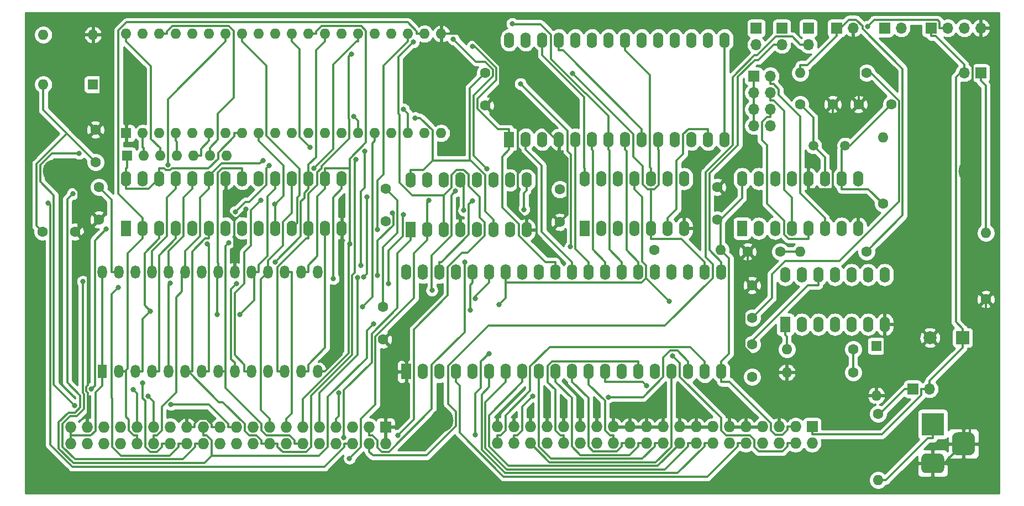
<source format=gbr>
G04 #@! TF.GenerationSoftware,KiCad,Pcbnew,(5.1.5)-3*
G04 #@! TF.CreationDate,2021-05-28T12:42:32+12:00*
G04 #@! TF.ProjectId,6502-Controller,36353032-2d43-46f6-9e74-726f6c6c6572,rev?*
G04 #@! TF.SameCoordinates,Original*
G04 #@! TF.FileFunction,Copper,L2,Bot*
G04 #@! TF.FilePolarity,Positive*
%FSLAX46Y46*%
G04 Gerber Fmt 4.6, Leading zero omitted, Abs format (unit mm)*
G04 Created by KiCad (PCBNEW (5.1.5)-3) date 2021-05-28 12:42:32*
%MOMM*%
%LPD*%
G04 APERTURE LIST*
%ADD10O,1.727200X1.727200*%
%ADD11R,1.727200X1.727200*%
%ADD12O,1.600000X1.600000*%
%ADD13C,1.600000*%
%ADD14O,1.600000X2.400000*%
%ADD15R,1.600000X2.400000*%
%ADD16R,1.600000X1.600000*%
%ADD17O,1.700000X1.700000*%
%ADD18R,1.700000X1.700000*%
%ADD19O,1.440000X2.000000*%
%ADD20R,1.440000X2.000000*%
%ADD21C,0.100000*%
%ADD22R,3.500000X3.500000*%
%ADD23C,1.500000*%
%ADD24C,2.000000*%
%ADD25R,2.000000X2.000000*%
%ADD26C,0.800000*%
%ADD27C,3.500000*%
%ADD28C,0.350000*%
%ADD29C,0.254000*%
G04 APERTURE END LIST*
D10*
X156528000Y-107506000D03*
X156528000Y-104966000D03*
X159068000Y-107506000D03*
X159068000Y-104966000D03*
X161608000Y-107506000D03*
X161608000Y-104966000D03*
X164148000Y-107506000D03*
X164148000Y-104966000D03*
X166688000Y-107506000D03*
X166688000Y-104966000D03*
X169228000Y-107506000D03*
X169228000Y-104966000D03*
X171768000Y-107506000D03*
X171768000Y-104966000D03*
X174308000Y-107506000D03*
X174308000Y-104966000D03*
X176848000Y-107506000D03*
X176848000Y-104966000D03*
X179388000Y-107506000D03*
X179388000Y-104966000D03*
X181928000Y-107506000D03*
X181928000Y-104966000D03*
X184468000Y-107506000D03*
X184468000Y-104966000D03*
X187008000Y-107506000D03*
X187008000Y-104966000D03*
X189548000Y-107506000D03*
X189548000Y-104966000D03*
X192088000Y-107506000D03*
X192088000Y-104966000D03*
X194628000Y-107506000D03*
X194628000Y-104966000D03*
X197168000Y-107506000D03*
X197168000Y-104966000D03*
X199708000Y-107506000D03*
X199708000Y-104966000D03*
X202248000Y-107506000D03*
X202248000Y-104966000D03*
X204788000Y-107506000D03*
D11*
X204788000Y-104966000D03*
D12*
X231394000Y-75247500D03*
D13*
X231394000Y-85407500D03*
X195580000Y-97329000D03*
X195580000Y-92329000D03*
D14*
X200660000Y-81661000D03*
X215900000Y-89281000D03*
X203200000Y-81661000D03*
X213360000Y-89281000D03*
X205740000Y-81661000D03*
X210820000Y-89281000D03*
X208280000Y-81661000D03*
X208280000Y-89281000D03*
X210820000Y-81661000D03*
X205740000Y-89281000D03*
X213360000Y-81661000D03*
X203200000Y-89281000D03*
X215900000Y-81661000D03*
D15*
X200660000Y-89281000D03*
D14*
X169926000Y-66929000D03*
X185166000Y-74549000D03*
X172466000Y-66929000D03*
X182626000Y-74549000D03*
X175006000Y-66929000D03*
X180086000Y-74549000D03*
X177546000Y-66929000D03*
X177546000Y-74549000D03*
X180086000Y-66929000D03*
X175006000Y-74549000D03*
X182626000Y-66929000D03*
X172466000Y-74549000D03*
X185166000Y-66929000D03*
D15*
X169926000Y-74549000D03*
D12*
X115062000Y-63373000D03*
X112522000Y-63373000D03*
X109982000Y-63373000D03*
X107442000Y-63373000D03*
X104902000Y-63373000D03*
X102362000Y-63373000D03*
D16*
X99822000Y-63373000D03*
D12*
X200914000Y-93091000D03*
D13*
X211074000Y-93091000D03*
D12*
X200914000Y-96647000D03*
D13*
X211074000Y-96647000D03*
D12*
X202946000Y-78105000D03*
D13*
X213106000Y-78105000D03*
D12*
X202946000Y-50673000D03*
D13*
X213106000Y-50673000D03*
D17*
X218440000Y-43815000D03*
D18*
X215900000Y-43815000D03*
D17*
X228092000Y-50673000D03*
D18*
X230632000Y-50673000D03*
D12*
X214630000Y-100203000D03*
D16*
X214630000Y-92583000D03*
D13*
X194898000Y-78105000D03*
X199898000Y-78105000D03*
X195580000Y-83265000D03*
X195580000Y-88265000D03*
D17*
X211074000Y-43815000D03*
D18*
X208534000Y-43815000D03*
D17*
X222758000Y-99187000D03*
D18*
X220218000Y-99187000D03*
D19*
X129032000Y-81280000D03*
X129032000Y-96520000D03*
X126492000Y-81280000D03*
X126492000Y-96520000D03*
X123952000Y-81280000D03*
X123952000Y-96520000D03*
X121412000Y-81280000D03*
X121412000Y-96520000D03*
X118872000Y-81280000D03*
X118872000Y-96520000D03*
X116332000Y-81280000D03*
X116332000Y-96520000D03*
X113792000Y-81280000D03*
X113792000Y-96520000D03*
X111252000Y-81280000D03*
X111252000Y-96520000D03*
X108712000Y-81280000D03*
X108712000Y-96520000D03*
X106172000Y-81280000D03*
X106172000Y-96520000D03*
X103632000Y-81280000D03*
X103632000Y-96520000D03*
X101092000Y-81280000D03*
X101092000Y-96520000D03*
X98552000Y-81280000D03*
X98552000Y-96520000D03*
X96012000Y-81280000D03*
D20*
X96012000Y-96520000D03*
D10*
X91186000Y-107569000D03*
X91186000Y-105029000D03*
X93726000Y-107569000D03*
X93726000Y-105029000D03*
X96266000Y-107569000D03*
X96266000Y-105029000D03*
X98806000Y-107569000D03*
X98806000Y-105029000D03*
X101346000Y-107569000D03*
X101346000Y-105029000D03*
X103886000Y-107569000D03*
X103886000Y-105029000D03*
X106426000Y-107569000D03*
X106426000Y-105029000D03*
X108966000Y-107569000D03*
X108966000Y-105029000D03*
X111506000Y-107569000D03*
X111506000Y-105029000D03*
X114046000Y-107569000D03*
X114046000Y-105029000D03*
X116586000Y-107569000D03*
X116586000Y-105029000D03*
X119126000Y-107569000D03*
X119126000Y-105029000D03*
X121666000Y-107569000D03*
X121666000Y-105029000D03*
X124206000Y-107569000D03*
X124206000Y-105029000D03*
X126746000Y-107569000D03*
X126746000Y-105029000D03*
X129286000Y-107569000D03*
X129286000Y-105029000D03*
X131826000Y-107569000D03*
X131826000Y-105029000D03*
X134366000Y-107569000D03*
X134366000Y-105029000D03*
X136906000Y-107569000D03*
X136906000Y-105029000D03*
X139446000Y-107569000D03*
D11*
X139446000Y-105029000D03*
D12*
X214884000Y-113157000D03*
D13*
X214884000Y-102997000D03*
D12*
X86995000Y-52451000D03*
X94615000Y-44831000D03*
X86995000Y-44831000D03*
D16*
X94615000Y-52451000D03*
G04 #@! TA.AperFunction,ComponentPad*
D21*
G36*
X228926765Y-105839213D02*
G01*
X229011704Y-105851813D01*
X229094999Y-105872677D01*
X229175848Y-105901605D01*
X229253472Y-105938319D01*
X229327124Y-105982464D01*
X229396094Y-106033616D01*
X229459718Y-106091282D01*
X229517384Y-106154906D01*
X229568536Y-106223876D01*
X229612681Y-106297528D01*
X229649395Y-106375152D01*
X229678323Y-106456001D01*
X229699187Y-106539296D01*
X229711787Y-106624235D01*
X229716000Y-106710000D01*
X229716000Y-108460000D01*
X229711787Y-108545765D01*
X229699187Y-108630704D01*
X229678323Y-108713999D01*
X229649395Y-108794848D01*
X229612681Y-108872472D01*
X229568536Y-108946124D01*
X229517384Y-109015094D01*
X229459718Y-109078718D01*
X229396094Y-109136384D01*
X229327124Y-109187536D01*
X229253472Y-109231681D01*
X229175848Y-109268395D01*
X229094999Y-109297323D01*
X229011704Y-109318187D01*
X228926765Y-109330787D01*
X228841000Y-109335000D01*
X227091000Y-109335000D01*
X227005235Y-109330787D01*
X226920296Y-109318187D01*
X226837001Y-109297323D01*
X226756152Y-109268395D01*
X226678528Y-109231681D01*
X226604876Y-109187536D01*
X226535906Y-109136384D01*
X226472282Y-109078718D01*
X226414616Y-109015094D01*
X226363464Y-108946124D01*
X226319319Y-108872472D01*
X226282605Y-108794848D01*
X226253677Y-108713999D01*
X226232813Y-108630704D01*
X226220213Y-108545765D01*
X226216000Y-108460000D01*
X226216000Y-106710000D01*
X226220213Y-106624235D01*
X226232813Y-106539296D01*
X226253677Y-106456001D01*
X226282605Y-106375152D01*
X226319319Y-106297528D01*
X226363464Y-106223876D01*
X226414616Y-106154906D01*
X226472282Y-106091282D01*
X226535906Y-106033616D01*
X226604876Y-105982464D01*
X226678528Y-105938319D01*
X226756152Y-105901605D01*
X226837001Y-105872677D01*
X226920296Y-105851813D01*
X227005235Y-105839213D01*
X227091000Y-105835000D01*
X228841000Y-105835000D01*
X228926765Y-105839213D01*
G37*
G04 #@! TD.AperFunction*
G04 #@! TA.AperFunction,ComponentPad*
G36*
X224339513Y-109088611D02*
G01*
X224412318Y-109099411D01*
X224483714Y-109117295D01*
X224553013Y-109142090D01*
X224619548Y-109173559D01*
X224682678Y-109211398D01*
X224741795Y-109255242D01*
X224796330Y-109304670D01*
X224845758Y-109359205D01*
X224889602Y-109418322D01*
X224927441Y-109481452D01*
X224958910Y-109547987D01*
X224983705Y-109617286D01*
X225001589Y-109688682D01*
X225012389Y-109761487D01*
X225016000Y-109835000D01*
X225016000Y-111335000D01*
X225012389Y-111408513D01*
X225001589Y-111481318D01*
X224983705Y-111552714D01*
X224958910Y-111622013D01*
X224927441Y-111688548D01*
X224889602Y-111751678D01*
X224845758Y-111810795D01*
X224796330Y-111865330D01*
X224741795Y-111914758D01*
X224682678Y-111958602D01*
X224619548Y-111996441D01*
X224553013Y-112027910D01*
X224483714Y-112052705D01*
X224412318Y-112070589D01*
X224339513Y-112081389D01*
X224266000Y-112085000D01*
X222266000Y-112085000D01*
X222192487Y-112081389D01*
X222119682Y-112070589D01*
X222048286Y-112052705D01*
X221978987Y-112027910D01*
X221912452Y-111996441D01*
X221849322Y-111958602D01*
X221790205Y-111914758D01*
X221735670Y-111865330D01*
X221686242Y-111810795D01*
X221642398Y-111751678D01*
X221604559Y-111688548D01*
X221573090Y-111622013D01*
X221548295Y-111552714D01*
X221530411Y-111481318D01*
X221519611Y-111408513D01*
X221516000Y-111335000D01*
X221516000Y-109835000D01*
X221519611Y-109761487D01*
X221530411Y-109688682D01*
X221548295Y-109617286D01*
X221573090Y-109547987D01*
X221604559Y-109481452D01*
X221642398Y-109418322D01*
X221686242Y-109359205D01*
X221735670Y-109304670D01*
X221790205Y-109255242D01*
X221849322Y-109211398D01*
X221912452Y-109173559D01*
X221978987Y-109142090D01*
X222048286Y-109117295D01*
X222119682Y-109099411D01*
X222192487Y-109088611D01*
X222266000Y-109085000D01*
X224266000Y-109085000D01*
X224339513Y-109088611D01*
G37*
G04 #@! TD.AperFunction*
D22*
X223266000Y-104585000D03*
D17*
X198374000Y-58801000D03*
X195834000Y-58801000D03*
X198374000Y-56261000D03*
X195834000Y-56261000D03*
X198374000Y-53721000D03*
X195834000Y-53721000D03*
X198374000Y-51181000D03*
D18*
X195834000Y-51181000D03*
D23*
X209858000Y-61849000D03*
X204978000Y-61849000D03*
D14*
X194056000Y-66929000D03*
X211836000Y-74549000D03*
X196596000Y-66929000D03*
X209296000Y-74549000D03*
X199136000Y-66929000D03*
X206756000Y-74549000D03*
X201676000Y-66929000D03*
X204216000Y-74549000D03*
X204216000Y-66929000D03*
X201676000Y-74549000D03*
X206756000Y-66929000D03*
X199136000Y-74549000D03*
X209296000Y-66929000D03*
X196596000Y-74549000D03*
X211836000Y-66929000D03*
D15*
X194056000Y-74549000D03*
D14*
X158369000Y-45657000D03*
X191389000Y-60897000D03*
X160909000Y-45657000D03*
X188849000Y-60897000D03*
X163449000Y-45657000D03*
X186309000Y-60897000D03*
X165989000Y-45657000D03*
X183769000Y-60897000D03*
X168529000Y-45657000D03*
X181229000Y-60897000D03*
X171069000Y-45657000D03*
X178689000Y-60897000D03*
X173609000Y-45657000D03*
X176149000Y-60897000D03*
X176149000Y-45657000D03*
X173609000Y-60897000D03*
X178689000Y-45657000D03*
X171069000Y-60897000D03*
X181229000Y-45657000D03*
X168529000Y-60897000D03*
X183769000Y-45657000D03*
X165989000Y-60897000D03*
X186309000Y-45657000D03*
X163449000Y-60897000D03*
X188849000Y-45657000D03*
X160909000Y-60897000D03*
X191389000Y-45657000D03*
D15*
X158369000Y-60897000D03*
D14*
X143256000Y-67132000D03*
X161036000Y-74752000D03*
X145796000Y-67132000D03*
X158496000Y-74752000D03*
X148336000Y-67132000D03*
X155956000Y-74752000D03*
X150876000Y-67132000D03*
X153416000Y-74752000D03*
X153416000Y-67132000D03*
X150876000Y-74752000D03*
X155956000Y-67132000D03*
X148336000Y-74752000D03*
X158496000Y-67132000D03*
X145796000Y-74752000D03*
X161036000Y-67132000D03*
D15*
X143256000Y-74752000D03*
D14*
X142621000Y-81280000D03*
X190881000Y-96520000D03*
X145161000Y-81280000D03*
X188341000Y-96520000D03*
X147701000Y-81280000D03*
X185801000Y-96520000D03*
X150241000Y-81280000D03*
X183261000Y-96520000D03*
X152781000Y-81280000D03*
X180721000Y-96520000D03*
X155321000Y-81280000D03*
X178181000Y-96520000D03*
X157861000Y-81280000D03*
X175641000Y-96520000D03*
X160401000Y-81280000D03*
X173101000Y-96520000D03*
X162941000Y-81280000D03*
X170561000Y-96520000D03*
X165481000Y-81280000D03*
X168021000Y-96520000D03*
X168021000Y-81280000D03*
X165481000Y-96520000D03*
X170561000Y-81280000D03*
X162941000Y-96520000D03*
X173101000Y-81280000D03*
X160401000Y-96520000D03*
X175641000Y-81280000D03*
X157861000Y-96520000D03*
X178181000Y-81280000D03*
X155321000Y-96520000D03*
X180721000Y-81280000D03*
X152781000Y-96520000D03*
X183261000Y-81280000D03*
X150241000Y-96520000D03*
X185801000Y-81280000D03*
X147701000Y-96520000D03*
X188341000Y-81280000D03*
X145161000Y-96520000D03*
X190881000Y-81280000D03*
D15*
X142621000Y-96520000D03*
D14*
X99695000Y-66904000D03*
X132715000Y-74524000D03*
X102235000Y-66904000D03*
X130175000Y-74524000D03*
X104775000Y-66904000D03*
X127635000Y-74524000D03*
X107315000Y-66904000D03*
X125095000Y-74524000D03*
X109855000Y-66904000D03*
X122555000Y-74524000D03*
X112395000Y-66904000D03*
X120015000Y-74524000D03*
X114935000Y-66904000D03*
X117475000Y-74524000D03*
X117475000Y-66904000D03*
X114935000Y-74524000D03*
X120015000Y-66904000D03*
X112395000Y-74524000D03*
X122555000Y-66904000D03*
X109855000Y-74524000D03*
X125095000Y-66904000D03*
X107315000Y-74524000D03*
X127635000Y-66904000D03*
X104775000Y-74524000D03*
X130175000Y-66904000D03*
X102235000Y-74524000D03*
X132715000Y-66904000D03*
D15*
X99695000Y-74524000D03*
D12*
X99695000Y-44704000D03*
X147955000Y-59944000D03*
X102235000Y-44704000D03*
X145415000Y-59944000D03*
X104775000Y-44704000D03*
X142875000Y-59944000D03*
X107315000Y-44704000D03*
X140335000Y-59944000D03*
X109855000Y-44704000D03*
X137795000Y-59944000D03*
X112395000Y-44704000D03*
X135255000Y-59944000D03*
X114935000Y-44704000D03*
X132715000Y-59944000D03*
X117475000Y-44704000D03*
X130175000Y-59944000D03*
X120015000Y-44704000D03*
X127635000Y-59944000D03*
X122555000Y-44704000D03*
X125095000Y-59944000D03*
X125095000Y-44704000D03*
X122555000Y-59944000D03*
X127635000Y-44704000D03*
X120015000Y-59944000D03*
X130175000Y-44704000D03*
X117475000Y-59944000D03*
X132715000Y-44704000D03*
X114935000Y-59944000D03*
X135255000Y-44704000D03*
X112395000Y-59944000D03*
X137795000Y-44704000D03*
X109855000Y-59944000D03*
X140335000Y-44704000D03*
X107315000Y-59944000D03*
X142875000Y-44704000D03*
X104775000Y-59944000D03*
X145415000Y-44704000D03*
X102235000Y-59944000D03*
X147955000Y-44704000D03*
D16*
X99695000Y-59944000D03*
D12*
X215646000Y-60579000D03*
D13*
X215646000Y-70739000D03*
D12*
X190754000Y-77851000D03*
D13*
X180594000Y-77851000D03*
D17*
X230632000Y-43815000D03*
X228092000Y-43815000D03*
X225552000Y-43815000D03*
D18*
X223012000Y-43815000D03*
D17*
X196215000Y-46355000D03*
D18*
X196215000Y-43815000D03*
D17*
X200152000Y-46355000D03*
D18*
X200152000Y-43815000D03*
D17*
X204216000Y-46355000D03*
D18*
X204216000Y-43815000D03*
D13*
X211916000Y-55499000D03*
X216916000Y-55499000D03*
X207946000Y-55499000D03*
X202946000Y-55499000D03*
D24*
X222838000Y-91313000D03*
D25*
X227838000Y-91313000D03*
D13*
X190246000Y-68199000D03*
X190246000Y-73199000D03*
X154686000Y-55673000D03*
X154686000Y-50673000D03*
X91868000Y-75057000D03*
X86868000Y-75057000D03*
X139446000Y-73453000D03*
X139446000Y-68453000D03*
X139065000Y-91614000D03*
X139065000Y-86614000D03*
X95504000Y-73199000D03*
X95504000Y-68199000D03*
X94996000Y-59389000D03*
X94996000Y-64389000D03*
X166116000Y-73580000D03*
X166116000Y-68580000D03*
D26*
X118062700Y-71589800D03*
D27*
X228981000Y-100711000D03*
X148082000Y-104013000D03*
X228981000Y-65786000D03*
X88646000Y-65786000D03*
D26*
X143989600Y-57588700D03*
X156831500Y-86217200D03*
X137623700Y-89177900D03*
X91549000Y-69201300D03*
X182935500Y-85765000D03*
X183385600Y-94070000D03*
X161946900Y-100299900D03*
X173577500Y-100433100D03*
X153168700Y-106236000D03*
X155250500Y-93739300D03*
X179458700Y-98720100D03*
X143675400Y-45945000D03*
X141327600Y-106300100D03*
X146021700Y-70227300D03*
X154947600Y-65431000D03*
X149819000Y-45493200D03*
X133907700Y-109835900D03*
X138202500Y-74691100D03*
X133065000Y-106647400D03*
X120623100Y-64113600D03*
X102234500Y-98265700D03*
X113617300Y-87725600D03*
X98460700Y-83616800D03*
X142178800Y-56270000D03*
X93057300Y-82704900D03*
X103409400Y-87227300D03*
X135881100Y-86577800D03*
X134590100Y-57363900D03*
X135669600Y-80255000D03*
X136232600Y-62662700D03*
X106444300Y-82895400D03*
X134924100Y-63995100D03*
X116415900Y-71993800D03*
X121588200Y-64936000D03*
X153201700Y-85281600D03*
X112102600Y-76888300D03*
X152401700Y-87111500D03*
X115451000Y-76717100D03*
X116595300Y-83059800D03*
X120354600Y-70221500D03*
X122482000Y-70814500D03*
X152712600Y-70308600D03*
X136101500Y-81999800D03*
X136573800Y-69693400D03*
X138203800Y-81772400D03*
X140475000Y-72219400D03*
X151427000Y-71780200D03*
X100761600Y-99283500D03*
X146541000Y-84058500D03*
X150134900Y-68835000D03*
X91831800Y-101748700D03*
X92491700Y-63056200D03*
X160096100Y-52352300D03*
X167738700Y-77376500D03*
X106558800Y-101567400D03*
X94350100Y-99210300D03*
X96643900Y-74648400D03*
X106096300Y-64793000D03*
X168114800Y-50744800D03*
X117132500Y-87725600D03*
X128441400Y-65328700D03*
X158847800Y-43143000D03*
X122513100Y-79678900D03*
X133933400Y-76898300D03*
X135101100Y-82052100D03*
X131423700Y-82256300D03*
X127862100Y-62083400D03*
X132267000Y-99787600D03*
X152774700Y-46620000D03*
X134173200Y-47788800D03*
X151568300Y-79704700D03*
X213282500Y-43583000D03*
X87748400Y-70660300D03*
X103042800Y-100332800D03*
X139863500Y-83000300D03*
X142193700Y-72396200D03*
X160621300Y-71641400D03*
D28*
X92757000Y-75946000D02*
X93839900Y-77028900D01*
X93839900Y-77028900D02*
X93839900Y-98624100D01*
X93839900Y-98624100D02*
X93574800Y-98889200D01*
X93574800Y-98889200D02*
X93574800Y-99531400D01*
X93574800Y-99531400D02*
X93839900Y-99796500D01*
X93839900Y-99796500D02*
X93839900Y-103676200D01*
X93839900Y-103676200D02*
X93726000Y-103790100D01*
X155925500Y-54433500D02*
X156967100Y-53391900D01*
X156967100Y-53391900D02*
X156967100Y-49682100D01*
X156967100Y-49682100D02*
X151989000Y-44704000D01*
X151989000Y-44704000D02*
X147955000Y-44704000D01*
X91868000Y-75057000D02*
X92358300Y-74566700D01*
X92358300Y-74566700D02*
X92358300Y-68914100D01*
X92358300Y-68914100D02*
X89230200Y-65786000D01*
X89230200Y-65786000D02*
X88646000Y-65786000D01*
X93726000Y-105029000D02*
X93726000Y-103790100D01*
X116244000Y-72948600D02*
X116703900Y-72948600D01*
X116703900Y-72948600D02*
X118062700Y-71589800D01*
X116244000Y-72948600D02*
X114935000Y-71639600D01*
X114935000Y-71639600D02*
X114935000Y-68479300D01*
X116332000Y-79904700D02*
X116244000Y-79816700D01*
X116244000Y-79816700D02*
X116244000Y-72948600D01*
X132715000Y-74524000D02*
X132715000Y-93932300D01*
X132715000Y-93932300D02*
X130127300Y-96520000D01*
X200914000Y-97822300D02*
X203294700Y-100203000D01*
X203294700Y-100203000D02*
X214630000Y-100203000D01*
X199708000Y-98123600D02*
X200612700Y-98123600D01*
X200612700Y-98123600D02*
X200914000Y-97822300D01*
X195580000Y-83265000D02*
X194373500Y-84471500D01*
X194373500Y-84471500D02*
X194373500Y-92789100D01*
X194373500Y-92789100D02*
X199708000Y-98123600D01*
X199708000Y-104966000D02*
X199708000Y-98123600D01*
X194898000Y-78105000D02*
X194898000Y-82583000D01*
X194898000Y-82583000D02*
X195580000Y-83265000D01*
X228981000Y-100711000D02*
X231394000Y-98298000D01*
X231394000Y-98298000D02*
X231394000Y-85407500D01*
X227966000Y-107585000D02*
X228981000Y-106570000D01*
X228981000Y-106570000D02*
X228981000Y-100711000D01*
X214630000Y-100203000D02*
X214630000Y-99027700D01*
X214630000Y-99027700D02*
X215900000Y-97757700D01*
X215900000Y-97757700D02*
X215900000Y-89281000D01*
X211074000Y-43815000D02*
X211074000Y-45040300D01*
X211916000Y-55499000D02*
X211916000Y-45882300D01*
X211916000Y-45882300D02*
X211074000Y-45040300D01*
X129032000Y-96520000D02*
X130127300Y-96520000D01*
X114046000Y-105029000D02*
X112807100Y-105029000D01*
X161036000Y-74752000D02*
X161036000Y-73176700D01*
X160179000Y-58687000D02*
X163345500Y-58687000D01*
X163345500Y-58687000D02*
X165989000Y-61330500D01*
X161036000Y-73176700D02*
X159733600Y-71874300D01*
X159733600Y-71874300D02*
X159733600Y-59132400D01*
X159733600Y-59132400D02*
X160179000Y-58687000D01*
X160179000Y-58687000D02*
X155925500Y-54433500D01*
X174308000Y-104966000D02*
X176848000Y-104966000D01*
X92757000Y-75946000D02*
X91868000Y-75057000D01*
X95504000Y-73199000D02*
X92757000Y-75946000D01*
X155925500Y-54433500D02*
X154686000Y-55673000D01*
X165989000Y-61330500D02*
X165989000Y-62472300D01*
X165989000Y-60897000D02*
X165989000Y-61330500D01*
X114935000Y-66904000D02*
X114935000Y-68479300D01*
X116332000Y-81280000D02*
X116332000Y-79904700D01*
X108966000Y-105029000D02*
X110204900Y-105029000D01*
X112807100Y-105029000D02*
X112807100Y-104573500D01*
X112807100Y-104573500D02*
X112023700Y-103790100D01*
X112023700Y-103790100D02*
X110930400Y-103790100D01*
X110930400Y-103790100D02*
X110204900Y-104515600D01*
X110204900Y-104515600D02*
X110204900Y-105029000D01*
X142621000Y-96520000D02*
X142621000Y-98095300D01*
X139446000Y-105029000D02*
X139446000Y-101270300D01*
X139446000Y-101270300D02*
X142621000Y-98095300D01*
X139446000Y-107569000D02*
X139446000Y-105029000D01*
X179388000Y-104966000D02*
X181928000Y-104966000D01*
X176848000Y-104966000D02*
X179388000Y-104966000D01*
X200914000Y-96647000D02*
X200914000Y-97822300D01*
X197168000Y-104966000D02*
X194628000Y-104966000D01*
X94615000Y-44831000D02*
X94615000Y-46006300D01*
X94615000Y-46006300D02*
X95790400Y-47181700D01*
X95790400Y-47181700D02*
X95790400Y-58594600D01*
X95790400Y-58594600D02*
X94996000Y-59389000D01*
X223266000Y-110585000D02*
X224966000Y-110585000D01*
X224966000Y-110585000D02*
X227966000Y-107585000D01*
X207946000Y-68504300D02*
X211836000Y-72394300D01*
X211836000Y-72394300D02*
X211836000Y-72973700D01*
X204216000Y-68504300D02*
X207946000Y-68504300D01*
X207946000Y-68504300D02*
X207946000Y-55499000D01*
X211836000Y-74549000D02*
X211836000Y-72973700D01*
X204216000Y-66929000D02*
X204216000Y-68504300D01*
X165989000Y-62472300D02*
X167294200Y-63777500D01*
X167294200Y-63777500D02*
X167294200Y-72401800D01*
X167294200Y-72401800D02*
X166116000Y-73580000D01*
X142621000Y-96520000D02*
X142621000Y-94944700D01*
X142621000Y-94944700D02*
X142395700Y-94944700D01*
X142395700Y-94944700D02*
X139065000Y-91614000D01*
X230632000Y-43815000D02*
X230632000Y-45040300D01*
X230632000Y-45040300D02*
X229406700Y-46265600D01*
X229406700Y-46265600D02*
X229406700Y-65360300D01*
X229406700Y-65360300D02*
X228981000Y-65786000D01*
X228981000Y-65786000D02*
X228981000Y-82994500D01*
X228981000Y-82994500D02*
X231394000Y-85407500D01*
X90594800Y-59987800D02*
X94996000Y-64389000D01*
X97456700Y-81280000D02*
X97456700Y-70151700D01*
X97456700Y-70151700D02*
X95504000Y-68199000D01*
X91186000Y-106299000D02*
X94281800Y-106299000D01*
X94281800Y-106299000D02*
X94996000Y-105584800D01*
X94996000Y-105584800D02*
X94996000Y-99660900D01*
X94996000Y-99660900D02*
X96012000Y-98644900D01*
X96012000Y-98644900D02*
X96012000Y-97895300D01*
X152348700Y-64129300D02*
X152486300Y-64129300D01*
X152486300Y-64129300D02*
X154686000Y-66329000D01*
X154686000Y-66329000D02*
X154686000Y-71906700D01*
X154686000Y-71906700D02*
X155956000Y-73176700D01*
X146617900Y-64129300D02*
X152348700Y-64129300D01*
X154686000Y-50673000D02*
X152348700Y-53010300D01*
X152348700Y-53010300D02*
X152348700Y-64129300D01*
X139446000Y-68453000D02*
X141260800Y-70267800D01*
X141260800Y-70267800D02*
X141260800Y-75223600D01*
X141260800Y-75223600D02*
X139065000Y-77419400D01*
X139065000Y-77419400D02*
X139065000Y-86614000D01*
X163449000Y-47232300D02*
X163449000Y-48010600D01*
X163449000Y-48010600D02*
X169847800Y-54409400D01*
X169847800Y-54409400D02*
X169847900Y-54409400D01*
X169847900Y-54409400D02*
X169847900Y-65275600D01*
X169847900Y-65275600D02*
X169926000Y-65353700D01*
X146617900Y-64129300D02*
X146617900Y-59455500D01*
X146617900Y-59455500D02*
X144751100Y-57588700D01*
X144751100Y-57588700D02*
X143989600Y-57588700D01*
X143256000Y-65556700D02*
X145190500Y-65556700D01*
X145190500Y-65556700D02*
X146617900Y-64129300D01*
X190881000Y-94944700D02*
X192057400Y-93768300D01*
X192057400Y-93768300D02*
X192057400Y-79154400D01*
X192057400Y-79154400D02*
X190754000Y-77851000D01*
X190754000Y-73199000D02*
X190754000Y-77851000D01*
X86995000Y-52451000D02*
X86995000Y-56388000D01*
X86995000Y-56388000D02*
X90594800Y-59987800D01*
X90594800Y-59987800D02*
X85960000Y-64622600D01*
X85960000Y-64622600D02*
X85960000Y-74149000D01*
X85960000Y-74149000D02*
X86868000Y-75057000D01*
X104775000Y-65328700D02*
X105535600Y-65328700D01*
X105535600Y-65328700D02*
X105775200Y-65568300D01*
X105775200Y-65568300D02*
X106417500Y-65568300D01*
X106417500Y-65568300D02*
X106657100Y-65328700D01*
X106657100Y-65328700D02*
X112311500Y-65328700D01*
X112311500Y-65328700D02*
X113792000Y-63848200D01*
X113792000Y-63848200D02*
X113792000Y-62948000D01*
X113792000Y-62948000D02*
X116299700Y-60440300D01*
X116299700Y-60440300D02*
X116299700Y-59944000D01*
X190881000Y-96520000D02*
X190881000Y-98095300D01*
X202248000Y-104966000D02*
X201009100Y-104966000D01*
X201009100Y-104966000D02*
X201009100Y-105430600D01*
X201009100Y-105430600D02*
X200234700Y-106205000D01*
X200234700Y-106205000D02*
X199121100Y-106205000D01*
X199121100Y-106205000D02*
X198438000Y-105521900D01*
X198438000Y-105521900D02*
X198438000Y-104422400D01*
X198438000Y-104422400D02*
X192110900Y-98095300D01*
X192110900Y-98095300D02*
X190881000Y-98095300D01*
X190881000Y-96520000D02*
X190881000Y-94944700D01*
X99695000Y-66904000D02*
X99695000Y-65328700D01*
X99822000Y-63373000D02*
X99822000Y-65201700D01*
X99822000Y-65201700D02*
X99695000Y-65328700D01*
X227838000Y-91313000D02*
X227838000Y-89937700D01*
X228092000Y-50060300D02*
X226805200Y-51347100D01*
X226805200Y-51347100D02*
X226805200Y-88904900D01*
X226805200Y-88904900D02*
X227838000Y-89937700D01*
X228092000Y-50060300D02*
X228092000Y-49447700D01*
X228092000Y-50673000D02*
X228092000Y-50060300D01*
X222758000Y-99187000D02*
X221532700Y-99187000D01*
X204788000Y-104966000D02*
X204788000Y-106143100D01*
X221532700Y-99187000D02*
X221532700Y-100106000D01*
X221532700Y-100106000D02*
X215495600Y-106143100D01*
X215495600Y-106143100D02*
X204788000Y-106143100D01*
X222758000Y-98574300D02*
X222758000Y-99187000D01*
X222758000Y-98574300D02*
X222758000Y-97961700D01*
X194056000Y-66929000D02*
X194056000Y-69897000D01*
X194056000Y-69897000D02*
X190754000Y-73199000D01*
X190754000Y-73199000D02*
X190246000Y-73199000D01*
X143256000Y-67132000D02*
X143256000Y-65556700D01*
X98552000Y-81280000D02*
X97456700Y-81280000D01*
X96012000Y-96520000D02*
X96012000Y-81280000D01*
X96012000Y-97070100D02*
X96012000Y-96520000D01*
X96012000Y-97070100D02*
X96012000Y-97895300D01*
X91186000Y-106299000D02*
X91186000Y-107569000D01*
X91186000Y-105029000D02*
X91186000Y-106299000D01*
X169926000Y-66929000D02*
X169926000Y-65353700D01*
X163449000Y-45657000D02*
X163449000Y-47232300D01*
X155956000Y-74752000D02*
X155956000Y-73176700D01*
X99695000Y-66904000D02*
X99695000Y-68479300D01*
X104775000Y-66839500D02*
X103135200Y-68479300D01*
X103135200Y-68479300D02*
X99695000Y-68479300D01*
X104775000Y-66116300D02*
X104775000Y-65328700D01*
X104775000Y-66904000D02*
X104775000Y-66839500D01*
X104775000Y-66116300D02*
X104775000Y-66839500D01*
X117475000Y-59944000D02*
X116299700Y-59944000D01*
X223012000Y-43815000D02*
X223012000Y-45040300D01*
X223012000Y-45040300D02*
X223684600Y-45040300D01*
X223684600Y-45040300D02*
X228092000Y-49447700D01*
X227838000Y-91313000D02*
X227838000Y-92881700D01*
X227838000Y-92881700D02*
X222758000Y-97961700D01*
X204978000Y-61849000D02*
X204978000Y-57531000D01*
X204978000Y-57531000D02*
X202946000Y-55499000D01*
X206756000Y-66929000D02*
X206756000Y-63627000D01*
X206756000Y-63627000D02*
X204978000Y-61849000D01*
X216916000Y-55499000D02*
X210566000Y-61849000D01*
X210566000Y-61849000D02*
X209858000Y-61849000D01*
X209296000Y-66929000D02*
X209296000Y-68504300D01*
X209296000Y-68504300D02*
X213411300Y-68504300D01*
X213411300Y-68504300D02*
X215646000Y-70739000D01*
X209296000Y-66929000D02*
X209296000Y-62411000D01*
X209296000Y-62411000D02*
X209858000Y-61849000D01*
X91549000Y-69201300D02*
X90680800Y-70069500D01*
X90680800Y-70069500D02*
X90680800Y-98194000D01*
X90680800Y-98194000D02*
X92654000Y-100167200D01*
X92654000Y-100167200D02*
X92654000Y-102023200D01*
X92654000Y-102023200D02*
X91871000Y-102806200D01*
X91871000Y-102806200D02*
X90876200Y-102806200D01*
X90876200Y-102806200D02*
X89376600Y-104305800D01*
X89376600Y-104305800D02*
X89376600Y-108294900D01*
X89376600Y-108294900D02*
X91625500Y-110543800D01*
X91625500Y-110543800D02*
X111703600Y-110543800D01*
X111703600Y-110543800D02*
X112807000Y-109440400D01*
X112807000Y-109440400D02*
X112807000Y-107055500D01*
X112807000Y-107055500D02*
X112019400Y-106267900D01*
X112019400Y-106267900D02*
X111506000Y-106267900D01*
X112807000Y-109440400D02*
X129197700Y-109440400D01*
X129197700Y-109440400D02*
X130556000Y-108082100D01*
X130556000Y-108082100D02*
X130556000Y-100402200D01*
X130556000Y-100402200D02*
X136548300Y-94409900D01*
X136548300Y-94409900D02*
X136548300Y-90253300D01*
X136548300Y-90253300D02*
X137623700Y-89177900D01*
X156831500Y-86217200D02*
X157861000Y-85187700D01*
X157861000Y-85187700D02*
X157861000Y-82855300D01*
X111506000Y-105029000D02*
X111506000Y-106267900D01*
X104902000Y-62197700D02*
X103505000Y-60800700D01*
X103505000Y-60800700D02*
X103505000Y-49689300D01*
X103505000Y-49689300D02*
X99695000Y-45879300D01*
X179361000Y-82190500D02*
X182935500Y-85765000D01*
X157861000Y-82855300D02*
X178696200Y-82855300D01*
X178696200Y-82855300D02*
X179361000Y-82190500D01*
X157861000Y-81280000D02*
X157861000Y-82855300D01*
X177546000Y-68504300D02*
X178731400Y-69689700D01*
X178731400Y-69689700D02*
X178731400Y-79630200D01*
X178731400Y-79630200D02*
X179361000Y-80259800D01*
X179361000Y-80259800D02*
X179361000Y-82190500D01*
X177546000Y-66929000D02*
X177546000Y-68504300D01*
X99695000Y-44704000D02*
X99695000Y-45879300D01*
X104902000Y-63373000D02*
X104902000Y-62197700D01*
X202248000Y-107506000D02*
X201009100Y-107506000D01*
X201009100Y-107506000D02*
X201009100Y-107970600D01*
X201009100Y-107970600D02*
X200230600Y-108749100D01*
X200230600Y-108749100D02*
X196569900Y-108749100D01*
X196569900Y-108749100D02*
X195898000Y-108077200D01*
X195898000Y-108077200D02*
X195898000Y-106950100D01*
X195898000Y-106950100D02*
X195214900Y-106267000D01*
X195214900Y-106267000D02*
X191612000Y-106267000D01*
X191612000Y-106267000D02*
X190849000Y-105504000D01*
X190849000Y-105504000D02*
X190849000Y-103633200D01*
X190849000Y-103633200D02*
X184531000Y-97315200D01*
X184531000Y-97315200D02*
X184531000Y-95215400D01*
X184531000Y-95215400D02*
X183385600Y-94070000D01*
X188341000Y-94944700D02*
X186138900Y-92742600D01*
X186138900Y-92742600D02*
X164596900Y-92742600D01*
X164596900Y-92742600D02*
X161581500Y-95758000D01*
X161581500Y-95758000D02*
X161581500Y-99480200D01*
X161581500Y-99480200D02*
X157798000Y-103263700D01*
X157798000Y-103263700D02*
X157798000Y-105510500D01*
X157798000Y-105510500D02*
X157041400Y-106267100D01*
X157041400Y-106267100D02*
X156528000Y-106267100D01*
X156528000Y-107506000D02*
X156528000Y-106267100D01*
X188341000Y-96520000D02*
X188341000Y-94944700D01*
X173577500Y-100433100D02*
X178904600Y-100433100D01*
X178904600Y-100433100D02*
X181991000Y-97346700D01*
X181991000Y-97346700D02*
X181991000Y-94348200D01*
X181991000Y-94348200D02*
X183046300Y-93292900D01*
X183046300Y-93292900D02*
X184149200Y-93292900D01*
X184149200Y-93292900D02*
X185801000Y-94944700D01*
X185801000Y-96520000D02*
X185801000Y-94944700D01*
X159068000Y-106267100D02*
X159581400Y-106267100D01*
X159581400Y-106267100D02*
X160338000Y-105510500D01*
X160338000Y-105510500D02*
X160338000Y-101908800D01*
X160338000Y-101908800D02*
X161946900Y-100299900D01*
X159068000Y-107506000D02*
X159068000Y-106267100D01*
X161608000Y-107506000D02*
X164527800Y-110425800D01*
X164527800Y-110425800D02*
X180812400Y-110425800D01*
X180812400Y-110425800D02*
X183197900Y-108040300D01*
X183197900Y-108040300D02*
X183197900Y-98158400D01*
X183197900Y-98158400D02*
X183261000Y-98095300D01*
X183261000Y-96520000D02*
X183261000Y-98095300D01*
X178181000Y-94944700D02*
X164949600Y-94944700D01*
X164949600Y-94944700D02*
X164279800Y-95614500D01*
X164279800Y-95614500D02*
X164279800Y-98142600D01*
X164279800Y-98142600D02*
X165444400Y-99307200D01*
X165444400Y-99307200D02*
X165444400Y-105536900D01*
X165444400Y-105536900D02*
X166174600Y-106267100D01*
X166174600Y-106267100D02*
X166688000Y-106267100D01*
X166688000Y-107506000D02*
X166688000Y-106267100D01*
X178181000Y-96520000D02*
X178181000Y-94944700D01*
X155250500Y-93739300D02*
X154008600Y-94981200D01*
X154008600Y-94981200D02*
X154008600Y-99018600D01*
X154008600Y-99018600D02*
X153168700Y-99858500D01*
X153168700Y-99858500D02*
X153168700Y-106236000D01*
X173101000Y-98095300D02*
X178833900Y-98095300D01*
X178833900Y-98095300D02*
X179458700Y-98720100D01*
X173101000Y-96520000D02*
X173101000Y-98095300D01*
X170561000Y-98095300D02*
X170561000Y-98513000D01*
X170561000Y-98513000D02*
X173038000Y-100990000D01*
X173038000Y-100990000D02*
X173038000Y-105510500D01*
X173038000Y-105510500D02*
X173794600Y-106267100D01*
X173794600Y-106267100D02*
X174308000Y-106267100D01*
X174308000Y-107506000D02*
X174308000Y-106267100D01*
X170561000Y-96520000D02*
X170561000Y-98095300D01*
X176848000Y-107506000D02*
X175609100Y-107506000D01*
X168021000Y-96520000D02*
X168021000Y-98095300D01*
X168021000Y-98095300D02*
X170498000Y-100572300D01*
X170498000Y-100572300D02*
X170498000Y-108029000D01*
X170498000Y-108029000D02*
X171243900Y-108774900D01*
X171243900Y-108774900D02*
X174853600Y-108774900D01*
X174853600Y-108774900D02*
X175609100Y-108019400D01*
X175609100Y-108019400D02*
X175609100Y-107506000D01*
X165481000Y-98095300D02*
X167958000Y-100572300D01*
X167958000Y-100572300D02*
X167958000Y-108019100D01*
X167958000Y-108019100D02*
X169264100Y-109325200D01*
X169264100Y-109325200D02*
X176794500Y-109325200D01*
X176794500Y-109325200D02*
X178149100Y-107970600D01*
X178149100Y-107970600D02*
X178149100Y-107506000D01*
X165481000Y-96520000D02*
X165481000Y-98095300D01*
X179388000Y-107506000D02*
X178149100Y-107506000D01*
X162941000Y-98095300D02*
X162878100Y-98158200D01*
X162878100Y-98158200D02*
X162878100Y-107992100D01*
X162878100Y-107992100D02*
X164761500Y-109875500D01*
X164761500Y-109875500D02*
X178784200Y-109875500D01*
X178784200Y-109875500D02*
X180689100Y-107970600D01*
X180689100Y-107970600D02*
X180689100Y-107506000D01*
X181928000Y-107506000D02*
X180689100Y-107506000D01*
X162941000Y-96520000D02*
X162941000Y-98095300D01*
X160401000Y-98095300D02*
X155270500Y-103225800D01*
X155270500Y-103225800D02*
X155270500Y-108030500D01*
X155270500Y-108030500D02*
X158216100Y-110976100D01*
X158216100Y-110976100D02*
X181119800Y-110976100D01*
X181119800Y-110976100D02*
X184468000Y-107627900D01*
X184468000Y-107627900D02*
X184468000Y-107506000D01*
X160401000Y-96520000D02*
X160401000Y-98095300D01*
X157861000Y-98095300D02*
X154720200Y-101236100D01*
X154720200Y-101236100D02*
X154720200Y-108258500D01*
X154720200Y-108258500D02*
X157988100Y-111526400D01*
X157988100Y-111526400D02*
X182213400Y-111526400D01*
X182213400Y-111526400D02*
X185769100Y-107970700D01*
X185769100Y-107970700D02*
X185769100Y-107506000D01*
X157861000Y-96520000D02*
X157861000Y-98095300D01*
X187008000Y-107506000D02*
X185769100Y-107506000D01*
X155321000Y-98095300D02*
X155321000Y-98873600D01*
X155321000Y-98873600D02*
X154169900Y-100024700D01*
X154169900Y-100024700D02*
X154169900Y-108486500D01*
X154169900Y-108486500D02*
X157760100Y-112076700D01*
X157760100Y-112076700D02*
X184203100Y-112076700D01*
X184203100Y-112076700D02*
X188309100Y-107970700D01*
X188309100Y-107970700D02*
X188309100Y-107506000D01*
X155321000Y-96520000D02*
X155321000Y-98095300D01*
X189548000Y-107506000D02*
X188309100Y-107506000D01*
X150241000Y-98095300D02*
X150791300Y-98645600D01*
X150791300Y-98645600D02*
X150791300Y-105886200D01*
X150791300Y-105886200D02*
X157532100Y-112627000D01*
X157532100Y-112627000D02*
X188732700Y-112627000D01*
X188732700Y-112627000D02*
X193389100Y-107970600D01*
X193389100Y-107970600D02*
X193389100Y-107506000D01*
X150241000Y-96520000D02*
X150241000Y-98095300D01*
X194628000Y-107506000D02*
X193389100Y-107506000D01*
X148336000Y-69449700D02*
X148336000Y-73176700D01*
X141327600Y-106300100D02*
X143796300Y-103831400D01*
X143796300Y-103831400D02*
X143796300Y-90015100D01*
X143796300Y-90015100D02*
X148971000Y-84840400D01*
X148971000Y-84840400D02*
X148971000Y-80487700D01*
X148971000Y-80487700D02*
X151179100Y-78279600D01*
X151179100Y-78279600D02*
X152032300Y-78279600D01*
X152032300Y-78279600D02*
X154619300Y-75692600D01*
X154619300Y-75692600D02*
X154619300Y-73660300D01*
X154619300Y-73660300D02*
X153849000Y-72890000D01*
X153849000Y-72890000D02*
X153849000Y-69765200D01*
X153849000Y-69765200D02*
X152146000Y-68062200D01*
X152146000Y-68062200D02*
X152146000Y-66292700D01*
X152146000Y-66292700D02*
X151409800Y-65556500D01*
X151409800Y-65556500D02*
X150323600Y-65556500D01*
X150323600Y-65556500D02*
X149535200Y-66344900D01*
X149535200Y-66344900D02*
X149535200Y-68250500D01*
X149535200Y-68250500D02*
X148336000Y-69449700D01*
X148336000Y-69449700D02*
X143500900Y-69449700D01*
X143500900Y-69449700D02*
X141553400Y-67502200D01*
X141553400Y-67502200D02*
X141553400Y-57088400D01*
X141553400Y-57088400D02*
X141366900Y-56901900D01*
X141366900Y-56901900D02*
X141366900Y-48253500D01*
X141366900Y-48253500D02*
X143675400Y-45945000D01*
X148336000Y-74752000D02*
X148336000Y-73176700D01*
X154947600Y-65431000D02*
X152899000Y-63382400D01*
X152899000Y-63382400D02*
X152899000Y-54188000D01*
X152899000Y-54188000D02*
X155866500Y-51220500D01*
X155866500Y-51220500D02*
X155866500Y-50138100D01*
X155866500Y-50138100D02*
X154689200Y-48960800D01*
X154689200Y-48960800D02*
X153286600Y-48960800D01*
X153286600Y-48960800D02*
X149819000Y-45493200D01*
X146021700Y-70227300D02*
X145796000Y-70453000D01*
X145796000Y-70453000D02*
X145796000Y-74752000D01*
X145796000Y-74752000D02*
X145796000Y-75539600D01*
X145796000Y-76327300D02*
X143796400Y-78326900D01*
X143796400Y-78326900D02*
X143796400Y-85220500D01*
X143796400Y-85220500D02*
X137863900Y-91153000D01*
X137863900Y-91153000D02*
X137863900Y-101562100D01*
X137863900Y-101562100D02*
X135636000Y-103790000D01*
X135636000Y-103790000D02*
X135636000Y-108107600D01*
X135636000Y-108107600D02*
X133907700Y-109835900D01*
X145796000Y-75539600D02*
X145796000Y-76327300D01*
X142875000Y-44704000D02*
X142875000Y-45879300D01*
X142875000Y-45879300D02*
X139141000Y-49613300D01*
X139141000Y-49613300D02*
X139141000Y-66291400D01*
X139141000Y-66291400D02*
X138202500Y-67229900D01*
X138202500Y-67229900D02*
X138202500Y-74691100D01*
X143256000Y-76327300D02*
X141218700Y-78364600D01*
X141218700Y-78364600D02*
X141218700Y-86787300D01*
X141218700Y-86787300D02*
X137313600Y-90692400D01*
X137313600Y-90692400D02*
X137313600Y-95123600D01*
X137313600Y-95123600D02*
X133065000Y-99372200D01*
X133065000Y-99372200D02*
X133065000Y-106647400D01*
X143256000Y-74752000D02*
X143256000Y-76327300D01*
X144239700Y-44704000D02*
X144239700Y-44338700D01*
X144239700Y-44338700D02*
X142823800Y-42922800D01*
X142823800Y-42922800D02*
X99782800Y-42922800D01*
X99782800Y-42922800D02*
X98518900Y-44186700D01*
X98518900Y-44186700D02*
X98518900Y-69232600D01*
X98518900Y-69232600D02*
X102235000Y-72948700D01*
X145415000Y-44704000D02*
X144239700Y-44704000D01*
X102235000Y-74524000D02*
X102235000Y-72948700D01*
X102235000Y-74957500D02*
X102235000Y-74524000D01*
X102235000Y-74957500D02*
X102235000Y-76099300D01*
X99494400Y-96520000D02*
X99941600Y-96072800D01*
X99941600Y-96072800D02*
X99941600Y-78392700D01*
X99941600Y-78392700D02*
X102235000Y-76099300D01*
X99494400Y-96520000D02*
X99647300Y-96520000D01*
X98552000Y-96520000D02*
X99494400Y-96520000D01*
X101346000Y-107569000D02*
X101346000Y-106330100D01*
X101346000Y-106330100D02*
X100881300Y-106330100D01*
X100881300Y-106330100D02*
X100107100Y-105555900D01*
X100107100Y-105555900D02*
X100107100Y-103900500D01*
X100107100Y-103900500D02*
X99647300Y-103440700D01*
X99647300Y-103440700D02*
X99647300Y-96520000D01*
X108712000Y-79650300D02*
X108712000Y-80283100D01*
X108712000Y-80283100D02*
X108224000Y-80771100D01*
X108224000Y-80771100D02*
X108224000Y-84235500D01*
X108224000Y-84235500D02*
X107341600Y-85117900D01*
X107341600Y-85117900D02*
X107341600Y-99688200D01*
X107341600Y-99688200D02*
X105156000Y-101873800D01*
X105156000Y-101873800D02*
X105156000Y-105573500D01*
X105156000Y-105573500D02*
X104399400Y-106330100D01*
X104399400Y-106330100D02*
X103886000Y-106330100D01*
X103886000Y-107569000D02*
X103886000Y-106330100D01*
X108712000Y-79650300D02*
X108712000Y-81280000D01*
X112395000Y-68479300D02*
X111030300Y-69844000D01*
X111030300Y-69844000D02*
X111030300Y-75702400D01*
X111030300Y-75702400D02*
X108712000Y-78020700D01*
X108712000Y-78020700D02*
X108712000Y-79650300D01*
X112395000Y-66904000D02*
X112395000Y-66531500D01*
X112395000Y-66531500D02*
X114327200Y-64599300D01*
X114327200Y-64599300D02*
X120137400Y-64599300D01*
X120137400Y-64599300D02*
X120623100Y-64113600D01*
X112395000Y-66904000D02*
X112395000Y-68479300D01*
X105187100Y-107569000D02*
X105187100Y-108082400D01*
X105187100Y-108082400D02*
X104445200Y-108824300D01*
X104445200Y-108824300D02*
X103378600Y-108824300D01*
X103378600Y-108824300D02*
X102616000Y-108061700D01*
X102616000Y-108061700D02*
X102616000Y-101002400D01*
X102616000Y-101002400D02*
X102234500Y-100620900D01*
X102234500Y-100620900D02*
X102234500Y-98265700D01*
X113792000Y-80592300D02*
X113617300Y-80767000D01*
X113617300Y-80767000D02*
X113617300Y-87725600D01*
X106426000Y-107569000D02*
X105187100Y-107569000D01*
X113792000Y-80592300D02*
X113792000Y-79904700D01*
X113792000Y-81280000D02*
X113792000Y-80592300D01*
X117475000Y-66904000D02*
X117475000Y-65328700D01*
X117475000Y-65328700D02*
X114379300Y-65328700D01*
X114379300Y-65328700D02*
X113732300Y-65975700D01*
X113732300Y-65975700D02*
X113732300Y-79845000D01*
X113732300Y-79845000D02*
X113792000Y-79904700D01*
X108966000Y-107569000D02*
X107727100Y-107569000D01*
X98460700Y-83616800D02*
X97430100Y-84647400D01*
X97430100Y-84647400D02*
X97430100Y-100558700D01*
X97430100Y-100558700D02*
X97536000Y-100664600D01*
X97536000Y-100664600D02*
X97536000Y-108054000D01*
X97536000Y-108054000D02*
X98907500Y-109425500D01*
X98907500Y-109425500D02*
X106384000Y-109425500D01*
X106384000Y-109425500D02*
X107727100Y-108082400D01*
X107727100Y-108082400D02*
X107727100Y-107569000D01*
X142875000Y-59944000D02*
X142875000Y-56966200D01*
X142875000Y-56966200D02*
X142178800Y-56270000D01*
X109855000Y-68479300D02*
X108490300Y-69844000D01*
X108490300Y-69844000D02*
X108490300Y-75702400D01*
X108490300Y-75702400D02*
X106172000Y-78020700D01*
X106172000Y-78020700D02*
X106172000Y-81280000D01*
X109855000Y-66904000D02*
X109855000Y-68479300D01*
X93057300Y-82704900D02*
X93024500Y-82737700D01*
X93024500Y-82737700D02*
X93024500Y-99759400D01*
X93024500Y-99759400D02*
X93256500Y-99991400D01*
X93256500Y-99991400D02*
X93256500Y-102199000D01*
X93256500Y-102199000D02*
X92099000Y-103356500D01*
X92099000Y-103356500D02*
X91104200Y-103356500D01*
X91104200Y-103356500D02*
X89926900Y-104533800D01*
X89926900Y-104533800D02*
X89926900Y-108066900D01*
X89926900Y-108066900D02*
X91840900Y-109980900D01*
X91840900Y-109980900D02*
X108368600Y-109980900D01*
X108368600Y-109980900D02*
X110267100Y-108082400D01*
X110267100Y-108082400D02*
X110267100Y-107569000D01*
X111506000Y-107569000D02*
X110267100Y-107569000D01*
X107315000Y-68479300D02*
X105950300Y-69844000D01*
X105950300Y-69844000D02*
X105950300Y-75702400D01*
X105950300Y-75702400D02*
X103632000Y-78020700D01*
X103632000Y-78020700D02*
X103632000Y-81280000D01*
X107315000Y-66904000D02*
X107315000Y-68479300D01*
X137795000Y-61119300D02*
X137418600Y-61495700D01*
X137418600Y-61495700D02*
X137418600Y-85040300D01*
X137418600Y-85040300D02*
X135881100Y-86577800D01*
X103409400Y-87227300D02*
X102187300Y-88449400D01*
X102187300Y-88449400D02*
X102187300Y-96520000D01*
X104775000Y-76099300D02*
X102516800Y-78357500D01*
X102516800Y-78357500D02*
X102516800Y-86334700D01*
X102516800Y-86334700D02*
X103409400Y-87227300D01*
X137795000Y-59944000D02*
X137795000Y-61119300D01*
X101092000Y-96520000D02*
X102187300Y-96520000D01*
X104775000Y-74524000D02*
X104775000Y-76099300D01*
X134590100Y-57363900D02*
X135255000Y-58028800D01*
X135255000Y-58028800D02*
X135255000Y-59944000D01*
X103632000Y-96520000D02*
X104727300Y-96520000D01*
X107315000Y-74524000D02*
X107315000Y-76099300D01*
X107315000Y-76099300D02*
X104727300Y-78687000D01*
X104727300Y-78687000D02*
X104727300Y-96520000D01*
X136232600Y-62662700D02*
X136232600Y-68311600D01*
X136232600Y-68311600D02*
X135669600Y-68874600D01*
X135669600Y-68874600D02*
X135669600Y-80255000D01*
X106444300Y-82895400D02*
X106172000Y-83167700D01*
X106172000Y-83167700D02*
X106172000Y-96520000D01*
X134924100Y-63995100D02*
X134739400Y-64179800D01*
X134739400Y-64179800D02*
X134739400Y-81317400D01*
X134739400Y-81317400D02*
X134325800Y-81731000D01*
X134325800Y-81731000D02*
X134325800Y-93929500D01*
X134325800Y-93929500D02*
X128016000Y-100239300D01*
X128016000Y-100239300D02*
X128016000Y-108085900D01*
X128016000Y-108085900D02*
X127245400Y-108856500D01*
X127245400Y-108856500D02*
X123679000Y-108856500D01*
X123679000Y-108856500D02*
X122904900Y-108082400D01*
X122904900Y-108082400D02*
X122904900Y-107569000D01*
X121666000Y-107569000D02*
X122904900Y-107569000D01*
X112395000Y-76099300D02*
X111795200Y-76099300D01*
X111795200Y-76099300D02*
X109807300Y-78087200D01*
X109807300Y-78087200D02*
X109807300Y-96520000D01*
X121666000Y-107569000D02*
X120427100Y-107569000D01*
X109259700Y-96520000D02*
X113923500Y-101183800D01*
X113923500Y-101183800D02*
X114509200Y-101183800D01*
X114509200Y-101183800D02*
X117887000Y-104561600D01*
X117887000Y-104561600D02*
X117887000Y-105615900D01*
X117887000Y-105615900D02*
X118570100Y-106299000D01*
X118570100Y-106299000D02*
X119670500Y-106299000D01*
X119670500Y-106299000D02*
X120427100Y-107055600D01*
X120427100Y-107055600D02*
X120427100Y-107569000D01*
X109259700Y-96520000D02*
X109807300Y-96520000D01*
X108712000Y-96520000D02*
X109259700Y-96520000D01*
X112395000Y-74524000D02*
X112395000Y-76099300D01*
X116415900Y-71993800D02*
X117949500Y-70460200D01*
X117949500Y-70460200D02*
X118585600Y-70460200D01*
X118585600Y-70460200D02*
X121197000Y-67848800D01*
X121197000Y-67848800D02*
X121197000Y-65327200D01*
X121197000Y-65327200D02*
X121588200Y-64936000D01*
X155321000Y-82855300D02*
X153201700Y-84974600D01*
X153201700Y-84974600D02*
X153201700Y-85281600D01*
X155321000Y-81280000D02*
X155321000Y-82855300D01*
X112347300Y-96520000D02*
X112347300Y-77133000D01*
X112347300Y-77133000D02*
X112102600Y-76888300D01*
X111252000Y-96520000D02*
X112347300Y-96520000D01*
X114887300Y-96520000D02*
X114887300Y-77280800D01*
X114887300Y-77280800D02*
X115451000Y-76717100D01*
X126746000Y-107569000D02*
X125507100Y-107569000D01*
X125507100Y-107569000D02*
X125507100Y-107104300D01*
X125507100Y-107104300D02*
X124732900Y-106330100D01*
X124732900Y-106330100D02*
X121205400Y-106330100D01*
X121205400Y-106330100D02*
X120396000Y-105520700D01*
X120396000Y-105520700D02*
X120396000Y-104546700D01*
X120396000Y-104546700D02*
X114887300Y-99038000D01*
X114887300Y-99038000D02*
X114887300Y-96520000D01*
X152781000Y-81280000D02*
X152781000Y-82855300D01*
X152781000Y-82855300D02*
X152401700Y-83234600D01*
X152401700Y-83234600D02*
X152401700Y-87111500D01*
X113792000Y-96520000D02*
X114887300Y-96520000D01*
X116332000Y-96520000D02*
X116332000Y-95144700D01*
X116595300Y-83059800D02*
X115781700Y-83873400D01*
X115781700Y-83873400D02*
X115781700Y-94594400D01*
X115781700Y-94594400D02*
X116332000Y-95144700D01*
X147701000Y-79704700D02*
X147996400Y-79704700D01*
X147996400Y-79704700D02*
X152202300Y-75498800D01*
X152202300Y-75498800D02*
X152202300Y-70818900D01*
X152202300Y-70818900D02*
X152712600Y-70308600D01*
X118872000Y-96520000D02*
X117776700Y-96520000D01*
X120354600Y-70221500D02*
X118839600Y-71736500D01*
X118839600Y-71736500D02*
X118839600Y-77153700D01*
X118839600Y-77153700D02*
X117760900Y-78232400D01*
X117760900Y-78232400D02*
X117760900Y-82990700D01*
X117760900Y-82990700D02*
X116332000Y-84419600D01*
X116332000Y-84419600D02*
X116332000Y-93980000D01*
X116332000Y-93980000D02*
X117776700Y-95424700D01*
X117776700Y-95424700D02*
X117776700Y-96520000D01*
X120015000Y-61119300D02*
X123770100Y-64874400D01*
X123770100Y-64874400D02*
X123770100Y-69599400D01*
X123770100Y-69599400D02*
X122555000Y-70814500D01*
X122555000Y-74524000D02*
X122555000Y-70814500D01*
X122555000Y-70814500D02*
X122482000Y-70814500D01*
X147701000Y-81280000D02*
X147701000Y-79704700D01*
X120015000Y-59944000D02*
X120015000Y-61119300D01*
X136573800Y-69693400D02*
X136573800Y-81527500D01*
X136573800Y-81527500D02*
X136101500Y-81999800D01*
X140475000Y-72219400D02*
X140621400Y-72365800D01*
X140621400Y-72365800D02*
X140621400Y-74007400D01*
X140621400Y-74007400D02*
X138203800Y-76425000D01*
X138203800Y-76425000D02*
X138203800Y-81772400D01*
X150876000Y-67132000D02*
X151427000Y-67683000D01*
X151427000Y-67683000D02*
X151427000Y-71780200D01*
X146541000Y-84058500D02*
X146516700Y-84034200D01*
X146516700Y-84034200D02*
X146516700Y-78673300D01*
X146516700Y-78673300D02*
X149517700Y-75672300D01*
X149517700Y-75672300D02*
X149517700Y-69452200D01*
X149517700Y-69452200D02*
X150134900Y-68835000D01*
X100761600Y-99283500D02*
X101346000Y-99867900D01*
X101346000Y-99867900D02*
X101346000Y-105029000D01*
X92491700Y-63056200D02*
X88304700Y-63056200D01*
X88304700Y-63056200D02*
X86510300Y-64850600D01*
X86510300Y-64850600D02*
X86510300Y-67361000D01*
X86510300Y-67361000D02*
X88593700Y-69444400D01*
X88593700Y-69444400D02*
X88593700Y-98510600D01*
X88593700Y-98510600D02*
X91831800Y-101748700D01*
X160096100Y-52352300D02*
X167353600Y-59609800D01*
X167353600Y-59609800D02*
X167353600Y-62696500D01*
X167353600Y-62696500D02*
X167844600Y-63187500D01*
X167844600Y-63187500D02*
X167844600Y-77270600D01*
X167844600Y-77270600D02*
X167738700Y-77376500D01*
X116586000Y-105029000D02*
X115347100Y-105029000D01*
X94350100Y-99210300D02*
X94916600Y-98643800D01*
X94916600Y-98643800D02*
X94916600Y-76375700D01*
X94916600Y-76375700D02*
X96643900Y-74648400D01*
X106558800Y-101567400D02*
X112398900Y-101567400D01*
X112398900Y-101567400D02*
X115347100Y-104515600D01*
X115347100Y-104515600D02*
X115347100Y-105029000D01*
X114935000Y-44704000D02*
X114935000Y-45879300D01*
X114935000Y-45879300D02*
X106096300Y-54718000D01*
X106096300Y-54718000D02*
X106096300Y-64793000D01*
X180086000Y-68533600D02*
X179562100Y-68533600D01*
X179562100Y-68533600D02*
X178812500Y-67784000D01*
X178812500Y-67784000D02*
X178812500Y-64948300D01*
X178812500Y-64948300D02*
X177419000Y-63554800D01*
X177419000Y-63554800D02*
X177419000Y-60049000D01*
X177419000Y-60049000D02*
X168114800Y-50744800D01*
X181229000Y-62472300D02*
X181292400Y-62535700D01*
X181292400Y-62535700D02*
X181292400Y-67855100D01*
X181292400Y-67855100D02*
X180613900Y-68533600D01*
X180613900Y-68533600D02*
X180086000Y-68533600D01*
X180086000Y-68533600D02*
X180086000Y-72973700D01*
X180086000Y-74549000D02*
X180086000Y-72973700D01*
X181229000Y-60897000D02*
X181229000Y-62472300D01*
X180086000Y-74549000D02*
X180086000Y-76124300D01*
X188341000Y-81280000D02*
X188341000Y-79704700D01*
X188341000Y-79704700D02*
X184760600Y-76124300D01*
X184760600Y-76124300D02*
X180086000Y-76124300D01*
X119282100Y-81280000D02*
X119282100Y-85576000D01*
X119282100Y-85576000D02*
X117132500Y-87725600D01*
X119282100Y-81280000D02*
X119967300Y-81280000D01*
X118872000Y-81280000D02*
X119282100Y-81280000D01*
X135255000Y-45879300D02*
X134986300Y-45879300D01*
X134986300Y-45879300D02*
X131445000Y-49420600D01*
X131445000Y-49420600D02*
X131445000Y-62325100D01*
X131445000Y-62325100D02*
X128441400Y-65328700D01*
X119967300Y-81280000D02*
X119967300Y-80171000D01*
X119967300Y-80171000D02*
X121360100Y-78778200D01*
X121360100Y-78778200D02*
X121360100Y-69674200D01*
X121360100Y-69674200D02*
X122555000Y-68479300D01*
X135255000Y-44704000D02*
X135255000Y-45879300D01*
X178181000Y-81280000D02*
X178181000Y-79704700D01*
X176149000Y-60897000D02*
X176149000Y-62472300D01*
X176149000Y-62472300D02*
X176344900Y-62668200D01*
X176344900Y-62668200D02*
X176344900Y-77868600D01*
X176344900Y-77868600D02*
X178181000Y-79704700D01*
X122555000Y-66904000D02*
X122555000Y-68479300D01*
X173609000Y-60897000D02*
X173609000Y-57298600D01*
X173609000Y-57298600D02*
X170102900Y-53792500D01*
X170102900Y-53792500D02*
X170009200Y-53792500D01*
X170009200Y-53792500D02*
X164767900Y-48551200D01*
X164767900Y-48551200D02*
X164767900Y-44846800D01*
X164767900Y-44846800D02*
X163141300Y-43220200D01*
X163141300Y-43220200D02*
X158924900Y-43220200D01*
X158924900Y-43220200D02*
X158924900Y-43220100D01*
X158924900Y-43220100D02*
X158847800Y-43143000D01*
X121666000Y-105029000D02*
X121666000Y-103790100D01*
X121412000Y-81280000D02*
X120311200Y-82380800D01*
X120311200Y-82380800D02*
X120311200Y-102435300D01*
X120311200Y-102435300D02*
X121666000Y-103790100D01*
X121412000Y-80592300D02*
X121412000Y-81280000D01*
X121412000Y-80592300D02*
X121412000Y-79904700D01*
X125095000Y-66904000D02*
X125095000Y-72174100D01*
X125095000Y-72174100D02*
X123730400Y-73538700D01*
X123730400Y-73538700D02*
X123730400Y-77186200D01*
X123730400Y-77186200D02*
X121412000Y-79504600D01*
X121412000Y-79504600D02*
X121412000Y-79904700D01*
X173609000Y-60897000D02*
X173609000Y-62472300D01*
X175641000Y-81280000D02*
X175641000Y-79704700D01*
X175641000Y-79704700D02*
X173736000Y-77799700D01*
X173736000Y-77799700D02*
X173736000Y-62599300D01*
X173736000Y-62599300D02*
X173609000Y-62472300D01*
X123952000Y-81280000D02*
X125047300Y-81280000D01*
X124206000Y-105029000D02*
X124206000Y-103790100D01*
X124206000Y-103790100D02*
X125047300Y-102948800D01*
X125047300Y-102948800D02*
X125047300Y-81280000D01*
X122513100Y-79678900D02*
X126449600Y-75742400D01*
X126449600Y-75742400D02*
X126449600Y-70443000D01*
X126449600Y-70443000D02*
X126999900Y-69892700D01*
X126999900Y-69892700D02*
X126999900Y-69114400D01*
X126999900Y-69114400D02*
X127635000Y-68479300D01*
X127635000Y-66904000D02*
X127635000Y-68479300D01*
X127635000Y-66470500D02*
X127635000Y-66904000D01*
X127635000Y-66470500D02*
X127635000Y-65328700D01*
X127635000Y-65328700D02*
X127635000Y-64773300D01*
X127635000Y-64773300D02*
X128810400Y-63597900D01*
X128810400Y-63597900D02*
X128810400Y-47243900D01*
X128810400Y-47243900D02*
X130175000Y-45879300D01*
X171069000Y-60897000D02*
X171069000Y-62472300D01*
X173101000Y-81280000D02*
X173101000Y-79704700D01*
X173101000Y-79704700D02*
X171196000Y-77799700D01*
X171196000Y-77799700D02*
X171196000Y-62599300D01*
X171196000Y-62599300D02*
X171069000Y-62472300D01*
X130175000Y-44704000D02*
X130175000Y-45879300D01*
X133933400Y-76898300D02*
X133775500Y-77056200D01*
X133775500Y-77056200D02*
X133775500Y-93701500D01*
X133775500Y-93701500D02*
X126746000Y-100731000D01*
X126746000Y-100731000D02*
X126746000Y-105029000D01*
X128810300Y-44704000D02*
X128810300Y-44336700D01*
X128810300Y-44336700D02*
X129644100Y-43502900D01*
X129644100Y-43502900D02*
X135737200Y-43502900D01*
X135737200Y-43502900D02*
X136452100Y-44217800D01*
X136452100Y-44217800D02*
X136452100Y-61346800D01*
X136452100Y-61346800D02*
X133933400Y-63865500D01*
X133933400Y-63865500D02*
X133933400Y-65328700D01*
X133933400Y-76898300D02*
X133933400Y-65328700D01*
X133933400Y-65328700D02*
X130175000Y-65328700D01*
X126492000Y-81280000D02*
X127587300Y-81280000D01*
X130175000Y-66904000D02*
X130175000Y-68479300D01*
X130175000Y-68479300D02*
X128977500Y-69676800D01*
X128977500Y-69676800D02*
X128977500Y-78794500D01*
X128977500Y-78794500D02*
X127587300Y-80184700D01*
X127587300Y-80184700D02*
X127587300Y-81280000D01*
X130175000Y-66116300D02*
X130175000Y-66904000D01*
X170561000Y-79704700D02*
X168529000Y-77672700D01*
X168529000Y-77672700D02*
X168529000Y-60897000D01*
X170561000Y-81280000D02*
X170561000Y-79704700D01*
X130175000Y-66116300D02*
X130175000Y-65328700D01*
X127635000Y-44704000D02*
X128810300Y-44704000D01*
X135101100Y-82052100D02*
X135101100Y-93932500D01*
X135101100Y-93932500D02*
X129286000Y-99747600D01*
X129286000Y-99747600D02*
X129286000Y-103790100D01*
X129286000Y-105029000D02*
X129286000Y-103790100D01*
X168021000Y-79704700D02*
X163374300Y-75058000D01*
X163374300Y-75058000D02*
X163374300Y-64937600D01*
X163374300Y-64937600D02*
X160909000Y-62472300D01*
X132715000Y-66904000D02*
X132715000Y-68479300D01*
X132715000Y-68479300D02*
X131423700Y-69770600D01*
X131423700Y-69770600D02*
X131423700Y-82256300D01*
X125095000Y-45879300D02*
X126270300Y-47054600D01*
X126270300Y-47054600D02*
X126270300Y-60491600D01*
X126270300Y-60491600D02*
X127862100Y-62083400D01*
X125095000Y-44704000D02*
X125095000Y-45879300D01*
X160909000Y-60897000D02*
X160909000Y-62472300D01*
X168021000Y-81280000D02*
X168021000Y-79704700D01*
X158369000Y-59321700D02*
X156667800Y-59321700D01*
X156667800Y-59321700D02*
X153495300Y-56149200D01*
X153495300Y-56149200D02*
X153495300Y-54661800D01*
X153495300Y-54661800D02*
X156416800Y-51740300D01*
X156416800Y-51740300D02*
X156416800Y-49910100D01*
X156416800Y-49910100D02*
X153126700Y-46620000D01*
X153126700Y-46620000D02*
X152774700Y-46620000D01*
X131826000Y-105029000D02*
X131826000Y-103790100D01*
X132267000Y-99787600D02*
X132267000Y-103349100D01*
X132267000Y-103349100D02*
X131826000Y-103790100D01*
X158369000Y-60897000D02*
X158369000Y-62472300D01*
X165481000Y-81280000D02*
X165481000Y-79704700D01*
X165481000Y-79704700D02*
X163905700Y-79704700D01*
X163905700Y-79704700D02*
X159860600Y-75659600D01*
X159860600Y-75659600D02*
X159860600Y-73916300D01*
X159860600Y-73916300D02*
X157297400Y-71353100D01*
X157297400Y-71353100D02*
X157297400Y-63543900D01*
X157297400Y-63543900D02*
X158369000Y-62472300D01*
X126492000Y-96520000D02*
X127587300Y-96520000D01*
X158369000Y-60897000D02*
X158369000Y-59321700D01*
X127587300Y-96520000D02*
X127587300Y-95424700D01*
X127587300Y-95424700D02*
X130175000Y-92837000D01*
X130175000Y-92837000D02*
X130175000Y-74524000D01*
X134173200Y-47788800D02*
X133814800Y-48147200D01*
X133814800Y-48147200D02*
X133814800Y-57685000D01*
X133814800Y-57685000D02*
X133899900Y-57770100D01*
X133899900Y-57770100D02*
X133899900Y-60736800D01*
X133899900Y-60736800D02*
X129615400Y-65021300D01*
X129615400Y-65021300D02*
X129615400Y-65326300D01*
X129615400Y-65326300D02*
X128999600Y-65942100D01*
X128999600Y-65942100D02*
X128999600Y-67893100D01*
X128999600Y-67893100D02*
X127635000Y-69257700D01*
X127635000Y-69257700D02*
X127635000Y-74524000D01*
X127635000Y-74524000D02*
X127635000Y-76099300D01*
X123952000Y-96520000D02*
X122856700Y-96520000D01*
X122856700Y-96520000D02*
X122856700Y-80512300D01*
X122856700Y-80512300D02*
X127269700Y-76099300D01*
X127269700Y-76099300D02*
X127635000Y-76099300D01*
X136906000Y-106267900D02*
X137419400Y-106267900D01*
X137419400Y-106267900D02*
X138176000Y-107024500D01*
X138176000Y-107024500D02*
X138176000Y-108124700D01*
X138176000Y-108124700D02*
X138864400Y-108813100D01*
X138864400Y-108813100D02*
X139964200Y-108813100D01*
X139964200Y-108813100D02*
X146525600Y-102251700D01*
X146525600Y-102251700D02*
X146525600Y-95495200D01*
X146525600Y-95495200D02*
X151568300Y-90452500D01*
X151568300Y-90452500D02*
X151568300Y-79704700D01*
X136906000Y-105029000D02*
X136906000Y-106267900D01*
X117475000Y-44704000D02*
X117475000Y-45879300D01*
X117475000Y-45879300D02*
X121190400Y-49594700D01*
X121190400Y-49594700D02*
X121190400Y-60318100D01*
X121190400Y-60318100D02*
X126288300Y-65416000D01*
X126288300Y-65416000D02*
X126288300Y-69436900D01*
X126288300Y-69436900D02*
X125899200Y-69826000D01*
X125899200Y-69826000D02*
X125899200Y-73719800D01*
X125899200Y-73719800D02*
X125095000Y-74524000D01*
X107315000Y-59944000D02*
X107315000Y-61119300D01*
X107315000Y-61119300D02*
X107442000Y-61246300D01*
X107442000Y-61246300D02*
X107442000Y-63373000D01*
X190881000Y-79704700D02*
X189041600Y-77865300D01*
X189041600Y-77865300D02*
X189041600Y-66117500D01*
X189041600Y-66117500D02*
X193430800Y-61728300D01*
X193430800Y-61728300D02*
X193430800Y-51284600D01*
X193430800Y-51284600D02*
X195994300Y-48721100D01*
X195994300Y-48721100D02*
X196560600Y-48721100D01*
X196560600Y-48721100D02*
X198926700Y-46355000D01*
X190881000Y-81280000D02*
X190881000Y-79704700D01*
X200152000Y-46355000D02*
X198926700Y-46355000D01*
X191389000Y-60897000D02*
X191389000Y-45657000D01*
X225552000Y-43815000D02*
X224326700Y-43815000D01*
X224326700Y-43815000D02*
X224326700Y-42896000D01*
X224326700Y-42896000D02*
X224020300Y-42589600D01*
X224020300Y-42589600D02*
X214275900Y-42589600D01*
X214275900Y-42589600D02*
X213282500Y-43583000D01*
X182626000Y-74549000D02*
X182626000Y-72973700D01*
X188849000Y-60897000D02*
X188849000Y-59321700D01*
X188849000Y-59321700D02*
X185815100Y-59321700D01*
X185815100Y-59321700D02*
X185039000Y-60097800D01*
X185039000Y-60097800D02*
X185039000Y-63112700D01*
X185039000Y-63112700D02*
X183990600Y-64161100D01*
X183990600Y-64161100D02*
X183990600Y-71609100D01*
X183990600Y-71609100D02*
X182626000Y-72973700D01*
X198374000Y-51181000D02*
X198374000Y-52406300D01*
X206756000Y-74549000D02*
X206756000Y-72973700D01*
X206756000Y-72973700D02*
X202946000Y-69163700D01*
X202946000Y-69163700D02*
X202946000Y-57340600D01*
X202946000Y-57340600D02*
X199688600Y-54083200D01*
X199688600Y-54083200D02*
X199688600Y-53213100D01*
X199688600Y-53213100D02*
X198881800Y-52406300D01*
X198881800Y-52406300D02*
X198374000Y-52406300D01*
X198374000Y-53721000D02*
X198374000Y-54946300D01*
X201676000Y-74549000D02*
X201676000Y-69808800D01*
X201676000Y-69808800D02*
X200495900Y-68628700D01*
X200495900Y-68628700D02*
X200495900Y-56560400D01*
X200495900Y-56560400D02*
X198881800Y-54946300D01*
X198881800Y-54946300D02*
X198374000Y-54946300D01*
X198374000Y-56261000D02*
X198374000Y-57486300D01*
X204216000Y-74549000D02*
X204216000Y-76124300D01*
X204216000Y-76124300D02*
X201146000Y-76124300D01*
X201146000Y-76124300D02*
X200500600Y-75478900D01*
X200500600Y-75478900D02*
X200500600Y-73380300D01*
X200500600Y-73380300D02*
X197866000Y-70745700D01*
X197866000Y-70745700D02*
X197866000Y-61787400D01*
X197866000Y-61787400D02*
X197104000Y-61025400D01*
X197104000Y-61025400D02*
X197104000Y-58248500D01*
X197104000Y-58248500D02*
X197866200Y-57486300D01*
X197866200Y-57486300D02*
X198374000Y-57486300D01*
X195834000Y-56261000D02*
X195834000Y-58801000D01*
X195834000Y-53721000D02*
X195834000Y-56261000D01*
X195834000Y-51181000D02*
X195834000Y-53721000D01*
X165989000Y-45657000D02*
X165989000Y-47232300D01*
X178689000Y-60897000D02*
X178689000Y-59321700D01*
X165989000Y-47232300D02*
X166599600Y-47232300D01*
X166599600Y-47232300D02*
X178689000Y-59321700D01*
X214884000Y-113157000D02*
X216059300Y-113157000D01*
X223266000Y-104585000D02*
X223266000Y-106710300D01*
X223266000Y-106710300D02*
X222506000Y-106710300D01*
X222506000Y-106710300D02*
X216059300Y-113157000D01*
X87748400Y-70660300D02*
X88043400Y-70955300D01*
X88043400Y-70955300D02*
X88043400Y-107740000D01*
X88043400Y-107740000D02*
X91420000Y-111116600D01*
X91420000Y-111116600D02*
X130092900Y-111116600D01*
X130092900Y-111116600D02*
X133127100Y-108082400D01*
X133127100Y-108082400D02*
X133127100Y-107569000D01*
X134366000Y-107569000D02*
X133127100Y-107569000D01*
X102362000Y-63373000D02*
X102362000Y-62197700D01*
X102235000Y-60981700D02*
X102235000Y-62070700D01*
X102235000Y-62070700D02*
X102362000Y-62197700D01*
X102235000Y-59944000D02*
X102235000Y-60981700D01*
X136906000Y-107569000D02*
X136906000Y-108807900D01*
X204216000Y-46355000D02*
X202990700Y-46355000D01*
X202990700Y-46355000D02*
X201746900Y-45111200D01*
X201746900Y-45111200D02*
X199215000Y-45111200D01*
X199215000Y-45111200D02*
X196350100Y-47976100D01*
X196350100Y-47976100D02*
X195960900Y-47976100D01*
X195960900Y-47976100D02*
X192605500Y-51331500D01*
X192605500Y-51331500D02*
X192605500Y-61775200D01*
X192605500Y-61775200D02*
X188487400Y-65893300D01*
X188487400Y-65893300D02*
X188487400Y-78950900D01*
X188487400Y-78950900D02*
X189551700Y-80015200D01*
X189551700Y-80015200D02*
X189551700Y-82160600D01*
X189551700Y-82160600D02*
X182249900Y-89462400D01*
X182249900Y-89462400D02*
X155233100Y-89462400D01*
X155233100Y-89462400D02*
X149024800Y-95670700D01*
X149024800Y-95670700D02*
X149024800Y-101488500D01*
X149024800Y-101488500D02*
X150241000Y-102704700D01*
X150241000Y-102704700D02*
X150241000Y-104894700D01*
X150241000Y-104894700D02*
X145757200Y-109378500D01*
X145757200Y-109378500D02*
X137476600Y-109378500D01*
X137476600Y-109378500D02*
X136906000Y-108807900D01*
X112522000Y-63373000D02*
X112522000Y-62197700D01*
X104775000Y-44704000D02*
X105950300Y-44704000D01*
X105950300Y-44704000D02*
X105950300Y-44336700D01*
X105950300Y-44336700D02*
X106784000Y-43503000D01*
X106784000Y-43503000D02*
X115429600Y-43503000D01*
X115429600Y-43503000D02*
X116205000Y-44278400D01*
X116205000Y-44278400D02*
X116205000Y-54480000D01*
X116205000Y-54480000D02*
X113759600Y-56925400D01*
X113759600Y-56925400D02*
X113759600Y-60960100D01*
X113759600Y-60960100D02*
X112522000Y-62197700D01*
X109982000Y-63373000D02*
X111157300Y-63373000D01*
X112395000Y-59944000D02*
X112395000Y-61119300D01*
X112395000Y-61119300D02*
X111157300Y-62357000D01*
X111157300Y-62357000D02*
X111157300Y-63373000D01*
X220218000Y-99187000D02*
X218992700Y-99187000D01*
X218992700Y-99187000D02*
X215182700Y-102997000D01*
X215182700Y-102997000D02*
X214884000Y-102997000D01*
X213106000Y-50673000D02*
X213778100Y-50673000D01*
X213778100Y-50673000D02*
X218096600Y-54991500D01*
X218096600Y-54991500D02*
X218096600Y-70443900D01*
X218096600Y-70443900D02*
X208984500Y-79556000D01*
X208984500Y-79556000D02*
X200680500Y-79556000D01*
X200680500Y-79556000D02*
X198628500Y-81608000D01*
X198628500Y-81608000D02*
X198628500Y-85216500D01*
X198628500Y-85216500D02*
X195580000Y-88265000D01*
X199898000Y-78105000D02*
X202946000Y-78105000D01*
X211074000Y-96647000D02*
X211074000Y-93091000D01*
X161036000Y-67132000D02*
X161036000Y-68707300D01*
X161036000Y-68707300D02*
X160621300Y-69122000D01*
X160621300Y-69122000D02*
X160621300Y-71641400D01*
X142193700Y-72396200D02*
X142080600Y-72509300D01*
X142080600Y-72509300D02*
X142080600Y-75724800D01*
X142080600Y-75724800D02*
X139863500Y-77941900D01*
X139863500Y-77941900D02*
X139863500Y-83000300D01*
X103042800Y-100332800D02*
X103886000Y-101176000D01*
X103886000Y-101176000D02*
X103886000Y-105029000D01*
X208534000Y-44427600D02*
X210408900Y-42552700D01*
X210408900Y-42552700D02*
X211544900Y-42552700D01*
X211544900Y-42552700D02*
X212507200Y-43515000D01*
X212507200Y-43515000D02*
X212507200Y-43904100D01*
X212507200Y-43904100D02*
X218647000Y-50043900D01*
X218647000Y-50043900D02*
X218647000Y-72564000D01*
X218647000Y-72564000D02*
X213106000Y-78105000D01*
X208534000Y-44427600D02*
X208534000Y-45040300D01*
X208534000Y-43815000D02*
X208534000Y-44427600D01*
X202946000Y-50673000D02*
X202946000Y-49497700D01*
X208534000Y-45040300D02*
X204076600Y-49497700D01*
X204076600Y-49497700D02*
X202946000Y-49497700D01*
X200660000Y-89281000D02*
X200660000Y-90856300D01*
X200660000Y-90856300D02*
X200914000Y-91110300D01*
X200914000Y-91110300D02*
X200914000Y-93091000D01*
X176149000Y-45657000D02*
X176149000Y-47232300D01*
X180086000Y-66929000D02*
X180086000Y-65353700D01*
X180086000Y-65353700D02*
X179892300Y-65160000D01*
X179892300Y-65160000D02*
X179892300Y-50975600D01*
X179892300Y-50975600D02*
X176149000Y-47232300D01*
X205740000Y-81661000D02*
X205740000Y-83236300D01*
X205740000Y-83236300D02*
X204164700Y-83236300D01*
X204164700Y-83236300D02*
X195580000Y-91821000D01*
X195580000Y-91821000D02*
X195580000Y-92329000D01*
X230632000Y-50673000D02*
X230632000Y-51898300D01*
X230632000Y-51898300D02*
X231394000Y-52660300D01*
X231394000Y-52660300D02*
X231394000Y-75247500D01*
D29*
G36*
X233401000Y-115164000D02*
G01*
X84226000Y-115164000D01*
X84226000Y-64622600D01*
X85146081Y-64622600D01*
X85150000Y-64662388D01*
X85150001Y-74109202D01*
X85146081Y-74149000D01*
X85157615Y-74266097D01*
X85161721Y-74307788D01*
X85196367Y-74422000D01*
X85208038Y-74460473D01*
X85283251Y-74601189D01*
X85335604Y-74664981D01*
X85384473Y-74724528D01*
X85415383Y-74749895D01*
X85457580Y-74792093D01*
X85433000Y-74915665D01*
X85433000Y-75198335D01*
X85488147Y-75475574D01*
X85596320Y-75736727D01*
X85753363Y-75971759D01*
X85953241Y-76171637D01*
X86188273Y-76328680D01*
X86449426Y-76436853D01*
X86726665Y-76492000D01*
X87009335Y-76492000D01*
X87233400Y-76447430D01*
X87233401Y-107700202D01*
X87229481Y-107740000D01*
X87242454Y-107871713D01*
X87245121Y-107898788D01*
X87278976Y-108010391D01*
X87291438Y-108051473D01*
X87366651Y-108192189D01*
X87410607Y-108245749D01*
X87467873Y-108315528D01*
X87498783Y-108340895D01*
X90819105Y-111661218D01*
X90844472Y-111692128D01*
X90933543Y-111765226D01*
X90967811Y-111793349D01*
X91108526Y-111868563D01*
X91261212Y-111914880D01*
X91420000Y-111930519D01*
X91459791Y-111926600D01*
X130053112Y-111926600D01*
X130092900Y-111930519D01*
X130132688Y-111926600D01*
X130132691Y-111926600D01*
X130251688Y-111914880D01*
X130404373Y-111868563D01*
X130545089Y-111793349D01*
X130668428Y-111692128D01*
X130693800Y-111661212D01*
X132977149Y-109377864D01*
X132912474Y-109534002D01*
X132872700Y-109733961D01*
X132872700Y-109937839D01*
X132912474Y-110137798D01*
X132990495Y-110326156D01*
X133103763Y-110495674D01*
X133247926Y-110639837D01*
X133417444Y-110753105D01*
X133605802Y-110831126D01*
X133805761Y-110870900D01*
X134009639Y-110870900D01*
X134209598Y-110831126D01*
X134397956Y-110753105D01*
X134567474Y-110639837D01*
X134711637Y-110495674D01*
X134824905Y-110326156D01*
X134902926Y-110137798D01*
X134940571Y-109948541D01*
X136073812Y-108815301D01*
X136094148Y-108828889D01*
X136104956Y-108938619D01*
X136107721Y-108966688D01*
X136146092Y-109093180D01*
X136154038Y-109119373D01*
X136229251Y-109260089D01*
X136282217Y-109324627D01*
X136330473Y-109383428D01*
X136361383Y-109408795D01*
X136875705Y-109923117D01*
X136901072Y-109954028D01*
X136956090Y-109999180D01*
X137024410Y-110055249D01*
X137065407Y-110077162D01*
X137165127Y-110130463D01*
X137317812Y-110176780D01*
X137436809Y-110188500D01*
X137436811Y-110188500D01*
X137476599Y-110192419D01*
X137516387Y-110188500D01*
X145717412Y-110188500D01*
X145757200Y-110192419D01*
X145796988Y-110188500D01*
X145796991Y-110188500D01*
X145915988Y-110176780D01*
X146068673Y-110130463D01*
X146209389Y-110055249D01*
X146332728Y-109954028D01*
X146358100Y-109923112D01*
X150054735Y-106226478D01*
X150114551Y-106338389D01*
X150160837Y-106394788D01*
X150215773Y-106461728D01*
X150246683Y-106487095D01*
X156931205Y-113171618D01*
X156956572Y-113202528D01*
X157079911Y-113303749D01*
X157220627Y-113378963D01*
X157373312Y-113425280D01*
X157492309Y-113437000D01*
X157492312Y-113437000D01*
X157532100Y-113440919D01*
X157571888Y-113437000D01*
X188692912Y-113437000D01*
X188732700Y-113440919D01*
X188772488Y-113437000D01*
X188772491Y-113437000D01*
X188891488Y-113425280D01*
X189044173Y-113378963D01*
X189184889Y-113303749D01*
X189308228Y-113202528D01*
X189333600Y-113171612D01*
X189489547Y-113015665D01*
X213449000Y-113015665D01*
X213449000Y-113298335D01*
X213504147Y-113575574D01*
X213612320Y-113836727D01*
X213769363Y-114071759D01*
X213969241Y-114271637D01*
X214204273Y-114428680D01*
X214465426Y-114536853D01*
X214742665Y-114592000D01*
X215025335Y-114592000D01*
X215302574Y-114536853D01*
X215563727Y-114428680D01*
X215798759Y-114271637D01*
X215998637Y-114071759D01*
X216066489Y-113970211D01*
X216099088Y-113967000D01*
X216099091Y-113967000D01*
X216218088Y-113955280D01*
X216370773Y-113908963D01*
X216511489Y-113833749D01*
X216634828Y-113732528D01*
X216660200Y-113701612D01*
X218276812Y-112085000D01*
X220877928Y-112085000D01*
X220890188Y-112209482D01*
X220926498Y-112329180D01*
X220985463Y-112439494D01*
X221064815Y-112536185D01*
X221161506Y-112615537D01*
X221271820Y-112674502D01*
X221391518Y-112710812D01*
X221516000Y-112723072D01*
X222980250Y-112720000D01*
X223139000Y-112561250D01*
X223139000Y-110712000D01*
X223393000Y-110712000D01*
X223393000Y-112561250D01*
X223551750Y-112720000D01*
X225016000Y-112723072D01*
X225140482Y-112710812D01*
X225260180Y-112674502D01*
X225370494Y-112615537D01*
X225467185Y-112536185D01*
X225546537Y-112439494D01*
X225605502Y-112329180D01*
X225641812Y-112209482D01*
X225654072Y-112085000D01*
X225651000Y-110870750D01*
X225492250Y-110712000D01*
X223393000Y-110712000D01*
X223139000Y-110712000D01*
X221039750Y-110712000D01*
X220881000Y-110870750D01*
X220877928Y-112085000D01*
X218276812Y-112085000D01*
X220878935Y-109482878D01*
X220881000Y-110299250D01*
X221039750Y-110458000D01*
X223139000Y-110458000D01*
X223139000Y-108608750D01*
X223393000Y-108608750D01*
X223393000Y-110458000D01*
X225492250Y-110458000D01*
X225651000Y-110299250D01*
X225652698Y-109628195D01*
X225685463Y-109689494D01*
X225764815Y-109786185D01*
X225861506Y-109865537D01*
X225971820Y-109924502D01*
X226091518Y-109960812D01*
X226216000Y-109973072D01*
X227680250Y-109970000D01*
X227839000Y-109811250D01*
X227839000Y-107712000D01*
X228093000Y-107712000D01*
X228093000Y-109811250D01*
X228251750Y-109970000D01*
X229716000Y-109973072D01*
X229840482Y-109960812D01*
X229960180Y-109924502D01*
X230070494Y-109865537D01*
X230167185Y-109786185D01*
X230246537Y-109689494D01*
X230305502Y-109579180D01*
X230341812Y-109459482D01*
X230354072Y-109335000D01*
X230351000Y-107870750D01*
X230192250Y-107712000D01*
X228093000Y-107712000D01*
X227839000Y-107712000D01*
X225739750Y-107712000D01*
X225581000Y-107870750D01*
X225579069Y-108791367D01*
X225546537Y-108730506D01*
X225467185Y-108633815D01*
X225370494Y-108554463D01*
X225260180Y-108495498D01*
X225140482Y-108459188D01*
X225016000Y-108446928D01*
X223551750Y-108450000D01*
X223393000Y-108608750D01*
X223139000Y-108608750D01*
X222980250Y-108450000D01*
X221914050Y-108447763D01*
X222841513Y-107520300D01*
X223226209Y-107520300D01*
X223266000Y-107524219D01*
X223424788Y-107508580D01*
X223577473Y-107462263D01*
X223718189Y-107387049D01*
X223841528Y-107285828D01*
X223942749Y-107162489D01*
X224017963Y-107021773D01*
X224032736Y-106973072D01*
X225016000Y-106973072D01*
X225140482Y-106960812D01*
X225260180Y-106924502D01*
X225370494Y-106865537D01*
X225467185Y-106786185D01*
X225546537Y-106689494D01*
X225579591Y-106627655D01*
X225581000Y-107299250D01*
X225739750Y-107458000D01*
X227839000Y-107458000D01*
X227839000Y-105358750D01*
X228093000Y-105358750D01*
X228093000Y-107458000D01*
X230192250Y-107458000D01*
X230351000Y-107299250D01*
X230354072Y-105835000D01*
X230341812Y-105710518D01*
X230305502Y-105590820D01*
X230246537Y-105480506D01*
X230167185Y-105383815D01*
X230070494Y-105304463D01*
X229960180Y-105245498D01*
X229840482Y-105209188D01*
X229716000Y-105196928D01*
X228251750Y-105200000D01*
X228093000Y-105358750D01*
X227839000Y-105358750D01*
X227680250Y-105200000D01*
X226216000Y-105196928D01*
X226091518Y-105209188D01*
X225971820Y-105245498D01*
X225861506Y-105304463D01*
X225764815Y-105383815D01*
X225685463Y-105480506D01*
X225654072Y-105539233D01*
X225654072Y-102835000D01*
X225641812Y-102710518D01*
X225605502Y-102590820D01*
X225546537Y-102480506D01*
X225467185Y-102383815D01*
X225370494Y-102304463D01*
X225260180Y-102245498D01*
X225140482Y-102209188D01*
X225016000Y-102196928D01*
X221516000Y-102196928D01*
X221391518Y-102209188D01*
X221271820Y-102245498D01*
X221161506Y-102304463D01*
X221064815Y-102383815D01*
X220985463Y-102480506D01*
X220926498Y-102590820D01*
X220890188Y-102710518D01*
X220877928Y-102835000D01*
X220877928Y-106335000D01*
X220890188Y-106459482D01*
X220926498Y-106579180D01*
X220985463Y-106689494D01*
X221064815Y-106786185D01*
X221161506Y-106865537D01*
X221190013Y-106880774D01*
X215913592Y-112157196D01*
X215798759Y-112042363D01*
X215563727Y-111885320D01*
X215302574Y-111777147D01*
X215025335Y-111722000D01*
X214742665Y-111722000D01*
X214465426Y-111777147D01*
X214204273Y-111885320D01*
X213969241Y-112042363D01*
X213769363Y-112242241D01*
X213612320Y-112477273D01*
X213504147Y-112738426D01*
X213449000Y-113015665D01*
X189489547Y-113015665D01*
X193770095Y-108735118D01*
X193918147Y-108834042D01*
X194190875Y-108947010D01*
X194480401Y-109004600D01*
X194775599Y-109004600D01*
X195065125Y-108947010D01*
X195337853Y-108834042D01*
X195440646Y-108765358D01*
X195969005Y-109293718D01*
X195994372Y-109324628D01*
X196025810Y-109350428D01*
X196117710Y-109425849D01*
X196176724Y-109457392D01*
X196258427Y-109501063D01*
X196411112Y-109547380D01*
X196530109Y-109559100D01*
X196530111Y-109559100D01*
X196569899Y-109563019D01*
X196609687Y-109559100D01*
X200190812Y-109559100D01*
X200230600Y-109563019D01*
X200270388Y-109559100D01*
X200270391Y-109559100D01*
X200389388Y-109547380D01*
X200542073Y-109501063D01*
X200682789Y-109425849D01*
X200806128Y-109324628D01*
X200831499Y-109293713D01*
X201390095Y-108735117D01*
X201538147Y-108834042D01*
X201810875Y-108947010D01*
X202100401Y-109004600D01*
X202395599Y-109004600D01*
X202685125Y-108947010D01*
X202957853Y-108834042D01*
X203203302Y-108670039D01*
X203412039Y-108461302D01*
X203518000Y-108302719D01*
X203623961Y-108461302D01*
X203832698Y-108670039D01*
X204078147Y-108834042D01*
X204350875Y-108947010D01*
X204640401Y-109004600D01*
X204935599Y-109004600D01*
X205225125Y-108947010D01*
X205497853Y-108834042D01*
X205743302Y-108670039D01*
X205952039Y-108461302D01*
X206116042Y-108215853D01*
X206229010Y-107943125D01*
X206286600Y-107653599D01*
X206286600Y-107358401D01*
X206229010Y-107068875D01*
X206181054Y-106953100D01*
X215455812Y-106953100D01*
X215495600Y-106957019D01*
X215535388Y-106953100D01*
X215535391Y-106953100D01*
X215654388Y-106941380D01*
X215807073Y-106895063D01*
X215947789Y-106819849D01*
X216071128Y-106718628D01*
X216096500Y-106687712D01*
X222077318Y-100706895D01*
X222108228Y-100681528D01*
X222203970Y-100564865D01*
X222324842Y-100614932D01*
X222611740Y-100672000D01*
X222904260Y-100672000D01*
X223191158Y-100614932D01*
X223461411Y-100502990D01*
X223704632Y-100340475D01*
X223911475Y-100133632D01*
X224073990Y-99890411D01*
X224185932Y-99620158D01*
X224243000Y-99333260D01*
X224243000Y-99040740D01*
X224185932Y-98753842D01*
X224073990Y-98483589D01*
X223911475Y-98240368D01*
X223768160Y-98097053D01*
X228382618Y-93482595D01*
X228413528Y-93457228D01*
X228498267Y-93353973D01*
X228514749Y-93333890D01*
X228562924Y-93243759D01*
X228589963Y-93193173D01*
X228636280Y-93040488D01*
X228645087Y-92951072D01*
X228838000Y-92951072D01*
X228962482Y-92938812D01*
X229082180Y-92902502D01*
X229192494Y-92843537D01*
X229289185Y-92764185D01*
X229368537Y-92667494D01*
X229427502Y-92557180D01*
X229463812Y-92437482D01*
X229476072Y-92313000D01*
X229476072Y-90313000D01*
X229463812Y-90188518D01*
X229427502Y-90068820D01*
X229368537Y-89958506D01*
X229289185Y-89861815D01*
X229192494Y-89782463D01*
X229082180Y-89723498D01*
X228962482Y-89687188D01*
X228838000Y-89674928D01*
X228604736Y-89674928D01*
X228589963Y-89626227D01*
X228514749Y-89485511D01*
X228413528Y-89362172D01*
X228382618Y-89336805D01*
X227615200Y-88569388D01*
X227615200Y-86400202D01*
X230580903Y-86400202D01*
X230652486Y-86644171D01*
X230907996Y-86765071D01*
X231182184Y-86833800D01*
X231464512Y-86847717D01*
X231744130Y-86806287D01*
X232010292Y-86711103D01*
X232135514Y-86644171D01*
X232207097Y-86400202D01*
X231394000Y-85587105D01*
X230580903Y-86400202D01*
X227615200Y-86400202D01*
X227615200Y-85478012D01*
X229953783Y-85478012D01*
X229995213Y-85757630D01*
X230090397Y-86023792D01*
X230157329Y-86149014D01*
X230401298Y-86220597D01*
X231214395Y-85407500D01*
X231573605Y-85407500D01*
X232386702Y-86220597D01*
X232630671Y-86149014D01*
X232751571Y-85893504D01*
X232820300Y-85619316D01*
X232834217Y-85336988D01*
X232792787Y-85057370D01*
X232697603Y-84791208D01*
X232630671Y-84665986D01*
X232386702Y-84594403D01*
X231573605Y-85407500D01*
X231214395Y-85407500D01*
X230401298Y-84594403D01*
X230157329Y-84665986D01*
X230036429Y-84921496D01*
X229967700Y-85195684D01*
X229953783Y-85478012D01*
X227615200Y-85478012D01*
X227615200Y-84414798D01*
X230580903Y-84414798D01*
X231394000Y-85227895D01*
X232207097Y-84414798D01*
X232135514Y-84170829D01*
X231880004Y-84049929D01*
X231605816Y-83981200D01*
X231323488Y-83967283D01*
X231043870Y-84008713D01*
X230777708Y-84103897D01*
X230652486Y-84170829D01*
X230580903Y-84414798D01*
X227615200Y-84414798D01*
X227615200Y-52082855D01*
X227658842Y-52100932D01*
X227945740Y-52158000D01*
X228238260Y-52158000D01*
X228525158Y-52100932D01*
X228795411Y-51988990D01*
X229038632Y-51826475D01*
X229170487Y-51694620D01*
X229192498Y-51767180D01*
X229251463Y-51877494D01*
X229330815Y-51974185D01*
X229427506Y-52053537D01*
X229537820Y-52112502D01*
X229657518Y-52148812D01*
X229782000Y-52161072D01*
X229865265Y-52161072D01*
X229880038Y-52209773D01*
X229955251Y-52350489D01*
X230005083Y-52411209D01*
X230056473Y-52473828D01*
X230087383Y-52499195D01*
X230584000Y-52995813D01*
X230584001Y-74062865D01*
X230479241Y-74132863D01*
X230279363Y-74332741D01*
X230122320Y-74567773D01*
X230014147Y-74828926D01*
X229959000Y-75106165D01*
X229959000Y-75388835D01*
X230014147Y-75666074D01*
X230122320Y-75927227D01*
X230279363Y-76162259D01*
X230479241Y-76362137D01*
X230714273Y-76519180D01*
X230975426Y-76627353D01*
X231252665Y-76682500D01*
X231535335Y-76682500D01*
X231812574Y-76627353D01*
X232073727Y-76519180D01*
X232308759Y-76362137D01*
X232508637Y-76162259D01*
X232665680Y-75927227D01*
X232773853Y-75666074D01*
X232829000Y-75388835D01*
X232829000Y-75106165D01*
X232773853Y-74828926D01*
X232665680Y-74567773D01*
X232508637Y-74332741D01*
X232308759Y-74132863D01*
X232204000Y-74062865D01*
X232204000Y-52700088D01*
X232207919Y-52660300D01*
X232203999Y-52620502D01*
X232192280Y-52501512D01*
X232145963Y-52348827D01*
X232070749Y-52208111D01*
X231969528Y-52084772D01*
X231938619Y-52059406D01*
X231889362Y-52010149D01*
X231933185Y-51974185D01*
X232012537Y-51877494D01*
X232071502Y-51767180D01*
X232107812Y-51647482D01*
X232120072Y-51523000D01*
X232120072Y-49823000D01*
X232107812Y-49698518D01*
X232071502Y-49578820D01*
X232012537Y-49468506D01*
X231933185Y-49371815D01*
X231836494Y-49292463D01*
X231726180Y-49233498D01*
X231606482Y-49197188D01*
X231482000Y-49184928D01*
X229782000Y-49184928D01*
X229657518Y-49197188D01*
X229537820Y-49233498D01*
X229427506Y-49292463D01*
X229330815Y-49371815D01*
X229251463Y-49468506D01*
X229192498Y-49578820D01*
X229170487Y-49651380D01*
X229038632Y-49519525D01*
X228904142Y-49429662D01*
X228901009Y-49397849D01*
X228890280Y-49288912D01*
X228843963Y-49136227D01*
X228807859Y-49068680D01*
X228768749Y-48995510D01*
X228708562Y-48922172D01*
X228667528Y-48872172D01*
X228636618Y-48846805D01*
X224971864Y-45182052D01*
X225118842Y-45242932D01*
X225405740Y-45300000D01*
X225698260Y-45300000D01*
X225985158Y-45242932D01*
X226255411Y-45130990D01*
X226498632Y-44968475D01*
X226705475Y-44761632D01*
X226822000Y-44587240D01*
X226938525Y-44761632D01*
X227145368Y-44968475D01*
X227388589Y-45130990D01*
X227658842Y-45242932D01*
X227945740Y-45300000D01*
X228238260Y-45300000D01*
X228525158Y-45242932D01*
X228795411Y-45130990D01*
X229038632Y-44968475D01*
X229245475Y-44761632D01*
X229367195Y-44579466D01*
X229436822Y-44696355D01*
X229631731Y-44912588D01*
X229865080Y-45086641D01*
X230127901Y-45211825D01*
X230275110Y-45256476D01*
X230505000Y-45135155D01*
X230505000Y-43942000D01*
X230759000Y-43942000D01*
X230759000Y-45135155D01*
X230988890Y-45256476D01*
X231136099Y-45211825D01*
X231398920Y-45086641D01*
X231632269Y-44912588D01*
X231827178Y-44696355D01*
X231976157Y-44446252D01*
X232073481Y-44171891D01*
X231952814Y-43942000D01*
X230759000Y-43942000D01*
X230505000Y-43942000D01*
X230485000Y-43942000D01*
X230485000Y-43688000D01*
X230505000Y-43688000D01*
X230505000Y-42494845D01*
X230759000Y-42494845D01*
X230759000Y-43688000D01*
X231952814Y-43688000D01*
X232073481Y-43458109D01*
X231976157Y-43183748D01*
X231827178Y-42933645D01*
X231632269Y-42717412D01*
X231398920Y-42543359D01*
X231136099Y-42418175D01*
X230988890Y-42373524D01*
X230759000Y-42494845D01*
X230505000Y-42494845D01*
X230275110Y-42373524D01*
X230127901Y-42418175D01*
X229865080Y-42543359D01*
X229631731Y-42717412D01*
X229436822Y-42933645D01*
X229367195Y-43050534D01*
X229245475Y-42868368D01*
X229038632Y-42661525D01*
X228795411Y-42499010D01*
X228525158Y-42387068D01*
X228238260Y-42330000D01*
X227945740Y-42330000D01*
X227658842Y-42387068D01*
X227388589Y-42499010D01*
X227145368Y-42661525D01*
X226938525Y-42868368D01*
X226822000Y-43042760D01*
X226705475Y-42868368D01*
X226498632Y-42661525D01*
X226255411Y-42499010D01*
X225985158Y-42387068D01*
X225698260Y-42330000D01*
X225405740Y-42330000D01*
X225118842Y-42387068D01*
X224997970Y-42437135D01*
X224902228Y-42320472D01*
X224871312Y-42295100D01*
X224621200Y-42044988D01*
X224595828Y-42014072D01*
X224472489Y-41912851D01*
X224331773Y-41837637D01*
X224179088Y-41791320D01*
X224060091Y-41779600D01*
X224060088Y-41779600D01*
X224020300Y-41775681D01*
X223980512Y-41779600D01*
X214315688Y-41779600D01*
X214275900Y-41775681D01*
X214236112Y-41779600D01*
X214236109Y-41779600D01*
X214117112Y-41791320D01*
X213964427Y-41837637D01*
X213823711Y-41912851D01*
X213700372Y-42014072D01*
X213675005Y-42044982D01*
X213169859Y-42550129D01*
X212980602Y-42587774D01*
X212800209Y-42662496D01*
X212145799Y-42008087D01*
X212120428Y-41977172D01*
X211997089Y-41875951D01*
X211856373Y-41800737D01*
X211703688Y-41754420D01*
X211584691Y-41742700D01*
X211584688Y-41742700D01*
X211544900Y-41738781D01*
X211505112Y-41742700D01*
X210448687Y-41742700D01*
X210408899Y-41738781D01*
X210369111Y-41742700D01*
X210369109Y-41742700D01*
X210250112Y-41754420D01*
X210097427Y-41800737D01*
X210031924Y-41835749D01*
X209956710Y-41875951D01*
X209911748Y-41912851D01*
X209833372Y-41977172D01*
X209808005Y-42008082D01*
X209479731Y-42336356D01*
X209384000Y-42326928D01*
X207684000Y-42326928D01*
X207559518Y-42339188D01*
X207439820Y-42375498D01*
X207329506Y-42434463D01*
X207232815Y-42513815D01*
X207153463Y-42610506D01*
X207094498Y-42720820D01*
X207058188Y-42840518D01*
X207045928Y-42965000D01*
X207045928Y-44665000D01*
X207058188Y-44789482D01*
X207094498Y-44909180D01*
X207153463Y-45019494D01*
X207232815Y-45116185D01*
X207276638Y-45152149D01*
X205644752Y-46784035D01*
X205701000Y-46501260D01*
X205701000Y-46208740D01*
X205643932Y-45921842D01*
X205531990Y-45651589D01*
X205369475Y-45408368D01*
X205237620Y-45276513D01*
X205310180Y-45254502D01*
X205420494Y-45195537D01*
X205517185Y-45116185D01*
X205596537Y-45019494D01*
X205655502Y-44909180D01*
X205691812Y-44789482D01*
X205704072Y-44665000D01*
X205704072Y-42965000D01*
X205691812Y-42840518D01*
X205655502Y-42720820D01*
X205596537Y-42610506D01*
X205517185Y-42513815D01*
X205420494Y-42434463D01*
X205310180Y-42375498D01*
X205190482Y-42339188D01*
X205066000Y-42326928D01*
X203366000Y-42326928D01*
X203241518Y-42339188D01*
X203121820Y-42375498D01*
X203011506Y-42434463D01*
X202914815Y-42513815D01*
X202835463Y-42610506D01*
X202776498Y-42720820D01*
X202740188Y-42840518D01*
X202727928Y-42965000D01*
X202727928Y-44665000D01*
X202740188Y-44789482D01*
X202776498Y-44909180D01*
X202835463Y-45019494D01*
X202914815Y-45116185D01*
X203011506Y-45195537D01*
X203121820Y-45254502D01*
X203194380Y-45276513D01*
X203126053Y-45344840D01*
X202347799Y-44566587D01*
X202322428Y-44535672D01*
X202199089Y-44434451D01*
X202058373Y-44359237D01*
X201905688Y-44312920D01*
X201786691Y-44301200D01*
X201786688Y-44301200D01*
X201746900Y-44297281D01*
X201707112Y-44301200D01*
X201640072Y-44301200D01*
X201640072Y-42965000D01*
X201627812Y-42840518D01*
X201591502Y-42720820D01*
X201532537Y-42610506D01*
X201453185Y-42513815D01*
X201356494Y-42434463D01*
X201246180Y-42375498D01*
X201126482Y-42339188D01*
X201002000Y-42326928D01*
X199302000Y-42326928D01*
X199177518Y-42339188D01*
X199057820Y-42375498D01*
X198947506Y-42434463D01*
X198850815Y-42513815D01*
X198771463Y-42610506D01*
X198712498Y-42720820D01*
X198676188Y-42840518D01*
X198663928Y-42965000D01*
X198663928Y-44515602D01*
X198639472Y-44535672D01*
X198614105Y-44566582D01*
X197530232Y-45650455D01*
X197368475Y-45408368D01*
X197236620Y-45276513D01*
X197309180Y-45254502D01*
X197419494Y-45195537D01*
X197516185Y-45116185D01*
X197595537Y-45019494D01*
X197654502Y-44909180D01*
X197690812Y-44789482D01*
X197703072Y-44665000D01*
X197703072Y-42965000D01*
X197690812Y-42840518D01*
X197654502Y-42720820D01*
X197595537Y-42610506D01*
X197516185Y-42513815D01*
X197419494Y-42434463D01*
X197309180Y-42375498D01*
X197189482Y-42339188D01*
X197065000Y-42326928D01*
X195365000Y-42326928D01*
X195240518Y-42339188D01*
X195120820Y-42375498D01*
X195010506Y-42434463D01*
X194913815Y-42513815D01*
X194834463Y-42610506D01*
X194775498Y-42720820D01*
X194739188Y-42840518D01*
X194726928Y-42965000D01*
X194726928Y-44665000D01*
X194739188Y-44789482D01*
X194775498Y-44909180D01*
X194834463Y-45019494D01*
X194913815Y-45116185D01*
X195010506Y-45195537D01*
X195120820Y-45254502D01*
X195193380Y-45276513D01*
X195061525Y-45408368D01*
X194899010Y-45651589D01*
X194787068Y-45921842D01*
X194730000Y-46208740D01*
X194730000Y-46501260D01*
X194787068Y-46788158D01*
X194899010Y-47058411D01*
X195061525Y-47301632D01*
X195268368Y-47508475D01*
X195277146Y-47514341D01*
X192199000Y-50592488D01*
X192199000Y-47248629D01*
X192408608Y-47076608D01*
X192587932Y-46858101D01*
X192721182Y-46608808D01*
X192803236Y-46338309D01*
X192824000Y-46127491D01*
X192824000Y-45186508D01*
X192803236Y-44975691D01*
X192721182Y-44705192D01*
X192587932Y-44455899D01*
X192408607Y-44237392D01*
X192190100Y-44058068D01*
X191940807Y-43924818D01*
X191670308Y-43842764D01*
X191389000Y-43815057D01*
X191107691Y-43842764D01*
X190837192Y-43924818D01*
X190587899Y-44058068D01*
X190369392Y-44237393D01*
X190190068Y-44455900D01*
X190119000Y-44588858D01*
X190047932Y-44455899D01*
X189868607Y-44237392D01*
X189650100Y-44058068D01*
X189400807Y-43924818D01*
X189130308Y-43842764D01*
X188849000Y-43815057D01*
X188567691Y-43842764D01*
X188297192Y-43924818D01*
X188047899Y-44058068D01*
X187829392Y-44237393D01*
X187650068Y-44455900D01*
X187579000Y-44588858D01*
X187507932Y-44455899D01*
X187328607Y-44237392D01*
X187110100Y-44058068D01*
X186860807Y-43924818D01*
X186590308Y-43842764D01*
X186309000Y-43815057D01*
X186027691Y-43842764D01*
X185757192Y-43924818D01*
X185507899Y-44058068D01*
X185289392Y-44237393D01*
X185110068Y-44455900D01*
X185039000Y-44588858D01*
X184967932Y-44455899D01*
X184788607Y-44237392D01*
X184570100Y-44058068D01*
X184320807Y-43924818D01*
X184050308Y-43842764D01*
X183769000Y-43815057D01*
X183487691Y-43842764D01*
X183217192Y-43924818D01*
X182967899Y-44058068D01*
X182749392Y-44237393D01*
X182570068Y-44455900D01*
X182499000Y-44588858D01*
X182427932Y-44455899D01*
X182248607Y-44237392D01*
X182030100Y-44058068D01*
X181780807Y-43924818D01*
X181510308Y-43842764D01*
X181229000Y-43815057D01*
X180947691Y-43842764D01*
X180677192Y-43924818D01*
X180427899Y-44058068D01*
X180209392Y-44237393D01*
X180030068Y-44455900D01*
X179959000Y-44588858D01*
X179887932Y-44455899D01*
X179708607Y-44237392D01*
X179490100Y-44058068D01*
X179240807Y-43924818D01*
X178970308Y-43842764D01*
X178689000Y-43815057D01*
X178407691Y-43842764D01*
X178137192Y-43924818D01*
X177887899Y-44058068D01*
X177669392Y-44237393D01*
X177490068Y-44455900D01*
X177419000Y-44588858D01*
X177347932Y-44455899D01*
X177168607Y-44237392D01*
X176950100Y-44058068D01*
X176700807Y-43924818D01*
X176430308Y-43842764D01*
X176149000Y-43815057D01*
X175867691Y-43842764D01*
X175597192Y-43924818D01*
X175347899Y-44058068D01*
X175129392Y-44237393D01*
X174950068Y-44455900D01*
X174879000Y-44588858D01*
X174807932Y-44455899D01*
X174628607Y-44237392D01*
X174410100Y-44058068D01*
X174160807Y-43924818D01*
X173890308Y-43842764D01*
X173609000Y-43815057D01*
X173327691Y-43842764D01*
X173057192Y-43924818D01*
X172807899Y-44058068D01*
X172589392Y-44237393D01*
X172410068Y-44455900D01*
X172339000Y-44588858D01*
X172267932Y-44455899D01*
X172088607Y-44237392D01*
X171870100Y-44058068D01*
X171620807Y-43924818D01*
X171350308Y-43842764D01*
X171069000Y-43815057D01*
X170787691Y-43842764D01*
X170517192Y-43924818D01*
X170267899Y-44058068D01*
X170049392Y-44237393D01*
X169870068Y-44455900D01*
X169799000Y-44588858D01*
X169727932Y-44455899D01*
X169548607Y-44237392D01*
X169330100Y-44058068D01*
X169080807Y-43924818D01*
X168810308Y-43842764D01*
X168529000Y-43815057D01*
X168247691Y-43842764D01*
X167977192Y-43924818D01*
X167727899Y-44058068D01*
X167509392Y-44237393D01*
X167330068Y-44455900D01*
X167259000Y-44588858D01*
X167187932Y-44455899D01*
X167008607Y-44237392D01*
X166790100Y-44058068D01*
X166540807Y-43924818D01*
X166270308Y-43842764D01*
X165989000Y-43815057D01*
X165707691Y-43842764D01*
X165437192Y-43924818D01*
X165187899Y-44058068D01*
X165153177Y-44086564D01*
X163742199Y-42675587D01*
X163716828Y-42644672D01*
X163593489Y-42543451D01*
X163452773Y-42468237D01*
X163300088Y-42421920D01*
X163181091Y-42410200D01*
X163181088Y-42410200D01*
X163141300Y-42406281D01*
X163101512Y-42410200D01*
X159578711Y-42410200D01*
X159507574Y-42339063D01*
X159338056Y-42225795D01*
X159149698Y-42147774D01*
X158949739Y-42108000D01*
X158745861Y-42108000D01*
X158545902Y-42147774D01*
X158357544Y-42225795D01*
X158188026Y-42339063D01*
X158043863Y-42483226D01*
X157930595Y-42652744D01*
X157852574Y-42841102D01*
X157812800Y-43041061D01*
X157812800Y-43244939D01*
X157852574Y-43444898D01*
X157930595Y-43633256D01*
X158043863Y-43802774D01*
X158084746Y-43843657D01*
X157817192Y-43924818D01*
X157567899Y-44058068D01*
X157349392Y-44237393D01*
X157170068Y-44455900D01*
X157036818Y-44705193D01*
X156954764Y-44975692D01*
X156934000Y-45186509D01*
X156934000Y-46127492D01*
X156954764Y-46338309D01*
X157036818Y-46608808D01*
X157170068Y-46858101D01*
X157349393Y-47076608D01*
X157567900Y-47255932D01*
X157817193Y-47389182D01*
X158087692Y-47471236D01*
X158369000Y-47498943D01*
X158650309Y-47471236D01*
X158920808Y-47389182D01*
X159170101Y-47255932D01*
X159388608Y-47076608D01*
X159567932Y-46858101D01*
X159639000Y-46725142D01*
X159710068Y-46858101D01*
X159889393Y-47076608D01*
X160107900Y-47255932D01*
X160357193Y-47389182D01*
X160627692Y-47471236D01*
X160909000Y-47498943D01*
X161190309Y-47471236D01*
X161460808Y-47389182D01*
X161710101Y-47255932D01*
X161928608Y-47076608D01*
X162107932Y-46858101D01*
X162179000Y-46725142D01*
X162250068Y-46858101D01*
X162429393Y-47076608D01*
X162639000Y-47248628D01*
X162639000Y-47970812D01*
X162635081Y-48010600D01*
X162639000Y-48050388D01*
X162639000Y-48050391D01*
X162650720Y-48169388D01*
X162683989Y-48279056D01*
X162697038Y-48322073D01*
X162772251Y-48462789D01*
X162809856Y-48508610D01*
X162873473Y-48586128D01*
X162904383Y-48611495D01*
X169037900Y-54745013D01*
X169037900Y-59151803D01*
X168810308Y-59082764D01*
X168529000Y-59055057D01*
X168247691Y-59082764D01*
X168024490Y-59150471D01*
X167954493Y-59065180D01*
X167929128Y-59034272D01*
X167898219Y-59008906D01*
X161128971Y-52239659D01*
X161091326Y-52050402D01*
X161013305Y-51862044D01*
X160900037Y-51692526D01*
X160755874Y-51548363D01*
X160586356Y-51435095D01*
X160397998Y-51357074D01*
X160198039Y-51317300D01*
X159994161Y-51317300D01*
X159794202Y-51357074D01*
X159605844Y-51435095D01*
X159436326Y-51548363D01*
X159292163Y-51692526D01*
X159178895Y-51862044D01*
X159100874Y-52050402D01*
X159061100Y-52250361D01*
X159061100Y-52454239D01*
X159100874Y-52654198D01*
X159178895Y-52842556D01*
X159292163Y-53012074D01*
X159436326Y-53156237D01*
X159605844Y-53269505D01*
X159794202Y-53347526D01*
X159983459Y-53385171D01*
X165780713Y-59182425D01*
X165639961Y-59105096D01*
X165557182Y-59122633D01*
X165297354Y-59233285D01*
X165064105Y-59392500D01*
X164866399Y-59594161D01*
X164716265Y-59823741D01*
X164647932Y-59695899D01*
X164468607Y-59477392D01*
X164250100Y-59298068D01*
X164000807Y-59164818D01*
X163730308Y-59082764D01*
X163449000Y-59055057D01*
X163167691Y-59082764D01*
X162897192Y-59164818D01*
X162647899Y-59298068D01*
X162429392Y-59477393D01*
X162250068Y-59695900D01*
X162179000Y-59828858D01*
X162107932Y-59695899D01*
X161928607Y-59477392D01*
X161710100Y-59298068D01*
X161460807Y-59164818D01*
X161190308Y-59082764D01*
X160909000Y-59055057D01*
X160627691Y-59082764D01*
X160357192Y-59164818D01*
X160107899Y-59298068D01*
X159889392Y-59477393D01*
X159796581Y-59590483D01*
X159794812Y-59572518D01*
X159758502Y-59452820D01*
X159699537Y-59342506D01*
X159620185Y-59245815D01*
X159523494Y-59166463D01*
X159413180Y-59107498D01*
X159293482Y-59071188D01*
X159169000Y-59058928D01*
X159135736Y-59058928D01*
X159120963Y-59010227D01*
X159045749Y-58869511D01*
X158944528Y-58746172D01*
X158821189Y-58644951D01*
X158680473Y-58569737D01*
X158527788Y-58523420D01*
X158408791Y-58511700D01*
X158369000Y-58507781D01*
X158329209Y-58511700D01*
X157003313Y-58511700D01*
X155410420Y-56918808D01*
X155427514Y-56909671D01*
X155499097Y-56665702D01*
X154686000Y-55852605D01*
X154671858Y-55866748D01*
X154492253Y-55687143D01*
X154506395Y-55673000D01*
X154865605Y-55673000D01*
X155678702Y-56486097D01*
X155922671Y-56414514D01*
X156043571Y-56159004D01*
X156112300Y-55884816D01*
X156126217Y-55602488D01*
X156084787Y-55322870D01*
X155989603Y-55056708D01*
X155922671Y-54931486D01*
X155678702Y-54859903D01*
X154865605Y-55673000D01*
X154506395Y-55673000D01*
X154492253Y-55658858D01*
X154671858Y-55479253D01*
X154686000Y-55493395D01*
X155499097Y-54680298D01*
X155427514Y-54436329D01*
X155172004Y-54315429D01*
X155024226Y-54278386D01*
X156961419Y-52341194D01*
X156992328Y-52315828D01*
X157057841Y-52236000D01*
X157093549Y-52192490D01*
X157142487Y-52100932D01*
X157168763Y-52051773D01*
X157215080Y-51899088D01*
X157226800Y-51780091D01*
X157226800Y-51780088D01*
X157230719Y-51740300D01*
X157226800Y-51700512D01*
X157226800Y-49949887D01*
X157230719Y-49910099D01*
X157222593Y-49827595D01*
X157215080Y-49751312D01*
X157168763Y-49598627D01*
X157107907Y-49484773D01*
X157093549Y-49457910D01*
X157034646Y-49386137D01*
X156992328Y-49334572D01*
X156961418Y-49309205D01*
X153727600Y-46075388D01*
X153702228Y-46044472D01*
X153578889Y-45943251D01*
X153541881Y-45923470D01*
X153434474Y-45816063D01*
X153264956Y-45702795D01*
X153076598Y-45624774D01*
X152876639Y-45585000D01*
X152672761Y-45585000D01*
X152472802Y-45624774D01*
X152284444Y-45702795D01*
X152114926Y-45816063D01*
X151970763Y-45960226D01*
X151857495Y-46129744D01*
X151782385Y-46311073D01*
X150851871Y-45380559D01*
X150814226Y-45191302D01*
X150736205Y-45002944D01*
X150622937Y-44833426D01*
X150478774Y-44689263D01*
X150309256Y-44575995D01*
X150120898Y-44497974D01*
X149920939Y-44458200D01*
X149717061Y-44458200D01*
X149517102Y-44497974D01*
X149328744Y-44575995D01*
X149327243Y-44576998D01*
X149225625Y-44576998D01*
X149346909Y-44354960D01*
X149252070Y-44090119D01*
X149107385Y-43848869D01*
X148918414Y-43640481D01*
X148692420Y-43472963D01*
X148438087Y-43352754D01*
X148304039Y-43312096D01*
X148082000Y-43434085D01*
X148082000Y-44577000D01*
X148102000Y-44577000D01*
X148102000Y-44831000D01*
X148082000Y-44831000D01*
X148082000Y-45973915D01*
X148304039Y-46095904D01*
X148438087Y-46055246D01*
X148692420Y-45935037D01*
X148837266Y-45827670D01*
X148901795Y-45983456D01*
X149015063Y-46152974D01*
X149159226Y-46297137D01*
X149328744Y-46410405D01*
X149517102Y-46488426D01*
X149706359Y-46526071D01*
X152685705Y-49505418D01*
X152711072Y-49536328D01*
X152756379Y-49573510D01*
X152834410Y-49637549D01*
X152909624Y-49677751D01*
X152975127Y-49712763D01*
X153127812Y-49759080D01*
X153246809Y-49770800D01*
X153246812Y-49770800D01*
X153286600Y-49774719D01*
X153326388Y-49770800D01*
X153562971Y-49770800D01*
X153414320Y-49993273D01*
X153306147Y-50254426D01*
X153251000Y-50531665D01*
X153251000Y-50814335D01*
X153275580Y-50937907D01*
X151804087Y-52409400D01*
X151773172Y-52434772D01*
X151722112Y-52496990D01*
X151671951Y-52558111D01*
X151662898Y-52575049D01*
X151596737Y-52698828D01*
X151550420Y-52851513D01*
X151538845Y-52969037D01*
X151534781Y-53010300D01*
X151538700Y-53050088D01*
X151538701Y-63319300D01*
X147427900Y-63319300D01*
X147427900Y-61278900D01*
X147536426Y-61323853D01*
X147813665Y-61379000D01*
X148096335Y-61379000D01*
X148373574Y-61323853D01*
X148634727Y-61215680D01*
X148869759Y-61058637D01*
X149069637Y-60858759D01*
X149226680Y-60623727D01*
X149334853Y-60362574D01*
X149390000Y-60085335D01*
X149390000Y-59802665D01*
X149334853Y-59525426D01*
X149226680Y-59264273D01*
X149069637Y-59029241D01*
X148869759Y-58829363D01*
X148634727Y-58672320D01*
X148373574Y-58564147D01*
X148096335Y-58509000D01*
X147813665Y-58509000D01*
X147536426Y-58564147D01*
X147275273Y-58672320D01*
X147098409Y-58790496D01*
X145351999Y-57044087D01*
X145326628Y-57013172D01*
X145203289Y-56911951D01*
X145062573Y-56836737D01*
X144909888Y-56790420D01*
X144790891Y-56778700D01*
X144790888Y-56778700D01*
X144751100Y-56774781D01*
X144711312Y-56778700D01*
X144640300Y-56778700D01*
X144479856Y-56671495D01*
X144291498Y-56593474D01*
X144091539Y-56553700D01*
X143887661Y-56553700D01*
X143687702Y-56593474D01*
X143611168Y-56625176D01*
X143551749Y-56514011D01*
X143450528Y-56390672D01*
X143419618Y-56365305D01*
X143211671Y-56157359D01*
X143174026Y-55968102D01*
X143096005Y-55779744D01*
X142982737Y-55610226D01*
X142838574Y-55466063D01*
X142669056Y-55352795D01*
X142480698Y-55274774D01*
X142280739Y-55235000D01*
X142176900Y-55235000D01*
X142176900Y-48589012D01*
X143788042Y-46977871D01*
X143977298Y-46940226D01*
X144165656Y-46862205D01*
X144335174Y-46748937D01*
X144479337Y-46604774D01*
X144592605Y-46435256D01*
X144670626Y-46246898D01*
X144710400Y-46046939D01*
X144710400Y-45959060D01*
X144735273Y-45975680D01*
X144996426Y-46083853D01*
X145273665Y-46139000D01*
X145556335Y-46139000D01*
X145833574Y-46083853D01*
X146094727Y-45975680D01*
X146329759Y-45818637D01*
X146529637Y-45618759D01*
X146686680Y-45383727D01*
X146691067Y-45373135D01*
X146802615Y-45559131D01*
X146991586Y-45767519D01*
X147217580Y-45935037D01*
X147471913Y-46055246D01*
X147605961Y-46095904D01*
X147828000Y-45973915D01*
X147828000Y-44831000D01*
X147808000Y-44831000D01*
X147808000Y-44577000D01*
X147828000Y-44577000D01*
X147828000Y-43434085D01*
X147605961Y-43312096D01*
X147471913Y-43352754D01*
X147217580Y-43472963D01*
X146991586Y-43640481D01*
X146802615Y-43848869D01*
X146691067Y-44034865D01*
X146686680Y-44024273D01*
X146529637Y-43789241D01*
X146329759Y-43589363D01*
X146094727Y-43432320D01*
X145833574Y-43324147D01*
X145556335Y-43269000D01*
X145273665Y-43269000D01*
X144996426Y-43324147D01*
X144735273Y-43432320D01*
X144581548Y-43535036D01*
X143424700Y-42378188D01*
X143399328Y-42347272D01*
X143275989Y-42246051D01*
X143135273Y-42170837D01*
X142982588Y-42124520D01*
X142863591Y-42112800D01*
X142863588Y-42112800D01*
X142823800Y-42108881D01*
X142784012Y-42112800D01*
X99822591Y-42112800D01*
X99782800Y-42108881D01*
X99624012Y-42124520D01*
X99471326Y-42170837D01*
X99380750Y-42219251D01*
X99330611Y-42246051D01*
X99207272Y-42347272D01*
X99181905Y-42378182D01*
X97974287Y-43585801D01*
X97943372Y-43611172D01*
X97891185Y-43674763D01*
X97842151Y-43734511D01*
X97812898Y-43789241D01*
X97766937Y-43875228D01*
X97720620Y-44027913D01*
X97708900Y-44146909D01*
X97704981Y-44186700D01*
X97708900Y-44226488D01*
X97708901Y-69192802D01*
X97704981Y-69232600D01*
X97707370Y-69256857D01*
X96914420Y-68463907D01*
X96939000Y-68340335D01*
X96939000Y-68057665D01*
X96883853Y-67780426D01*
X96775680Y-67519273D01*
X96618637Y-67284241D01*
X96418759Y-67084363D01*
X96183727Y-66927320D01*
X95922574Y-66819147D01*
X95645335Y-66764000D01*
X95362665Y-66764000D01*
X95085426Y-66819147D01*
X94824273Y-66927320D01*
X94589241Y-67084363D01*
X94389363Y-67284241D01*
X94232320Y-67519273D01*
X94124147Y-67780426D01*
X94069000Y-68057665D01*
X94069000Y-68340335D01*
X94124147Y-68617574D01*
X94232320Y-68878727D01*
X94389363Y-69113759D01*
X94589241Y-69313637D01*
X94824273Y-69470680D01*
X95085426Y-69578853D01*
X95362665Y-69634000D01*
X95645335Y-69634000D01*
X95768907Y-69609420D01*
X96646701Y-70487214D01*
X96646701Y-72429914D01*
X96496702Y-72385903D01*
X95683605Y-73199000D01*
X95697748Y-73213143D01*
X95518143Y-73392748D01*
X95504000Y-73378605D01*
X94690903Y-74191702D01*
X94762486Y-74435671D01*
X95017996Y-74556571D01*
X95292184Y-74625300D01*
X95510715Y-74636072D01*
X94371983Y-75774805D01*
X94341073Y-75800172D01*
X94315708Y-75831080D01*
X94239851Y-75923511D01*
X94174498Y-76045780D01*
X94164638Y-76064227D01*
X94119948Y-76211551D01*
X94118321Y-76216913D01*
X94102681Y-76375700D01*
X94106601Y-76415498D01*
X94106600Y-98203458D01*
X94048202Y-98215074D01*
X93859844Y-98293095D01*
X93834500Y-98310029D01*
X93834500Y-83391411D01*
X93861237Y-83364674D01*
X93974505Y-83195156D01*
X94052526Y-83006798D01*
X94092300Y-82806839D01*
X94092300Y-82602961D01*
X94052526Y-82403002D01*
X93974505Y-82214644D01*
X93861237Y-82045126D01*
X93717074Y-81900963D01*
X93547556Y-81787695D01*
X93359198Y-81709674D01*
X93159239Y-81669900D01*
X92955361Y-81669900D01*
X92755402Y-81709674D01*
X92567044Y-81787695D01*
X92397526Y-81900963D01*
X92253363Y-82045126D01*
X92140095Y-82214644D01*
X92062074Y-82403002D01*
X92022300Y-82602961D01*
X92022300Y-82806839D01*
X92062074Y-83006798D01*
X92140095Y-83195156D01*
X92214500Y-83306511D01*
X92214501Y-98582188D01*
X91490800Y-97858488D01*
X91490800Y-76441844D01*
X91656184Y-76483300D01*
X91938512Y-76497217D01*
X92218130Y-76455787D01*
X92484292Y-76360603D01*
X92609514Y-76293671D01*
X92681097Y-76049702D01*
X91868000Y-75236605D01*
X91853858Y-75250748D01*
X91674253Y-75071143D01*
X91688395Y-75057000D01*
X92047605Y-75057000D01*
X92860702Y-75870097D01*
X93104671Y-75798514D01*
X93225571Y-75543004D01*
X93294300Y-75268816D01*
X93308217Y-74986488D01*
X93266787Y-74706870D01*
X93171603Y-74440708D01*
X93104671Y-74315486D01*
X92860702Y-74243903D01*
X92047605Y-75057000D01*
X91688395Y-75057000D01*
X91674253Y-75042858D01*
X91853858Y-74863253D01*
X91868000Y-74877395D01*
X92681097Y-74064298D01*
X92609514Y-73820329D01*
X92354004Y-73699429D01*
X92079816Y-73630700D01*
X91797488Y-73616783D01*
X91517870Y-73658213D01*
X91490800Y-73667894D01*
X91490800Y-73269512D01*
X94063783Y-73269512D01*
X94105213Y-73549130D01*
X94200397Y-73815292D01*
X94267329Y-73940514D01*
X94511298Y-74012097D01*
X95324395Y-73199000D01*
X94511298Y-72385903D01*
X94267329Y-72457486D01*
X94146429Y-72712996D01*
X94077700Y-72987184D01*
X94063783Y-73269512D01*
X91490800Y-73269512D01*
X91490800Y-72206298D01*
X94690903Y-72206298D01*
X95504000Y-73019395D01*
X96317097Y-72206298D01*
X96245514Y-71962329D01*
X95990004Y-71841429D01*
X95715816Y-71772700D01*
X95433488Y-71758783D01*
X95153870Y-71800213D01*
X94887708Y-71895397D01*
X94762486Y-71962329D01*
X94690903Y-72206298D01*
X91490800Y-72206298D01*
X91490800Y-70405012D01*
X91661641Y-70234171D01*
X91850898Y-70196526D01*
X92039256Y-70118505D01*
X92208774Y-70005237D01*
X92352937Y-69861074D01*
X92466205Y-69691556D01*
X92544226Y-69503198D01*
X92584000Y-69303239D01*
X92584000Y-69099361D01*
X92544226Y-68899402D01*
X92466205Y-68711044D01*
X92352937Y-68541526D01*
X92208774Y-68397363D01*
X92039256Y-68284095D01*
X91850898Y-68206074D01*
X91650939Y-68166300D01*
X91447061Y-68166300D01*
X91247102Y-68206074D01*
X91058744Y-68284095D01*
X90889226Y-68397363D01*
X90745063Y-68541526D01*
X90631795Y-68711044D01*
X90553774Y-68899402D01*
X90516129Y-69088659D01*
X90136187Y-69468601D01*
X90105272Y-69493972D01*
X90049669Y-69561726D01*
X90004051Y-69617311D01*
X89980207Y-69661921D01*
X89928837Y-69758028D01*
X89882520Y-69910713D01*
X89870800Y-70029709D01*
X89866881Y-70069500D01*
X89870800Y-70109288D01*
X89870801Y-98154202D01*
X89866881Y-98194000D01*
X89878258Y-98309502D01*
X89882521Y-98352788D01*
X89925140Y-98493281D01*
X89928838Y-98505473D01*
X90004051Y-98646189D01*
X90044480Y-98695451D01*
X90105273Y-98769528D01*
X90136183Y-98794895D01*
X91844000Y-100502713D01*
X91844000Y-100615387D01*
X89403700Y-98175088D01*
X89403700Y-69484191D01*
X89407619Y-69444400D01*
X89391980Y-69285612D01*
X89345663Y-69132926D01*
X89270449Y-68992211D01*
X89236859Y-68951281D01*
X89169228Y-68868872D01*
X89138319Y-68843506D01*
X87320300Y-67025488D01*
X87320300Y-65186112D01*
X88640213Y-63866200D01*
X91841000Y-63866200D01*
X92001444Y-63973405D01*
X92189802Y-64051426D01*
X92389761Y-64091200D01*
X92593639Y-64091200D01*
X92793598Y-64051426D01*
X92981956Y-63973405D01*
X93151474Y-63860137D01*
X93236549Y-63775062D01*
X93585580Y-64124093D01*
X93561000Y-64247665D01*
X93561000Y-64530335D01*
X93616147Y-64807574D01*
X93724320Y-65068727D01*
X93881363Y-65303759D01*
X94081241Y-65503637D01*
X94316273Y-65660680D01*
X94577426Y-65768853D01*
X94854665Y-65824000D01*
X95137335Y-65824000D01*
X95414574Y-65768853D01*
X95675727Y-65660680D01*
X95910759Y-65503637D01*
X96110637Y-65303759D01*
X96267680Y-65068727D01*
X96375853Y-64807574D01*
X96431000Y-64530335D01*
X96431000Y-64247665D01*
X96375853Y-63970426D01*
X96267680Y-63709273D01*
X96110637Y-63474241D01*
X95910759Y-63274363D01*
X95675727Y-63117320D01*
X95414574Y-63009147D01*
X95137335Y-62954000D01*
X94854665Y-62954000D01*
X94731093Y-62978580D01*
X92134215Y-60381702D01*
X94182903Y-60381702D01*
X94254486Y-60625671D01*
X94509996Y-60746571D01*
X94784184Y-60815300D01*
X95066512Y-60829217D01*
X95346130Y-60787787D01*
X95612292Y-60692603D01*
X95737514Y-60625671D01*
X95809097Y-60381702D01*
X94996000Y-59568605D01*
X94182903Y-60381702D01*
X92134215Y-60381702D01*
X91212025Y-59459512D01*
X93555783Y-59459512D01*
X93597213Y-59739130D01*
X93692397Y-60005292D01*
X93759329Y-60130514D01*
X94003298Y-60202097D01*
X94816395Y-59389000D01*
X95175605Y-59389000D01*
X95988702Y-60202097D01*
X96232671Y-60130514D01*
X96353571Y-59875004D01*
X96422300Y-59600816D01*
X96436217Y-59318488D01*
X96394787Y-59038870D01*
X96299603Y-58772708D01*
X96232671Y-58647486D01*
X95988702Y-58575903D01*
X95175605Y-59389000D01*
X94816395Y-59389000D01*
X94003298Y-58575903D01*
X93759329Y-58647486D01*
X93638429Y-58902996D01*
X93569700Y-59177184D01*
X93555783Y-59459512D01*
X91212025Y-59459512D01*
X91195692Y-59443180D01*
X91170327Y-59412273D01*
X91139420Y-59386908D01*
X90148810Y-58396298D01*
X94182903Y-58396298D01*
X94996000Y-59209395D01*
X95809097Y-58396298D01*
X95737514Y-58152329D01*
X95482004Y-58031429D01*
X95207816Y-57962700D01*
X94925488Y-57948783D01*
X94645870Y-57990213D01*
X94379708Y-58085397D01*
X94254486Y-58152329D01*
X94182903Y-58396298D01*
X90148810Y-58396298D01*
X87805000Y-56052488D01*
X87805000Y-53635635D01*
X87909759Y-53565637D01*
X88109637Y-53365759D01*
X88266680Y-53130727D01*
X88374853Y-52869574D01*
X88430000Y-52592335D01*
X88430000Y-52309665D01*
X88374853Y-52032426D01*
X88266680Y-51771273D01*
X88186317Y-51651000D01*
X93176928Y-51651000D01*
X93176928Y-53251000D01*
X93189188Y-53375482D01*
X93225498Y-53495180D01*
X93284463Y-53605494D01*
X93363815Y-53702185D01*
X93460506Y-53781537D01*
X93570820Y-53840502D01*
X93690518Y-53876812D01*
X93815000Y-53889072D01*
X95415000Y-53889072D01*
X95539482Y-53876812D01*
X95659180Y-53840502D01*
X95769494Y-53781537D01*
X95866185Y-53702185D01*
X95945537Y-53605494D01*
X96004502Y-53495180D01*
X96040812Y-53375482D01*
X96053072Y-53251000D01*
X96053072Y-51651000D01*
X96040812Y-51526518D01*
X96004502Y-51406820D01*
X95945537Y-51296506D01*
X95866185Y-51199815D01*
X95769494Y-51120463D01*
X95659180Y-51061498D01*
X95539482Y-51025188D01*
X95415000Y-51012928D01*
X93815000Y-51012928D01*
X93690518Y-51025188D01*
X93570820Y-51061498D01*
X93460506Y-51120463D01*
X93363815Y-51199815D01*
X93284463Y-51296506D01*
X93225498Y-51406820D01*
X93189188Y-51526518D01*
X93176928Y-51651000D01*
X88186317Y-51651000D01*
X88109637Y-51536241D01*
X87909759Y-51336363D01*
X87674727Y-51179320D01*
X87413574Y-51071147D01*
X87136335Y-51016000D01*
X86853665Y-51016000D01*
X86576426Y-51071147D01*
X86315273Y-51179320D01*
X86080241Y-51336363D01*
X85880363Y-51536241D01*
X85723320Y-51771273D01*
X85615147Y-52032426D01*
X85560000Y-52309665D01*
X85560000Y-52592335D01*
X85615147Y-52869574D01*
X85723320Y-53130727D01*
X85880363Y-53365759D01*
X86080241Y-53565637D01*
X86185000Y-53635635D01*
X86185001Y-56348202D01*
X86181081Y-56388000D01*
X86193493Y-56514010D01*
X86196721Y-56546788D01*
X86239300Y-56687151D01*
X86243038Y-56699473D01*
X86318251Y-56840189D01*
X86373852Y-56907939D01*
X86419473Y-56963528D01*
X86450383Y-56988895D01*
X89449288Y-59987800D01*
X85415388Y-64021700D01*
X85384472Y-64047072D01*
X85316990Y-64129300D01*
X85283251Y-64170411D01*
X85252527Y-64227893D01*
X85208037Y-64311128D01*
X85161720Y-64463813D01*
X85151349Y-64569111D01*
X85146081Y-64622600D01*
X84226000Y-64622600D01*
X84226000Y-44689665D01*
X85560000Y-44689665D01*
X85560000Y-44972335D01*
X85615147Y-45249574D01*
X85723320Y-45510727D01*
X85880363Y-45745759D01*
X86080241Y-45945637D01*
X86315273Y-46102680D01*
X86576426Y-46210853D01*
X86853665Y-46266000D01*
X87136335Y-46266000D01*
X87413574Y-46210853D01*
X87674727Y-46102680D01*
X87909759Y-45945637D01*
X88109637Y-45745759D01*
X88266680Y-45510727D01*
X88374853Y-45249574D01*
X88388684Y-45180039D01*
X93223096Y-45180039D01*
X93263754Y-45314087D01*
X93383963Y-45568420D01*
X93551481Y-45794414D01*
X93759869Y-45983385D01*
X94001119Y-46128070D01*
X94265960Y-46222909D01*
X94488000Y-46101624D01*
X94488000Y-44958000D01*
X94742000Y-44958000D01*
X94742000Y-46101624D01*
X94964040Y-46222909D01*
X95228881Y-46128070D01*
X95470131Y-45983385D01*
X95678519Y-45794414D01*
X95846037Y-45568420D01*
X95966246Y-45314087D01*
X96006904Y-45180039D01*
X95884915Y-44958000D01*
X94742000Y-44958000D01*
X94488000Y-44958000D01*
X93345085Y-44958000D01*
X93223096Y-45180039D01*
X88388684Y-45180039D01*
X88430000Y-44972335D01*
X88430000Y-44689665D01*
X88388685Y-44481961D01*
X93223096Y-44481961D01*
X93345085Y-44704000D01*
X94488000Y-44704000D01*
X94488000Y-43560376D01*
X94742000Y-43560376D01*
X94742000Y-44704000D01*
X95884915Y-44704000D01*
X96006904Y-44481961D01*
X95966246Y-44347913D01*
X95846037Y-44093580D01*
X95678519Y-43867586D01*
X95470131Y-43678615D01*
X95228881Y-43533930D01*
X94964040Y-43439091D01*
X94742000Y-43560376D01*
X94488000Y-43560376D01*
X94265960Y-43439091D01*
X94001119Y-43533930D01*
X93759869Y-43678615D01*
X93551481Y-43867586D01*
X93383963Y-44093580D01*
X93263754Y-44347913D01*
X93223096Y-44481961D01*
X88388685Y-44481961D01*
X88374853Y-44412426D01*
X88266680Y-44151273D01*
X88109637Y-43916241D01*
X87909759Y-43716363D01*
X87674727Y-43559320D01*
X87413574Y-43451147D01*
X87136335Y-43396000D01*
X86853665Y-43396000D01*
X86576426Y-43451147D01*
X86315273Y-43559320D01*
X86080241Y-43716363D01*
X85880363Y-43916241D01*
X85723320Y-44151273D01*
X85615147Y-44412426D01*
X85560000Y-44689665D01*
X84226000Y-44689665D01*
X84226000Y-41427000D01*
X233401001Y-41427000D01*
X233401000Y-115164000D01*
G37*
X233401000Y-115164000D02*
X84226000Y-115164000D01*
X84226000Y-64622600D01*
X85146081Y-64622600D01*
X85150000Y-64662388D01*
X85150001Y-74109202D01*
X85146081Y-74149000D01*
X85157615Y-74266097D01*
X85161721Y-74307788D01*
X85196367Y-74422000D01*
X85208038Y-74460473D01*
X85283251Y-74601189D01*
X85335604Y-74664981D01*
X85384473Y-74724528D01*
X85415383Y-74749895D01*
X85457580Y-74792093D01*
X85433000Y-74915665D01*
X85433000Y-75198335D01*
X85488147Y-75475574D01*
X85596320Y-75736727D01*
X85753363Y-75971759D01*
X85953241Y-76171637D01*
X86188273Y-76328680D01*
X86449426Y-76436853D01*
X86726665Y-76492000D01*
X87009335Y-76492000D01*
X87233400Y-76447430D01*
X87233401Y-107700202D01*
X87229481Y-107740000D01*
X87242454Y-107871713D01*
X87245121Y-107898788D01*
X87278976Y-108010391D01*
X87291438Y-108051473D01*
X87366651Y-108192189D01*
X87410607Y-108245749D01*
X87467873Y-108315528D01*
X87498783Y-108340895D01*
X90819105Y-111661218D01*
X90844472Y-111692128D01*
X90933543Y-111765226D01*
X90967811Y-111793349D01*
X91108526Y-111868563D01*
X91261212Y-111914880D01*
X91420000Y-111930519D01*
X91459791Y-111926600D01*
X130053112Y-111926600D01*
X130092900Y-111930519D01*
X130132688Y-111926600D01*
X130132691Y-111926600D01*
X130251688Y-111914880D01*
X130404373Y-111868563D01*
X130545089Y-111793349D01*
X130668428Y-111692128D01*
X130693800Y-111661212D01*
X132977149Y-109377864D01*
X132912474Y-109534002D01*
X132872700Y-109733961D01*
X132872700Y-109937839D01*
X132912474Y-110137798D01*
X132990495Y-110326156D01*
X133103763Y-110495674D01*
X133247926Y-110639837D01*
X133417444Y-110753105D01*
X133605802Y-110831126D01*
X133805761Y-110870900D01*
X134009639Y-110870900D01*
X134209598Y-110831126D01*
X134397956Y-110753105D01*
X134567474Y-110639837D01*
X134711637Y-110495674D01*
X134824905Y-110326156D01*
X134902926Y-110137798D01*
X134940571Y-109948541D01*
X136073812Y-108815301D01*
X136094148Y-108828889D01*
X136104956Y-108938619D01*
X136107721Y-108966688D01*
X136146092Y-109093180D01*
X136154038Y-109119373D01*
X136229251Y-109260089D01*
X136282217Y-109324627D01*
X136330473Y-109383428D01*
X136361383Y-109408795D01*
X136875705Y-109923117D01*
X136901072Y-109954028D01*
X136956090Y-109999180D01*
X137024410Y-110055249D01*
X137065407Y-110077162D01*
X137165127Y-110130463D01*
X137317812Y-110176780D01*
X137436809Y-110188500D01*
X137436811Y-110188500D01*
X137476599Y-110192419D01*
X137516387Y-110188500D01*
X145717412Y-110188500D01*
X145757200Y-110192419D01*
X145796988Y-110188500D01*
X145796991Y-110188500D01*
X145915988Y-110176780D01*
X146068673Y-110130463D01*
X146209389Y-110055249D01*
X146332728Y-109954028D01*
X146358100Y-109923112D01*
X150054735Y-106226478D01*
X150114551Y-106338389D01*
X150160837Y-106394788D01*
X150215773Y-106461728D01*
X150246683Y-106487095D01*
X156931205Y-113171618D01*
X156956572Y-113202528D01*
X157079911Y-113303749D01*
X157220627Y-113378963D01*
X157373312Y-113425280D01*
X157492309Y-113437000D01*
X157492312Y-113437000D01*
X157532100Y-113440919D01*
X157571888Y-113437000D01*
X188692912Y-113437000D01*
X188732700Y-113440919D01*
X188772488Y-113437000D01*
X188772491Y-113437000D01*
X188891488Y-113425280D01*
X189044173Y-113378963D01*
X189184889Y-113303749D01*
X189308228Y-113202528D01*
X189333600Y-113171612D01*
X189489547Y-113015665D01*
X213449000Y-113015665D01*
X213449000Y-113298335D01*
X213504147Y-113575574D01*
X213612320Y-113836727D01*
X213769363Y-114071759D01*
X213969241Y-114271637D01*
X214204273Y-114428680D01*
X214465426Y-114536853D01*
X214742665Y-114592000D01*
X215025335Y-114592000D01*
X215302574Y-114536853D01*
X215563727Y-114428680D01*
X215798759Y-114271637D01*
X215998637Y-114071759D01*
X216066489Y-113970211D01*
X216099088Y-113967000D01*
X216099091Y-113967000D01*
X216218088Y-113955280D01*
X216370773Y-113908963D01*
X216511489Y-113833749D01*
X216634828Y-113732528D01*
X216660200Y-113701612D01*
X218276812Y-112085000D01*
X220877928Y-112085000D01*
X220890188Y-112209482D01*
X220926498Y-112329180D01*
X220985463Y-112439494D01*
X221064815Y-112536185D01*
X221161506Y-112615537D01*
X221271820Y-112674502D01*
X221391518Y-112710812D01*
X221516000Y-112723072D01*
X222980250Y-112720000D01*
X223139000Y-112561250D01*
X223139000Y-110712000D01*
X223393000Y-110712000D01*
X223393000Y-112561250D01*
X223551750Y-112720000D01*
X225016000Y-112723072D01*
X225140482Y-112710812D01*
X225260180Y-112674502D01*
X225370494Y-112615537D01*
X225467185Y-112536185D01*
X225546537Y-112439494D01*
X225605502Y-112329180D01*
X225641812Y-112209482D01*
X225654072Y-112085000D01*
X225651000Y-110870750D01*
X225492250Y-110712000D01*
X223393000Y-110712000D01*
X223139000Y-110712000D01*
X221039750Y-110712000D01*
X220881000Y-110870750D01*
X220877928Y-112085000D01*
X218276812Y-112085000D01*
X220878935Y-109482878D01*
X220881000Y-110299250D01*
X221039750Y-110458000D01*
X223139000Y-110458000D01*
X223139000Y-108608750D01*
X223393000Y-108608750D01*
X223393000Y-110458000D01*
X225492250Y-110458000D01*
X225651000Y-110299250D01*
X225652698Y-109628195D01*
X225685463Y-109689494D01*
X225764815Y-109786185D01*
X225861506Y-109865537D01*
X225971820Y-109924502D01*
X226091518Y-109960812D01*
X226216000Y-109973072D01*
X227680250Y-109970000D01*
X227839000Y-109811250D01*
X227839000Y-107712000D01*
X228093000Y-107712000D01*
X228093000Y-109811250D01*
X228251750Y-109970000D01*
X229716000Y-109973072D01*
X229840482Y-109960812D01*
X229960180Y-109924502D01*
X230070494Y-109865537D01*
X230167185Y-109786185D01*
X230246537Y-109689494D01*
X230305502Y-109579180D01*
X230341812Y-109459482D01*
X230354072Y-109335000D01*
X230351000Y-107870750D01*
X230192250Y-107712000D01*
X228093000Y-107712000D01*
X227839000Y-107712000D01*
X225739750Y-107712000D01*
X225581000Y-107870750D01*
X225579069Y-108791367D01*
X225546537Y-108730506D01*
X225467185Y-108633815D01*
X225370494Y-108554463D01*
X225260180Y-108495498D01*
X225140482Y-108459188D01*
X225016000Y-108446928D01*
X223551750Y-108450000D01*
X223393000Y-108608750D01*
X223139000Y-108608750D01*
X222980250Y-108450000D01*
X221914050Y-108447763D01*
X222841513Y-107520300D01*
X223226209Y-107520300D01*
X223266000Y-107524219D01*
X223424788Y-107508580D01*
X223577473Y-107462263D01*
X223718189Y-107387049D01*
X223841528Y-107285828D01*
X223942749Y-107162489D01*
X224017963Y-107021773D01*
X224032736Y-106973072D01*
X225016000Y-106973072D01*
X225140482Y-106960812D01*
X225260180Y-106924502D01*
X225370494Y-106865537D01*
X225467185Y-106786185D01*
X225546537Y-106689494D01*
X225579591Y-106627655D01*
X225581000Y-107299250D01*
X225739750Y-107458000D01*
X227839000Y-107458000D01*
X227839000Y-105358750D01*
X228093000Y-105358750D01*
X228093000Y-107458000D01*
X230192250Y-107458000D01*
X230351000Y-107299250D01*
X230354072Y-105835000D01*
X230341812Y-105710518D01*
X230305502Y-105590820D01*
X230246537Y-105480506D01*
X230167185Y-105383815D01*
X230070494Y-105304463D01*
X229960180Y-105245498D01*
X229840482Y-105209188D01*
X229716000Y-105196928D01*
X228251750Y-105200000D01*
X228093000Y-105358750D01*
X227839000Y-105358750D01*
X227680250Y-105200000D01*
X226216000Y-105196928D01*
X226091518Y-105209188D01*
X225971820Y-105245498D01*
X225861506Y-105304463D01*
X225764815Y-105383815D01*
X225685463Y-105480506D01*
X225654072Y-105539233D01*
X225654072Y-102835000D01*
X225641812Y-102710518D01*
X225605502Y-102590820D01*
X225546537Y-102480506D01*
X225467185Y-102383815D01*
X225370494Y-102304463D01*
X225260180Y-102245498D01*
X225140482Y-102209188D01*
X225016000Y-102196928D01*
X221516000Y-102196928D01*
X221391518Y-102209188D01*
X221271820Y-102245498D01*
X221161506Y-102304463D01*
X221064815Y-102383815D01*
X220985463Y-102480506D01*
X220926498Y-102590820D01*
X220890188Y-102710518D01*
X220877928Y-102835000D01*
X220877928Y-106335000D01*
X220890188Y-106459482D01*
X220926498Y-106579180D01*
X220985463Y-106689494D01*
X221064815Y-106786185D01*
X221161506Y-106865537D01*
X221190013Y-106880774D01*
X215913592Y-112157196D01*
X215798759Y-112042363D01*
X215563727Y-111885320D01*
X215302574Y-111777147D01*
X215025335Y-111722000D01*
X214742665Y-111722000D01*
X214465426Y-111777147D01*
X214204273Y-111885320D01*
X213969241Y-112042363D01*
X213769363Y-112242241D01*
X213612320Y-112477273D01*
X213504147Y-112738426D01*
X213449000Y-113015665D01*
X189489547Y-113015665D01*
X193770095Y-108735118D01*
X193918147Y-108834042D01*
X194190875Y-108947010D01*
X194480401Y-109004600D01*
X194775599Y-109004600D01*
X195065125Y-108947010D01*
X195337853Y-108834042D01*
X195440646Y-108765358D01*
X195969005Y-109293718D01*
X195994372Y-109324628D01*
X196025810Y-109350428D01*
X196117710Y-109425849D01*
X196176724Y-109457392D01*
X196258427Y-109501063D01*
X196411112Y-109547380D01*
X196530109Y-109559100D01*
X196530111Y-109559100D01*
X196569899Y-109563019D01*
X196609687Y-109559100D01*
X200190812Y-109559100D01*
X200230600Y-109563019D01*
X200270388Y-109559100D01*
X200270391Y-109559100D01*
X200389388Y-109547380D01*
X200542073Y-109501063D01*
X200682789Y-109425849D01*
X200806128Y-109324628D01*
X200831499Y-109293713D01*
X201390095Y-108735117D01*
X201538147Y-108834042D01*
X201810875Y-108947010D01*
X202100401Y-109004600D01*
X202395599Y-109004600D01*
X202685125Y-108947010D01*
X202957853Y-108834042D01*
X203203302Y-108670039D01*
X203412039Y-108461302D01*
X203518000Y-108302719D01*
X203623961Y-108461302D01*
X203832698Y-108670039D01*
X204078147Y-108834042D01*
X204350875Y-108947010D01*
X204640401Y-109004600D01*
X204935599Y-109004600D01*
X205225125Y-108947010D01*
X205497853Y-108834042D01*
X205743302Y-108670039D01*
X205952039Y-108461302D01*
X206116042Y-108215853D01*
X206229010Y-107943125D01*
X206286600Y-107653599D01*
X206286600Y-107358401D01*
X206229010Y-107068875D01*
X206181054Y-106953100D01*
X215455812Y-106953100D01*
X215495600Y-106957019D01*
X215535388Y-106953100D01*
X215535391Y-106953100D01*
X215654388Y-106941380D01*
X215807073Y-106895063D01*
X215947789Y-106819849D01*
X216071128Y-106718628D01*
X216096500Y-106687712D01*
X222077318Y-100706895D01*
X222108228Y-100681528D01*
X222203970Y-100564865D01*
X222324842Y-100614932D01*
X222611740Y-100672000D01*
X222904260Y-100672000D01*
X223191158Y-100614932D01*
X223461411Y-100502990D01*
X223704632Y-100340475D01*
X223911475Y-100133632D01*
X224073990Y-99890411D01*
X224185932Y-99620158D01*
X224243000Y-99333260D01*
X224243000Y-99040740D01*
X224185932Y-98753842D01*
X224073990Y-98483589D01*
X223911475Y-98240368D01*
X223768160Y-98097053D01*
X228382618Y-93482595D01*
X228413528Y-93457228D01*
X228498267Y-93353973D01*
X228514749Y-93333890D01*
X228562924Y-93243759D01*
X228589963Y-93193173D01*
X228636280Y-93040488D01*
X228645087Y-92951072D01*
X228838000Y-92951072D01*
X228962482Y-92938812D01*
X229082180Y-92902502D01*
X229192494Y-92843537D01*
X229289185Y-92764185D01*
X229368537Y-92667494D01*
X229427502Y-92557180D01*
X229463812Y-92437482D01*
X229476072Y-92313000D01*
X229476072Y-90313000D01*
X229463812Y-90188518D01*
X229427502Y-90068820D01*
X229368537Y-89958506D01*
X229289185Y-89861815D01*
X229192494Y-89782463D01*
X229082180Y-89723498D01*
X228962482Y-89687188D01*
X228838000Y-89674928D01*
X228604736Y-89674928D01*
X228589963Y-89626227D01*
X228514749Y-89485511D01*
X228413528Y-89362172D01*
X228382618Y-89336805D01*
X227615200Y-88569388D01*
X227615200Y-86400202D01*
X230580903Y-86400202D01*
X230652486Y-86644171D01*
X230907996Y-86765071D01*
X231182184Y-86833800D01*
X231464512Y-86847717D01*
X231744130Y-86806287D01*
X232010292Y-86711103D01*
X232135514Y-86644171D01*
X232207097Y-86400202D01*
X231394000Y-85587105D01*
X230580903Y-86400202D01*
X227615200Y-86400202D01*
X227615200Y-85478012D01*
X229953783Y-85478012D01*
X229995213Y-85757630D01*
X230090397Y-86023792D01*
X230157329Y-86149014D01*
X230401298Y-86220597D01*
X231214395Y-85407500D01*
X231573605Y-85407500D01*
X232386702Y-86220597D01*
X232630671Y-86149014D01*
X232751571Y-85893504D01*
X232820300Y-85619316D01*
X232834217Y-85336988D01*
X232792787Y-85057370D01*
X232697603Y-84791208D01*
X232630671Y-84665986D01*
X232386702Y-84594403D01*
X231573605Y-85407500D01*
X231214395Y-85407500D01*
X230401298Y-84594403D01*
X230157329Y-84665986D01*
X230036429Y-84921496D01*
X229967700Y-85195684D01*
X229953783Y-85478012D01*
X227615200Y-85478012D01*
X227615200Y-84414798D01*
X230580903Y-84414798D01*
X231394000Y-85227895D01*
X232207097Y-84414798D01*
X232135514Y-84170829D01*
X231880004Y-84049929D01*
X231605816Y-83981200D01*
X231323488Y-83967283D01*
X231043870Y-84008713D01*
X230777708Y-84103897D01*
X230652486Y-84170829D01*
X230580903Y-84414798D01*
X227615200Y-84414798D01*
X227615200Y-52082855D01*
X227658842Y-52100932D01*
X227945740Y-52158000D01*
X228238260Y-52158000D01*
X228525158Y-52100932D01*
X228795411Y-51988990D01*
X229038632Y-51826475D01*
X229170487Y-51694620D01*
X229192498Y-51767180D01*
X229251463Y-51877494D01*
X229330815Y-51974185D01*
X229427506Y-52053537D01*
X229537820Y-52112502D01*
X229657518Y-52148812D01*
X229782000Y-52161072D01*
X229865265Y-52161072D01*
X229880038Y-52209773D01*
X229955251Y-52350489D01*
X230005083Y-52411209D01*
X230056473Y-52473828D01*
X230087383Y-52499195D01*
X230584000Y-52995813D01*
X230584001Y-74062865D01*
X230479241Y-74132863D01*
X230279363Y-74332741D01*
X230122320Y-74567773D01*
X230014147Y-74828926D01*
X229959000Y-75106165D01*
X229959000Y-75388835D01*
X230014147Y-75666074D01*
X230122320Y-75927227D01*
X230279363Y-76162259D01*
X230479241Y-76362137D01*
X230714273Y-76519180D01*
X230975426Y-76627353D01*
X231252665Y-76682500D01*
X231535335Y-76682500D01*
X231812574Y-76627353D01*
X232073727Y-76519180D01*
X232308759Y-76362137D01*
X232508637Y-76162259D01*
X232665680Y-75927227D01*
X232773853Y-75666074D01*
X232829000Y-75388835D01*
X232829000Y-75106165D01*
X232773853Y-74828926D01*
X232665680Y-74567773D01*
X232508637Y-74332741D01*
X232308759Y-74132863D01*
X232204000Y-74062865D01*
X232204000Y-52700088D01*
X232207919Y-52660300D01*
X232203999Y-52620502D01*
X232192280Y-52501512D01*
X232145963Y-52348827D01*
X232070749Y-52208111D01*
X231969528Y-52084772D01*
X231938619Y-52059406D01*
X231889362Y-52010149D01*
X231933185Y-51974185D01*
X232012537Y-51877494D01*
X232071502Y-51767180D01*
X232107812Y-51647482D01*
X232120072Y-51523000D01*
X232120072Y-49823000D01*
X232107812Y-49698518D01*
X232071502Y-49578820D01*
X232012537Y-49468506D01*
X231933185Y-49371815D01*
X231836494Y-49292463D01*
X231726180Y-49233498D01*
X231606482Y-49197188D01*
X231482000Y-49184928D01*
X229782000Y-49184928D01*
X229657518Y-49197188D01*
X229537820Y-49233498D01*
X229427506Y-49292463D01*
X229330815Y-49371815D01*
X229251463Y-49468506D01*
X229192498Y-49578820D01*
X229170487Y-49651380D01*
X229038632Y-49519525D01*
X228904142Y-49429662D01*
X228901009Y-49397849D01*
X228890280Y-49288912D01*
X228843963Y-49136227D01*
X228807859Y-49068680D01*
X228768749Y-48995510D01*
X228708562Y-48922172D01*
X228667528Y-48872172D01*
X228636618Y-48846805D01*
X224971864Y-45182052D01*
X225118842Y-45242932D01*
X225405740Y-45300000D01*
X225698260Y-45300000D01*
X225985158Y-45242932D01*
X226255411Y-45130990D01*
X226498632Y-44968475D01*
X226705475Y-44761632D01*
X226822000Y-44587240D01*
X226938525Y-44761632D01*
X227145368Y-44968475D01*
X227388589Y-45130990D01*
X227658842Y-45242932D01*
X227945740Y-45300000D01*
X228238260Y-45300000D01*
X228525158Y-45242932D01*
X228795411Y-45130990D01*
X229038632Y-44968475D01*
X229245475Y-44761632D01*
X229367195Y-44579466D01*
X229436822Y-44696355D01*
X229631731Y-44912588D01*
X229865080Y-45086641D01*
X230127901Y-45211825D01*
X230275110Y-45256476D01*
X230505000Y-45135155D01*
X230505000Y-43942000D01*
X230759000Y-43942000D01*
X230759000Y-45135155D01*
X230988890Y-45256476D01*
X231136099Y-45211825D01*
X231398920Y-45086641D01*
X231632269Y-44912588D01*
X231827178Y-44696355D01*
X231976157Y-44446252D01*
X232073481Y-44171891D01*
X231952814Y-43942000D01*
X230759000Y-43942000D01*
X230505000Y-43942000D01*
X230485000Y-43942000D01*
X230485000Y-43688000D01*
X230505000Y-43688000D01*
X230505000Y-42494845D01*
X230759000Y-42494845D01*
X230759000Y-43688000D01*
X231952814Y-43688000D01*
X232073481Y-43458109D01*
X231976157Y-43183748D01*
X231827178Y-42933645D01*
X231632269Y-42717412D01*
X231398920Y-42543359D01*
X231136099Y-42418175D01*
X230988890Y-42373524D01*
X230759000Y-42494845D01*
X230505000Y-42494845D01*
X230275110Y-42373524D01*
X230127901Y-42418175D01*
X229865080Y-42543359D01*
X229631731Y-42717412D01*
X229436822Y-42933645D01*
X229367195Y-43050534D01*
X229245475Y-42868368D01*
X229038632Y-42661525D01*
X228795411Y-42499010D01*
X228525158Y-42387068D01*
X228238260Y-42330000D01*
X227945740Y-42330000D01*
X227658842Y-42387068D01*
X227388589Y-42499010D01*
X227145368Y-42661525D01*
X226938525Y-42868368D01*
X226822000Y-43042760D01*
X226705475Y-42868368D01*
X226498632Y-42661525D01*
X226255411Y-42499010D01*
X225985158Y-42387068D01*
X225698260Y-42330000D01*
X225405740Y-42330000D01*
X225118842Y-42387068D01*
X224997970Y-42437135D01*
X224902228Y-42320472D01*
X224871312Y-42295100D01*
X224621200Y-42044988D01*
X224595828Y-42014072D01*
X224472489Y-41912851D01*
X224331773Y-41837637D01*
X224179088Y-41791320D01*
X224060091Y-41779600D01*
X224060088Y-41779600D01*
X224020300Y-41775681D01*
X223980512Y-41779600D01*
X214315688Y-41779600D01*
X214275900Y-41775681D01*
X214236112Y-41779600D01*
X214236109Y-41779600D01*
X214117112Y-41791320D01*
X213964427Y-41837637D01*
X213823711Y-41912851D01*
X213700372Y-42014072D01*
X213675005Y-42044982D01*
X213169859Y-42550129D01*
X212980602Y-42587774D01*
X212800209Y-42662496D01*
X212145799Y-42008087D01*
X212120428Y-41977172D01*
X211997089Y-41875951D01*
X211856373Y-41800737D01*
X211703688Y-41754420D01*
X211584691Y-41742700D01*
X211584688Y-41742700D01*
X211544900Y-41738781D01*
X211505112Y-41742700D01*
X210448687Y-41742700D01*
X210408899Y-41738781D01*
X210369111Y-41742700D01*
X210369109Y-41742700D01*
X210250112Y-41754420D01*
X210097427Y-41800737D01*
X210031924Y-41835749D01*
X209956710Y-41875951D01*
X209911748Y-41912851D01*
X209833372Y-41977172D01*
X209808005Y-42008082D01*
X209479731Y-42336356D01*
X209384000Y-42326928D01*
X207684000Y-42326928D01*
X207559518Y-42339188D01*
X207439820Y-42375498D01*
X207329506Y-42434463D01*
X207232815Y-42513815D01*
X207153463Y-42610506D01*
X207094498Y-42720820D01*
X207058188Y-42840518D01*
X207045928Y-42965000D01*
X207045928Y-44665000D01*
X207058188Y-44789482D01*
X207094498Y-44909180D01*
X207153463Y-45019494D01*
X207232815Y-45116185D01*
X207276638Y-45152149D01*
X205644752Y-46784035D01*
X205701000Y-46501260D01*
X205701000Y-46208740D01*
X205643932Y-45921842D01*
X205531990Y-45651589D01*
X205369475Y-45408368D01*
X205237620Y-45276513D01*
X205310180Y-45254502D01*
X205420494Y-45195537D01*
X205517185Y-45116185D01*
X205596537Y-45019494D01*
X205655502Y-44909180D01*
X205691812Y-44789482D01*
X205704072Y-44665000D01*
X205704072Y-42965000D01*
X205691812Y-42840518D01*
X205655502Y-42720820D01*
X205596537Y-42610506D01*
X205517185Y-42513815D01*
X205420494Y-42434463D01*
X205310180Y-42375498D01*
X205190482Y-42339188D01*
X205066000Y-42326928D01*
X203366000Y-42326928D01*
X203241518Y-42339188D01*
X203121820Y-42375498D01*
X203011506Y-42434463D01*
X202914815Y-42513815D01*
X202835463Y-42610506D01*
X202776498Y-42720820D01*
X202740188Y-42840518D01*
X202727928Y-42965000D01*
X202727928Y-44665000D01*
X202740188Y-44789482D01*
X202776498Y-44909180D01*
X202835463Y-45019494D01*
X202914815Y-45116185D01*
X203011506Y-45195537D01*
X203121820Y-45254502D01*
X203194380Y-45276513D01*
X203126053Y-45344840D01*
X202347799Y-44566587D01*
X202322428Y-44535672D01*
X202199089Y-44434451D01*
X202058373Y-44359237D01*
X201905688Y-44312920D01*
X201786691Y-44301200D01*
X201786688Y-44301200D01*
X201746900Y-44297281D01*
X201707112Y-44301200D01*
X201640072Y-44301200D01*
X201640072Y-42965000D01*
X201627812Y-42840518D01*
X201591502Y-42720820D01*
X201532537Y-42610506D01*
X201453185Y-42513815D01*
X201356494Y-42434463D01*
X201246180Y-42375498D01*
X201126482Y-42339188D01*
X201002000Y-42326928D01*
X199302000Y-42326928D01*
X199177518Y-42339188D01*
X199057820Y-42375498D01*
X198947506Y-42434463D01*
X198850815Y-42513815D01*
X198771463Y-42610506D01*
X198712498Y-42720820D01*
X198676188Y-42840518D01*
X198663928Y-42965000D01*
X198663928Y-44515602D01*
X198639472Y-44535672D01*
X198614105Y-44566582D01*
X197530232Y-45650455D01*
X197368475Y-45408368D01*
X197236620Y-45276513D01*
X197309180Y-45254502D01*
X197419494Y-45195537D01*
X197516185Y-45116185D01*
X197595537Y-45019494D01*
X197654502Y-44909180D01*
X197690812Y-44789482D01*
X197703072Y-44665000D01*
X197703072Y-42965000D01*
X197690812Y-42840518D01*
X197654502Y-42720820D01*
X197595537Y-42610506D01*
X197516185Y-42513815D01*
X197419494Y-42434463D01*
X197309180Y-42375498D01*
X197189482Y-42339188D01*
X197065000Y-42326928D01*
X195365000Y-42326928D01*
X195240518Y-42339188D01*
X195120820Y-42375498D01*
X195010506Y-42434463D01*
X194913815Y-42513815D01*
X194834463Y-42610506D01*
X194775498Y-42720820D01*
X194739188Y-42840518D01*
X194726928Y-42965000D01*
X194726928Y-44665000D01*
X194739188Y-44789482D01*
X194775498Y-44909180D01*
X194834463Y-45019494D01*
X194913815Y-45116185D01*
X195010506Y-45195537D01*
X195120820Y-45254502D01*
X195193380Y-45276513D01*
X195061525Y-45408368D01*
X194899010Y-45651589D01*
X194787068Y-45921842D01*
X194730000Y-46208740D01*
X194730000Y-46501260D01*
X194787068Y-46788158D01*
X194899010Y-47058411D01*
X195061525Y-47301632D01*
X195268368Y-47508475D01*
X195277146Y-47514341D01*
X192199000Y-50592488D01*
X192199000Y-47248629D01*
X192408608Y-47076608D01*
X192587932Y-46858101D01*
X192721182Y-46608808D01*
X192803236Y-46338309D01*
X192824000Y-46127491D01*
X192824000Y-45186508D01*
X192803236Y-44975691D01*
X192721182Y-44705192D01*
X192587932Y-44455899D01*
X192408607Y-44237392D01*
X192190100Y-44058068D01*
X191940807Y-43924818D01*
X191670308Y-43842764D01*
X191389000Y-43815057D01*
X191107691Y-43842764D01*
X190837192Y-43924818D01*
X190587899Y-44058068D01*
X190369392Y-44237393D01*
X190190068Y-44455900D01*
X190119000Y-44588858D01*
X190047932Y-44455899D01*
X189868607Y-44237392D01*
X189650100Y-44058068D01*
X189400807Y-43924818D01*
X189130308Y-43842764D01*
X188849000Y-43815057D01*
X188567691Y-43842764D01*
X188297192Y-43924818D01*
X188047899Y-44058068D01*
X187829392Y-44237393D01*
X187650068Y-44455900D01*
X187579000Y-44588858D01*
X187507932Y-44455899D01*
X187328607Y-44237392D01*
X187110100Y-44058068D01*
X186860807Y-43924818D01*
X186590308Y-43842764D01*
X186309000Y-43815057D01*
X186027691Y-43842764D01*
X185757192Y-43924818D01*
X185507899Y-44058068D01*
X185289392Y-44237393D01*
X185110068Y-44455900D01*
X185039000Y-44588858D01*
X184967932Y-44455899D01*
X184788607Y-44237392D01*
X184570100Y-44058068D01*
X184320807Y-43924818D01*
X184050308Y-43842764D01*
X183769000Y-43815057D01*
X183487691Y-43842764D01*
X183217192Y-43924818D01*
X182967899Y-44058068D01*
X182749392Y-44237393D01*
X182570068Y-44455900D01*
X182499000Y-44588858D01*
X182427932Y-44455899D01*
X182248607Y-44237392D01*
X182030100Y-44058068D01*
X181780807Y-43924818D01*
X181510308Y-43842764D01*
X181229000Y-43815057D01*
X180947691Y-43842764D01*
X180677192Y-43924818D01*
X180427899Y-44058068D01*
X180209392Y-44237393D01*
X180030068Y-44455900D01*
X179959000Y-44588858D01*
X179887932Y-44455899D01*
X179708607Y-44237392D01*
X179490100Y-44058068D01*
X179240807Y-43924818D01*
X178970308Y-43842764D01*
X178689000Y-43815057D01*
X178407691Y-43842764D01*
X178137192Y-43924818D01*
X177887899Y-44058068D01*
X177669392Y-44237393D01*
X177490068Y-44455900D01*
X177419000Y-44588858D01*
X177347932Y-44455899D01*
X177168607Y-44237392D01*
X176950100Y-44058068D01*
X176700807Y-43924818D01*
X176430308Y-43842764D01*
X176149000Y-43815057D01*
X175867691Y-43842764D01*
X175597192Y-43924818D01*
X175347899Y-44058068D01*
X175129392Y-44237393D01*
X174950068Y-44455900D01*
X174879000Y-44588858D01*
X174807932Y-44455899D01*
X174628607Y-44237392D01*
X174410100Y-44058068D01*
X174160807Y-43924818D01*
X173890308Y-43842764D01*
X173609000Y-43815057D01*
X173327691Y-43842764D01*
X173057192Y-43924818D01*
X172807899Y-44058068D01*
X172589392Y-44237393D01*
X172410068Y-44455900D01*
X172339000Y-44588858D01*
X172267932Y-44455899D01*
X172088607Y-44237392D01*
X171870100Y-44058068D01*
X171620807Y-43924818D01*
X171350308Y-43842764D01*
X171069000Y-43815057D01*
X170787691Y-43842764D01*
X170517192Y-43924818D01*
X170267899Y-44058068D01*
X170049392Y-44237393D01*
X169870068Y-44455900D01*
X169799000Y-44588858D01*
X169727932Y-44455899D01*
X169548607Y-44237392D01*
X169330100Y-44058068D01*
X169080807Y-43924818D01*
X168810308Y-43842764D01*
X168529000Y-43815057D01*
X168247691Y-43842764D01*
X167977192Y-43924818D01*
X167727899Y-44058068D01*
X167509392Y-44237393D01*
X167330068Y-44455900D01*
X167259000Y-44588858D01*
X167187932Y-44455899D01*
X167008607Y-44237392D01*
X166790100Y-44058068D01*
X166540807Y-43924818D01*
X166270308Y-43842764D01*
X165989000Y-43815057D01*
X165707691Y-43842764D01*
X165437192Y-43924818D01*
X165187899Y-44058068D01*
X165153177Y-44086564D01*
X163742199Y-42675587D01*
X163716828Y-42644672D01*
X163593489Y-42543451D01*
X163452773Y-42468237D01*
X163300088Y-42421920D01*
X163181091Y-42410200D01*
X163181088Y-42410200D01*
X163141300Y-42406281D01*
X163101512Y-42410200D01*
X159578711Y-42410200D01*
X159507574Y-42339063D01*
X159338056Y-42225795D01*
X159149698Y-42147774D01*
X158949739Y-42108000D01*
X158745861Y-42108000D01*
X158545902Y-42147774D01*
X158357544Y-42225795D01*
X158188026Y-42339063D01*
X158043863Y-42483226D01*
X157930595Y-42652744D01*
X157852574Y-42841102D01*
X157812800Y-43041061D01*
X157812800Y-43244939D01*
X157852574Y-43444898D01*
X157930595Y-43633256D01*
X158043863Y-43802774D01*
X158084746Y-43843657D01*
X157817192Y-43924818D01*
X157567899Y-44058068D01*
X157349392Y-44237393D01*
X157170068Y-44455900D01*
X157036818Y-44705193D01*
X156954764Y-44975692D01*
X156934000Y-45186509D01*
X156934000Y-46127492D01*
X156954764Y-46338309D01*
X157036818Y-46608808D01*
X157170068Y-46858101D01*
X157349393Y-47076608D01*
X157567900Y-47255932D01*
X157817193Y-47389182D01*
X158087692Y-47471236D01*
X158369000Y-47498943D01*
X158650309Y-47471236D01*
X158920808Y-47389182D01*
X159170101Y-47255932D01*
X159388608Y-47076608D01*
X159567932Y-46858101D01*
X159639000Y-46725142D01*
X159710068Y-46858101D01*
X159889393Y-47076608D01*
X160107900Y-47255932D01*
X160357193Y-47389182D01*
X160627692Y-47471236D01*
X160909000Y-47498943D01*
X161190309Y-47471236D01*
X161460808Y-47389182D01*
X161710101Y-47255932D01*
X161928608Y-47076608D01*
X162107932Y-46858101D01*
X162179000Y-46725142D01*
X162250068Y-46858101D01*
X162429393Y-47076608D01*
X162639000Y-47248628D01*
X162639000Y-47970812D01*
X162635081Y-48010600D01*
X162639000Y-48050388D01*
X162639000Y-48050391D01*
X162650720Y-48169388D01*
X162683989Y-48279056D01*
X162697038Y-48322073D01*
X162772251Y-48462789D01*
X162809856Y-48508610D01*
X162873473Y-48586128D01*
X162904383Y-48611495D01*
X169037900Y-54745013D01*
X169037900Y-59151803D01*
X168810308Y-59082764D01*
X168529000Y-59055057D01*
X168247691Y-59082764D01*
X168024490Y-59150471D01*
X167954493Y-59065180D01*
X167929128Y-59034272D01*
X167898219Y-59008906D01*
X161128971Y-52239659D01*
X161091326Y-52050402D01*
X161013305Y-51862044D01*
X160900037Y-51692526D01*
X160755874Y-51548363D01*
X160586356Y-51435095D01*
X160397998Y-51357074D01*
X160198039Y-51317300D01*
X159994161Y-51317300D01*
X159794202Y-51357074D01*
X159605844Y-51435095D01*
X159436326Y-51548363D01*
X159292163Y-51692526D01*
X159178895Y-51862044D01*
X159100874Y-52050402D01*
X159061100Y-52250361D01*
X159061100Y-52454239D01*
X159100874Y-52654198D01*
X159178895Y-52842556D01*
X159292163Y-53012074D01*
X159436326Y-53156237D01*
X159605844Y-53269505D01*
X159794202Y-53347526D01*
X159983459Y-53385171D01*
X165780713Y-59182425D01*
X165639961Y-59105096D01*
X165557182Y-59122633D01*
X165297354Y-59233285D01*
X165064105Y-59392500D01*
X164866399Y-59594161D01*
X164716265Y-59823741D01*
X164647932Y-59695899D01*
X164468607Y-59477392D01*
X164250100Y-59298068D01*
X164000807Y-59164818D01*
X163730308Y-59082764D01*
X163449000Y-59055057D01*
X163167691Y-59082764D01*
X162897192Y-59164818D01*
X162647899Y-59298068D01*
X162429392Y-59477393D01*
X162250068Y-59695900D01*
X162179000Y-59828858D01*
X162107932Y-59695899D01*
X161928607Y-59477392D01*
X161710100Y-59298068D01*
X161460807Y-59164818D01*
X161190308Y-59082764D01*
X160909000Y-59055057D01*
X160627691Y-59082764D01*
X160357192Y-59164818D01*
X160107899Y-59298068D01*
X159889392Y-59477393D01*
X159796581Y-59590483D01*
X159794812Y-59572518D01*
X159758502Y-59452820D01*
X159699537Y-59342506D01*
X159620185Y-59245815D01*
X159523494Y-59166463D01*
X159413180Y-59107498D01*
X159293482Y-59071188D01*
X159169000Y-59058928D01*
X159135736Y-59058928D01*
X159120963Y-59010227D01*
X159045749Y-58869511D01*
X158944528Y-58746172D01*
X158821189Y-58644951D01*
X158680473Y-58569737D01*
X158527788Y-58523420D01*
X158408791Y-58511700D01*
X158369000Y-58507781D01*
X158329209Y-58511700D01*
X157003313Y-58511700D01*
X155410420Y-56918808D01*
X155427514Y-56909671D01*
X155499097Y-56665702D01*
X154686000Y-55852605D01*
X154671858Y-55866748D01*
X154492253Y-55687143D01*
X154506395Y-55673000D01*
X154865605Y-55673000D01*
X155678702Y-56486097D01*
X155922671Y-56414514D01*
X156043571Y-56159004D01*
X156112300Y-55884816D01*
X156126217Y-55602488D01*
X156084787Y-55322870D01*
X155989603Y-55056708D01*
X155922671Y-54931486D01*
X155678702Y-54859903D01*
X154865605Y-55673000D01*
X154506395Y-55673000D01*
X154492253Y-55658858D01*
X154671858Y-55479253D01*
X154686000Y-55493395D01*
X155499097Y-54680298D01*
X155427514Y-54436329D01*
X155172004Y-54315429D01*
X155024226Y-54278386D01*
X156961419Y-52341194D01*
X156992328Y-52315828D01*
X157057841Y-52236000D01*
X157093549Y-52192490D01*
X157142487Y-52100932D01*
X157168763Y-52051773D01*
X157215080Y-51899088D01*
X157226800Y-51780091D01*
X157226800Y-51780088D01*
X157230719Y-51740300D01*
X157226800Y-51700512D01*
X157226800Y-49949887D01*
X157230719Y-49910099D01*
X157222593Y-49827595D01*
X157215080Y-49751312D01*
X157168763Y-49598627D01*
X157107907Y-49484773D01*
X157093549Y-49457910D01*
X157034646Y-49386137D01*
X156992328Y-49334572D01*
X156961418Y-49309205D01*
X153727600Y-46075388D01*
X153702228Y-46044472D01*
X153578889Y-45943251D01*
X153541881Y-45923470D01*
X153434474Y-45816063D01*
X153264956Y-45702795D01*
X153076598Y-45624774D01*
X152876639Y-45585000D01*
X152672761Y-45585000D01*
X152472802Y-45624774D01*
X152284444Y-45702795D01*
X152114926Y-45816063D01*
X151970763Y-45960226D01*
X151857495Y-46129744D01*
X151782385Y-46311073D01*
X150851871Y-45380559D01*
X150814226Y-45191302D01*
X150736205Y-45002944D01*
X150622937Y-44833426D01*
X150478774Y-44689263D01*
X150309256Y-44575995D01*
X150120898Y-44497974D01*
X149920939Y-44458200D01*
X149717061Y-44458200D01*
X149517102Y-44497974D01*
X149328744Y-44575995D01*
X149327243Y-44576998D01*
X149225625Y-44576998D01*
X149346909Y-44354960D01*
X149252070Y-44090119D01*
X149107385Y-43848869D01*
X148918414Y-43640481D01*
X148692420Y-43472963D01*
X148438087Y-43352754D01*
X148304039Y-43312096D01*
X148082000Y-43434085D01*
X148082000Y-44577000D01*
X148102000Y-44577000D01*
X148102000Y-44831000D01*
X148082000Y-44831000D01*
X148082000Y-45973915D01*
X148304039Y-46095904D01*
X148438087Y-46055246D01*
X148692420Y-45935037D01*
X148837266Y-45827670D01*
X148901795Y-45983456D01*
X149015063Y-46152974D01*
X149159226Y-46297137D01*
X149328744Y-46410405D01*
X149517102Y-46488426D01*
X149706359Y-46526071D01*
X152685705Y-49505418D01*
X152711072Y-49536328D01*
X152756379Y-49573510D01*
X152834410Y-49637549D01*
X152909624Y-49677751D01*
X152975127Y-49712763D01*
X153127812Y-49759080D01*
X153246809Y-49770800D01*
X153246812Y-49770800D01*
X153286600Y-49774719D01*
X153326388Y-49770800D01*
X153562971Y-49770800D01*
X153414320Y-49993273D01*
X153306147Y-50254426D01*
X153251000Y-50531665D01*
X153251000Y-50814335D01*
X153275580Y-50937907D01*
X151804087Y-52409400D01*
X151773172Y-52434772D01*
X151722112Y-52496990D01*
X151671951Y-52558111D01*
X151662898Y-52575049D01*
X151596737Y-52698828D01*
X151550420Y-52851513D01*
X151538845Y-52969037D01*
X151534781Y-53010300D01*
X151538700Y-53050088D01*
X151538701Y-63319300D01*
X147427900Y-63319300D01*
X147427900Y-61278900D01*
X147536426Y-61323853D01*
X147813665Y-61379000D01*
X148096335Y-61379000D01*
X148373574Y-61323853D01*
X148634727Y-61215680D01*
X148869759Y-61058637D01*
X149069637Y-60858759D01*
X149226680Y-60623727D01*
X149334853Y-60362574D01*
X149390000Y-60085335D01*
X149390000Y-59802665D01*
X149334853Y-59525426D01*
X149226680Y-59264273D01*
X149069637Y-59029241D01*
X148869759Y-58829363D01*
X148634727Y-58672320D01*
X148373574Y-58564147D01*
X148096335Y-58509000D01*
X147813665Y-58509000D01*
X147536426Y-58564147D01*
X147275273Y-58672320D01*
X147098409Y-58790496D01*
X145351999Y-57044087D01*
X145326628Y-57013172D01*
X145203289Y-56911951D01*
X145062573Y-56836737D01*
X144909888Y-56790420D01*
X144790891Y-56778700D01*
X144790888Y-56778700D01*
X144751100Y-56774781D01*
X144711312Y-56778700D01*
X144640300Y-56778700D01*
X144479856Y-56671495D01*
X144291498Y-56593474D01*
X144091539Y-56553700D01*
X143887661Y-56553700D01*
X143687702Y-56593474D01*
X143611168Y-56625176D01*
X143551749Y-56514011D01*
X143450528Y-56390672D01*
X143419618Y-56365305D01*
X143211671Y-56157359D01*
X143174026Y-55968102D01*
X143096005Y-55779744D01*
X142982737Y-55610226D01*
X142838574Y-55466063D01*
X142669056Y-55352795D01*
X142480698Y-55274774D01*
X142280739Y-55235000D01*
X142176900Y-55235000D01*
X142176900Y-48589012D01*
X143788042Y-46977871D01*
X143977298Y-46940226D01*
X144165656Y-46862205D01*
X144335174Y-46748937D01*
X144479337Y-46604774D01*
X144592605Y-46435256D01*
X144670626Y-46246898D01*
X144710400Y-46046939D01*
X144710400Y-45959060D01*
X144735273Y-45975680D01*
X144996426Y-46083853D01*
X145273665Y-46139000D01*
X145556335Y-46139000D01*
X145833574Y-46083853D01*
X146094727Y-45975680D01*
X146329759Y-45818637D01*
X146529637Y-45618759D01*
X146686680Y-45383727D01*
X146691067Y-45373135D01*
X146802615Y-45559131D01*
X146991586Y-45767519D01*
X147217580Y-45935037D01*
X147471913Y-46055246D01*
X147605961Y-46095904D01*
X147828000Y-45973915D01*
X147828000Y-44831000D01*
X147808000Y-44831000D01*
X147808000Y-44577000D01*
X147828000Y-44577000D01*
X147828000Y-43434085D01*
X147605961Y-43312096D01*
X147471913Y-43352754D01*
X147217580Y-43472963D01*
X146991586Y-43640481D01*
X146802615Y-43848869D01*
X146691067Y-44034865D01*
X146686680Y-44024273D01*
X146529637Y-43789241D01*
X146329759Y-43589363D01*
X146094727Y-43432320D01*
X145833574Y-43324147D01*
X145556335Y-43269000D01*
X145273665Y-43269000D01*
X144996426Y-43324147D01*
X144735273Y-43432320D01*
X144581548Y-43535036D01*
X143424700Y-42378188D01*
X143399328Y-42347272D01*
X143275989Y-42246051D01*
X143135273Y-42170837D01*
X142982588Y-42124520D01*
X142863591Y-42112800D01*
X142863588Y-42112800D01*
X142823800Y-42108881D01*
X142784012Y-42112800D01*
X99822591Y-42112800D01*
X99782800Y-42108881D01*
X99624012Y-42124520D01*
X99471326Y-42170837D01*
X99380750Y-42219251D01*
X99330611Y-42246051D01*
X99207272Y-42347272D01*
X99181905Y-42378182D01*
X97974287Y-43585801D01*
X97943372Y-43611172D01*
X97891185Y-43674763D01*
X97842151Y-43734511D01*
X97812898Y-43789241D01*
X97766937Y-43875228D01*
X97720620Y-44027913D01*
X97708900Y-44146909D01*
X97704981Y-44186700D01*
X97708900Y-44226488D01*
X97708901Y-69192802D01*
X97704981Y-69232600D01*
X97707370Y-69256857D01*
X96914420Y-68463907D01*
X96939000Y-68340335D01*
X96939000Y-68057665D01*
X96883853Y-67780426D01*
X96775680Y-67519273D01*
X96618637Y-67284241D01*
X96418759Y-67084363D01*
X96183727Y-66927320D01*
X95922574Y-66819147D01*
X95645335Y-66764000D01*
X95362665Y-66764000D01*
X95085426Y-66819147D01*
X94824273Y-66927320D01*
X94589241Y-67084363D01*
X94389363Y-67284241D01*
X94232320Y-67519273D01*
X94124147Y-67780426D01*
X94069000Y-68057665D01*
X94069000Y-68340335D01*
X94124147Y-68617574D01*
X94232320Y-68878727D01*
X94389363Y-69113759D01*
X94589241Y-69313637D01*
X94824273Y-69470680D01*
X95085426Y-69578853D01*
X95362665Y-69634000D01*
X95645335Y-69634000D01*
X95768907Y-69609420D01*
X96646701Y-70487214D01*
X96646701Y-72429914D01*
X96496702Y-72385903D01*
X95683605Y-73199000D01*
X95697748Y-73213143D01*
X95518143Y-73392748D01*
X95504000Y-73378605D01*
X94690903Y-74191702D01*
X94762486Y-74435671D01*
X95017996Y-74556571D01*
X95292184Y-74625300D01*
X95510715Y-74636072D01*
X94371983Y-75774805D01*
X94341073Y-75800172D01*
X94315708Y-75831080D01*
X94239851Y-75923511D01*
X94174498Y-76045780D01*
X94164638Y-76064227D01*
X94119948Y-76211551D01*
X94118321Y-76216913D01*
X94102681Y-76375700D01*
X94106601Y-76415498D01*
X94106600Y-98203458D01*
X94048202Y-98215074D01*
X93859844Y-98293095D01*
X93834500Y-98310029D01*
X93834500Y-83391411D01*
X93861237Y-83364674D01*
X93974505Y-83195156D01*
X94052526Y-83006798D01*
X94092300Y-82806839D01*
X94092300Y-82602961D01*
X94052526Y-82403002D01*
X93974505Y-82214644D01*
X93861237Y-82045126D01*
X93717074Y-81900963D01*
X93547556Y-81787695D01*
X93359198Y-81709674D01*
X93159239Y-81669900D01*
X92955361Y-81669900D01*
X92755402Y-81709674D01*
X92567044Y-81787695D01*
X92397526Y-81900963D01*
X92253363Y-82045126D01*
X92140095Y-82214644D01*
X92062074Y-82403002D01*
X92022300Y-82602961D01*
X92022300Y-82806839D01*
X92062074Y-83006798D01*
X92140095Y-83195156D01*
X92214500Y-83306511D01*
X92214501Y-98582188D01*
X91490800Y-97858488D01*
X91490800Y-76441844D01*
X91656184Y-76483300D01*
X91938512Y-76497217D01*
X92218130Y-76455787D01*
X92484292Y-76360603D01*
X92609514Y-76293671D01*
X92681097Y-76049702D01*
X91868000Y-75236605D01*
X91853858Y-75250748D01*
X91674253Y-75071143D01*
X91688395Y-75057000D01*
X92047605Y-75057000D01*
X92860702Y-75870097D01*
X93104671Y-75798514D01*
X93225571Y-75543004D01*
X93294300Y-75268816D01*
X93308217Y-74986488D01*
X93266787Y-74706870D01*
X93171603Y-74440708D01*
X93104671Y-74315486D01*
X92860702Y-74243903D01*
X92047605Y-75057000D01*
X91688395Y-75057000D01*
X91674253Y-75042858D01*
X91853858Y-74863253D01*
X91868000Y-74877395D01*
X92681097Y-74064298D01*
X92609514Y-73820329D01*
X92354004Y-73699429D01*
X92079816Y-73630700D01*
X91797488Y-73616783D01*
X91517870Y-73658213D01*
X91490800Y-73667894D01*
X91490800Y-73269512D01*
X94063783Y-73269512D01*
X94105213Y-73549130D01*
X94200397Y-73815292D01*
X94267329Y-73940514D01*
X94511298Y-74012097D01*
X95324395Y-73199000D01*
X94511298Y-72385903D01*
X94267329Y-72457486D01*
X94146429Y-72712996D01*
X94077700Y-72987184D01*
X94063783Y-73269512D01*
X91490800Y-73269512D01*
X91490800Y-72206298D01*
X94690903Y-72206298D01*
X95504000Y-73019395D01*
X96317097Y-72206298D01*
X96245514Y-71962329D01*
X95990004Y-71841429D01*
X95715816Y-71772700D01*
X95433488Y-71758783D01*
X95153870Y-71800213D01*
X94887708Y-71895397D01*
X94762486Y-71962329D01*
X94690903Y-72206298D01*
X91490800Y-72206298D01*
X91490800Y-70405012D01*
X91661641Y-70234171D01*
X91850898Y-70196526D01*
X92039256Y-70118505D01*
X92208774Y-70005237D01*
X92352937Y-69861074D01*
X92466205Y-69691556D01*
X92544226Y-69503198D01*
X92584000Y-69303239D01*
X92584000Y-69099361D01*
X92544226Y-68899402D01*
X92466205Y-68711044D01*
X92352937Y-68541526D01*
X92208774Y-68397363D01*
X92039256Y-68284095D01*
X91850898Y-68206074D01*
X91650939Y-68166300D01*
X91447061Y-68166300D01*
X91247102Y-68206074D01*
X91058744Y-68284095D01*
X90889226Y-68397363D01*
X90745063Y-68541526D01*
X90631795Y-68711044D01*
X90553774Y-68899402D01*
X90516129Y-69088659D01*
X90136187Y-69468601D01*
X90105272Y-69493972D01*
X90049669Y-69561726D01*
X90004051Y-69617311D01*
X89980207Y-69661921D01*
X89928837Y-69758028D01*
X89882520Y-69910713D01*
X89870800Y-70029709D01*
X89866881Y-70069500D01*
X89870800Y-70109288D01*
X89870801Y-98154202D01*
X89866881Y-98194000D01*
X89878258Y-98309502D01*
X89882521Y-98352788D01*
X89925140Y-98493281D01*
X89928838Y-98505473D01*
X90004051Y-98646189D01*
X90044480Y-98695451D01*
X90105273Y-98769528D01*
X90136183Y-98794895D01*
X91844000Y-100502713D01*
X91844000Y-100615387D01*
X89403700Y-98175088D01*
X89403700Y-69484191D01*
X89407619Y-69444400D01*
X89391980Y-69285612D01*
X89345663Y-69132926D01*
X89270449Y-68992211D01*
X89236859Y-68951281D01*
X89169228Y-68868872D01*
X89138319Y-68843506D01*
X87320300Y-67025488D01*
X87320300Y-65186112D01*
X88640213Y-63866200D01*
X91841000Y-63866200D01*
X92001444Y-63973405D01*
X92189802Y-64051426D01*
X92389761Y-64091200D01*
X92593639Y-64091200D01*
X92793598Y-64051426D01*
X92981956Y-63973405D01*
X93151474Y-63860137D01*
X93236549Y-63775062D01*
X93585580Y-64124093D01*
X93561000Y-64247665D01*
X93561000Y-64530335D01*
X93616147Y-64807574D01*
X93724320Y-65068727D01*
X93881363Y-65303759D01*
X94081241Y-65503637D01*
X94316273Y-65660680D01*
X94577426Y-65768853D01*
X94854665Y-65824000D01*
X95137335Y-65824000D01*
X95414574Y-65768853D01*
X95675727Y-65660680D01*
X95910759Y-65503637D01*
X96110637Y-65303759D01*
X96267680Y-65068727D01*
X96375853Y-64807574D01*
X96431000Y-64530335D01*
X96431000Y-64247665D01*
X96375853Y-63970426D01*
X96267680Y-63709273D01*
X96110637Y-63474241D01*
X95910759Y-63274363D01*
X95675727Y-63117320D01*
X95414574Y-63009147D01*
X95137335Y-62954000D01*
X94854665Y-62954000D01*
X94731093Y-62978580D01*
X92134215Y-60381702D01*
X94182903Y-60381702D01*
X94254486Y-60625671D01*
X94509996Y-60746571D01*
X94784184Y-60815300D01*
X95066512Y-60829217D01*
X95346130Y-60787787D01*
X95612292Y-60692603D01*
X95737514Y-60625671D01*
X95809097Y-60381702D01*
X94996000Y-59568605D01*
X94182903Y-60381702D01*
X92134215Y-60381702D01*
X91212025Y-59459512D01*
X93555783Y-59459512D01*
X93597213Y-59739130D01*
X93692397Y-60005292D01*
X93759329Y-60130514D01*
X94003298Y-60202097D01*
X94816395Y-59389000D01*
X95175605Y-59389000D01*
X95988702Y-60202097D01*
X96232671Y-60130514D01*
X96353571Y-59875004D01*
X96422300Y-59600816D01*
X96436217Y-59318488D01*
X96394787Y-59038870D01*
X96299603Y-58772708D01*
X96232671Y-58647486D01*
X95988702Y-58575903D01*
X95175605Y-59389000D01*
X94816395Y-59389000D01*
X94003298Y-58575903D01*
X93759329Y-58647486D01*
X93638429Y-58902996D01*
X93569700Y-59177184D01*
X93555783Y-59459512D01*
X91212025Y-59459512D01*
X91195692Y-59443180D01*
X91170327Y-59412273D01*
X91139420Y-59386908D01*
X90148810Y-58396298D01*
X94182903Y-58396298D01*
X94996000Y-59209395D01*
X95809097Y-58396298D01*
X95737514Y-58152329D01*
X95482004Y-58031429D01*
X95207816Y-57962700D01*
X94925488Y-57948783D01*
X94645870Y-57990213D01*
X94379708Y-58085397D01*
X94254486Y-58152329D01*
X94182903Y-58396298D01*
X90148810Y-58396298D01*
X87805000Y-56052488D01*
X87805000Y-53635635D01*
X87909759Y-53565637D01*
X88109637Y-53365759D01*
X88266680Y-53130727D01*
X88374853Y-52869574D01*
X88430000Y-52592335D01*
X88430000Y-52309665D01*
X88374853Y-52032426D01*
X88266680Y-51771273D01*
X88186317Y-51651000D01*
X93176928Y-51651000D01*
X93176928Y-53251000D01*
X93189188Y-53375482D01*
X93225498Y-53495180D01*
X93284463Y-53605494D01*
X93363815Y-53702185D01*
X93460506Y-53781537D01*
X93570820Y-53840502D01*
X93690518Y-53876812D01*
X93815000Y-53889072D01*
X95415000Y-53889072D01*
X95539482Y-53876812D01*
X95659180Y-53840502D01*
X95769494Y-53781537D01*
X95866185Y-53702185D01*
X95945537Y-53605494D01*
X96004502Y-53495180D01*
X96040812Y-53375482D01*
X96053072Y-53251000D01*
X96053072Y-51651000D01*
X96040812Y-51526518D01*
X96004502Y-51406820D01*
X95945537Y-51296506D01*
X95866185Y-51199815D01*
X95769494Y-51120463D01*
X95659180Y-51061498D01*
X95539482Y-51025188D01*
X95415000Y-51012928D01*
X93815000Y-51012928D01*
X93690518Y-51025188D01*
X93570820Y-51061498D01*
X93460506Y-51120463D01*
X93363815Y-51199815D01*
X93284463Y-51296506D01*
X93225498Y-51406820D01*
X93189188Y-51526518D01*
X93176928Y-51651000D01*
X88186317Y-51651000D01*
X88109637Y-51536241D01*
X87909759Y-51336363D01*
X87674727Y-51179320D01*
X87413574Y-51071147D01*
X87136335Y-51016000D01*
X86853665Y-51016000D01*
X86576426Y-51071147D01*
X86315273Y-51179320D01*
X86080241Y-51336363D01*
X85880363Y-51536241D01*
X85723320Y-51771273D01*
X85615147Y-52032426D01*
X85560000Y-52309665D01*
X85560000Y-52592335D01*
X85615147Y-52869574D01*
X85723320Y-53130727D01*
X85880363Y-53365759D01*
X86080241Y-53565637D01*
X86185000Y-53635635D01*
X86185001Y-56348202D01*
X86181081Y-56388000D01*
X86193493Y-56514010D01*
X86196721Y-56546788D01*
X86239300Y-56687151D01*
X86243038Y-56699473D01*
X86318251Y-56840189D01*
X86373852Y-56907939D01*
X86419473Y-56963528D01*
X86450383Y-56988895D01*
X89449288Y-59987800D01*
X85415388Y-64021700D01*
X85384472Y-64047072D01*
X85316990Y-64129300D01*
X85283251Y-64170411D01*
X85252527Y-64227893D01*
X85208037Y-64311128D01*
X85161720Y-64463813D01*
X85151349Y-64569111D01*
X85146081Y-64622600D01*
X84226000Y-64622600D01*
X84226000Y-44689665D01*
X85560000Y-44689665D01*
X85560000Y-44972335D01*
X85615147Y-45249574D01*
X85723320Y-45510727D01*
X85880363Y-45745759D01*
X86080241Y-45945637D01*
X86315273Y-46102680D01*
X86576426Y-46210853D01*
X86853665Y-46266000D01*
X87136335Y-46266000D01*
X87413574Y-46210853D01*
X87674727Y-46102680D01*
X87909759Y-45945637D01*
X88109637Y-45745759D01*
X88266680Y-45510727D01*
X88374853Y-45249574D01*
X88388684Y-45180039D01*
X93223096Y-45180039D01*
X93263754Y-45314087D01*
X93383963Y-45568420D01*
X93551481Y-45794414D01*
X93759869Y-45983385D01*
X94001119Y-46128070D01*
X94265960Y-46222909D01*
X94488000Y-46101624D01*
X94488000Y-44958000D01*
X94742000Y-44958000D01*
X94742000Y-46101624D01*
X94964040Y-46222909D01*
X95228881Y-46128070D01*
X95470131Y-45983385D01*
X95678519Y-45794414D01*
X95846037Y-45568420D01*
X95966246Y-45314087D01*
X96006904Y-45180039D01*
X95884915Y-44958000D01*
X94742000Y-44958000D01*
X94488000Y-44958000D01*
X93345085Y-44958000D01*
X93223096Y-45180039D01*
X88388684Y-45180039D01*
X88430000Y-44972335D01*
X88430000Y-44689665D01*
X88388685Y-44481961D01*
X93223096Y-44481961D01*
X93345085Y-44704000D01*
X94488000Y-44704000D01*
X94488000Y-43560376D01*
X94742000Y-43560376D01*
X94742000Y-44704000D01*
X95884915Y-44704000D01*
X96006904Y-44481961D01*
X95966246Y-44347913D01*
X95846037Y-44093580D01*
X95678519Y-43867586D01*
X95470131Y-43678615D01*
X95228881Y-43533930D01*
X94964040Y-43439091D01*
X94742000Y-43560376D01*
X94488000Y-43560376D01*
X94265960Y-43439091D01*
X94001119Y-43533930D01*
X93759869Y-43678615D01*
X93551481Y-43867586D01*
X93383963Y-44093580D01*
X93263754Y-44347913D01*
X93223096Y-44481961D01*
X88388685Y-44481961D01*
X88374853Y-44412426D01*
X88266680Y-44151273D01*
X88109637Y-43916241D01*
X87909759Y-43716363D01*
X87674727Y-43559320D01*
X87413574Y-43451147D01*
X87136335Y-43396000D01*
X86853665Y-43396000D01*
X86576426Y-43451147D01*
X86315273Y-43559320D01*
X86080241Y-43716363D01*
X85880363Y-43916241D01*
X85723320Y-44151273D01*
X85615147Y-44412426D01*
X85560000Y-44689665D01*
X84226000Y-44689665D01*
X84226000Y-41427000D01*
X233401001Y-41427000D01*
X233401000Y-115164000D01*
G36*
X148214801Y-101448702D02*
G01*
X148210881Y-101488500D01*
X148221600Y-101597327D01*
X148226521Y-101647288D01*
X148255240Y-101741962D01*
X148272838Y-101799973D01*
X148348051Y-101940689D01*
X148390392Y-101992281D01*
X148449273Y-102064028D01*
X148480183Y-102089395D01*
X149431000Y-103040213D01*
X149431001Y-104559186D01*
X145421688Y-108568500D01*
X141354312Y-108568500D01*
X147070219Y-102852594D01*
X147101128Y-102827228D01*
X147153058Y-102763951D01*
X147202349Y-102703890D01*
X147244109Y-102625762D01*
X147277563Y-102563173D01*
X147323880Y-102410488D01*
X147335600Y-102291491D01*
X147335600Y-102291488D01*
X147339519Y-102251700D01*
X147335600Y-102211912D01*
X147335600Y-98308727D01*
X147419692Y-98334236D01*
X147701000Y-98361943D01*
X147982309Y-98334236D01*
X148214800Y-98263711D01*
X148214801Y-101448702D01*
G37*
X148214801Y-101448702D02*
X148210881Y-101488500D01*
X148221600Y-101597327D01*
X148226521Y-101647288D01*
X148255240Y-101741962D01*
X148272838Y-101799973D01*
X148348051Y-101940689D01*
X148390392Y-101992281D01*
X148449273Y-102064028D01*
X148480183Y-102089395D01*
X149431000Y-103040213D01*
X149431001Y-104559186D01*
X145421688Y-108568500D01*
X141354312Y-108568500D01*
X147070219Y-102852594D01*
X147101128Y-102827228D01*
X147153058Y-102763951D01*
X147202349Y-102703890D01*
X147244109Y-102625762D01*
X147277563Y-102563173D01*
X147323880Y-102410488D01*
X147335600Y-102291491D01*
X147335600Y-102291488D01*
X147339519Y-102251700D01*
X147335600Y-102211912D01*
X147335600Y-98308727D01*
X147419692Y-98334236D01*
X147701000Y-98361943D01*
X147982309Y-98334236D01*
X148214800Y-98263711D01*
X148214801Y-101448702D01*
G36*
X144609193Y-83012182D02*
G01*
X144879692Y-83094236D01*
X145161000Y-83121943D01*
X145442309Y-83094236D01*
X145706700Y-83014035D01*
X145706700Y-83444167D01*
X145623795Y-83568244D01*
X145545774Y-83756602D01*
X145506000Y-83956561D01*
X145506000Y-84160439D01*
X145545774Y-84360398D01*
X145623795Y-84548756D01*
X145737063Y-84718274D01*
X145881226Y-84862437D01*
X146050744Y-84975705D01*
X146239102Y-85053726D01*
X146439061Y-85093500D01*
X146642939Y-85093500D01*
X146842898Y-85053726D01*
X147031256Y-84975705D01*
X147200774Y-84862437D01*
X147344937Y-84718274D01*
X147458205Y-84548756D01*
X147536226Y-84360398D01*
X147576000Y-84160439D01*
X147576000Y-83956561D01*
X147536226Y-83756602D01*
X147458205Y-83568244D01*
X147344937Y-83398726D01*
X147326700Y-83380489D01*
X147326700Y-83066028D01*
X147419692Y-83094236D01*
X147701000Y-83121943D01*
X147982309Y-83094236D01*
X148161000Y-83040031D01*
X148161000Y-84504887D01*
X143251683Y-89414205D01*
X143220773Y-89439572D01*
X143195408Y-89470480D01*
X143119551Y-89562911D01*
X143059678Y-89674928D01*
X143044338Y-89703627D01*
X142999449Y-89851607D01*
X142998021Y-89856313D01*
X142982381Y-90015100D01*
X142986301Y-90054898D01*
X142986301Y-94684525D01*
X142906750Y-94685000D01*
X142748000Y-94843750D01*
X142748000Y-96393000D01*
X142768000Y-96393000D01*
X142768000Y-96647000D01*
X142748000Y-96647000D01*
X142748000Y-98196250D01*
X142906750Y-98355000D01*
X142986300Y-98355475D01*
X142986300Y-103495887D01*
X141214959Y-105267229D01*
X141025702Y-105304874D01*
X140944726Y-105338416D01*
X140944600Y-105314750D01*
X140785850Y-105156000D01*
X139573000Y-105156000D01*
X139573000Y-107442000D01*
X139593000Y-107442000D01*
X139593000Y-107696000D01*
X139573000Y-107696000D01*
X139573000Y-107716000D01*
X139319000Y-107716000D01*
X139319000Y-107696000D01*
X139299000Y-107696000D01*
X139299000Y-107442000D01*
X139319000Y-107442000D01*
X139319000Y-105156000D01*
X139299000Y-105156000D01*
X139299000Y-104902000D01*
X139319000Y-104902000D01*
X139319000Y-103689150D01*
X139573000Y-103689150D01*
X139573000Y-104902000D01*
X140785850Y-104902000D01*
X140944600Y-104743250D01*
X140947672Y-104165400D01*
X140935412Y-104040918D01*
X140899102Y-103921220D01*
X140840137Y-103810906D01*
X140760785Y-103714215D01*
X140664094Y-103634863D01*
X140553780Y-103575898D01*
X140434082Y-103539588D01*
X140309600Y-103527328D01*
X139731750Y-103530400D01*
X139573000Y-103689150D01*
X139319000Y-103689150D01*
X139160250Y-103530400D01*
X138582400Y-103527328D01*
X138457918Y-103539588D01*
X138338220Y-103575898D01*
X138227906Y-103634863D01*
X138131215Y-103714215D01*
X138051863Y-103810906D01*
X137992898Y-103921220D01*
X137975364Y-103979023D01*
X137861302Y-103864961D01*
X137615853Y-103700958D01*
X137343125Y-103587990D01*
X137053599Y-103530400D01*
X137041112Y-103530400D01*
X138408518Y-102162995D01*
X138439428Y-102137628D01*
X138540649Y-102014289D01*
X138615863Y-101873573D01*
X138662180Y-101720888D01*
X138673900Y-101601891D01*
X138673900Y-101601889D01*
X138677819Y-101562101D01*
X138673900Y-101522313D01*
X138673900Y-97720000D01*
X141182928Y-97720000D01*
X141195188Y-97844482D01*
X141231498Y-97964180D01*
X141290463Y-98074494D01*
X141369815Y-98171185D01*
X141466506Y-98250537D01*
X141576820Y-98309502D01*
X141696518Y-98345812D01*
X141821000Y-98358072D01*
X142335250Y-98355000D01*
X142494000Y-98196250D01*
X142494000Y-96647000D01*
X141344750Y-96647000D01*
X141186000Y-96805750D01*
X141182928Y-97720000D01*
X138673900Y-97720000D01*
X138673900Y-95320000D01*
X141182928Y-95320000D01*
X141186000Y-96234250D01*
X141344750Y-96393000D01*
X142494000Y-96393000D01*
X142494000Y-94843750D01*
X142335250Y-94685000D01*
X141821000Y-94681928D01*
X141696518Y-94694188D01*
X141576820Y-94730498D01*
X141466506Y-94789463D01*
X141369815Y-94868815D01*
X141290463Y-94965506D01*
X141231498Y-95075820D01*
X141195188Y-95195518D01*
X141182928Y-95320000D01*
X138673900Y-95320000D01*
X138673900Y-92995360D01*
X138853184Y-93040300D01*
X139135512Y-93054217D01*
X139415130Y-93012787D01*
X139681292Y-92917603D01*
X139806514Y-92850671D01*
X139878097Y-92606702D01*
X139065000Y-91793605D01*
X139050858Y-91807748D01*
X138871253Y-91628143D01*
X138885395Y-91614000D01*
X139244605Y-91614000D01*
X140057702Y-92427097D01*
X140301671Y-92355514D01*
X140422571Y-92100004D01*
X140491300Y-91825816D01*
X140505217Y-91543488D01*
X140463787Y-91263870D01*
X140368603Y-90997708D01*
X140301671Y-90872486D01*
X140057702Y-90800903D01*
X139244605Y-91614000D01*
X138885395Y-91614000D01*
X138871253Y-91599858D01*
X139050858Y-91420253D01*
X139065000Y-91434395D01*
X139878097Y-90621298D01*
X139806514Y-90377329D01*
X139791967Y-90370446D01*
X144341018Y-85821395D01*
X144371928Y-85796028D01*
X144424211Y-85732320D01*
X144473149Y-85672690D01*
X144521316Y-85582574D01*
X144548363Y-85531973D01*
X144594680Y-85379288D01*
X144606400Y-85260291D01*
X144606400Y-85260288D01*
X144610319Y-85220500D01*
X144606400Y-85180712D01*
X144606400Y-83010689D01*
X144609193Y-83012182D01*
G37*
X144609193Y-83012182D02*
X144879692Y-83094236D01*
X145161000Y-83121943D01*
X145442309Y-83094236D01*
X145706700Y-83014035D01*
X145706700Y-83444167D01*
X145623795Y-83568244D01*
X145545774Y-83756602D01*
X145506000Y-83956561D01*
X145506000Y-84160439D01*
X145545774Y-84360398D01*
X145623795Y-84548756D01*
X145737063Y-84718274D01*
X145881226Y-84862437D01*
X146050744Y-84975705D01*
X146239102Y-85053726D01*
X146439061Y-85093500D01*
X146642939Y-85093500D01*
X146842898Y-85053726D01*
X147031256Y-84975705D01*
X147200774Y-84862437D01*
X147344937Y-84718274D01*
X147458205Y-84548756D01*
X147536226Y-84360398D01*
X147576000Y-84160439D01*
X147576000Y-83956561D01*
X147536226Y-83756602D01*
X147458205Y-83568244D01*
X147344937Y-83398726D01*
X147326700Y-83380489D01*
X147326700Y-83066028D01*
X147419692Y-83094236D01*
X147701000Y-83121943D01*
X147982309Y-83094236D01*
X148161000Y-83040031D01*
X148161000Y-84504887D01*
X143251683Y-89414205D01*
X143220773Y-89439572D01*
X143195408Y-89470480D01*
X143119551Y-89562911D01*
X143059678Y-89674928D01*
X143044338Y-89703627D01*
X142999449Y-89851607D01*
X142998021Y-89856313D01*
X142982381Y-90015100D01*
X142986301Y-90054898D01*
X142986301Y-94684525D01*
X142906750Y-94685000D01*
X142748000Y-94843750D01*
X142748000Y-96393000D01*
X142768000Y-96393000D01*
X142768000Y-96647000D01*
X142748000Y-96647000D01*
X142748000Y-98196250D01*
X142906750Y-98355000D01*
X142986300Y-98355475D01*
X142986300Y-103495887D01*
X141214959Y-105267229D01*
X141025702Y-105304874D01*
X140944726Y-105338416D01*
X140944600Y-105314750D01*
X140785850Y-105156000D01*
X139573000Y-105156000D01*
X139573000Y-107442000D01*
X139593000Y-107442000D01*
X139593000Y-107696000D01*
X139573000Y-107696000D01*
X139573000Y-107716000D01*
X139319000Y-107716000D01*
X139319000Y-107696000D01*
X139299000Y-107696000D01*
X139299000Y-107442000D01*
X139319000Y-107442000D01*
X139319000Y-105156000D01*
X139299000Y-105156000D01*
X139299000Y-104902000D01*
X139319000Y-104902000D01*
X139319000Y-103689150D01*
X139573000Y-103689150D01*
X139573000Y-104902000D01*
X140785850Y-104902000D01*
X140944600Y-104743250D01*
X140947672Y-104165400D01*
X140935412Y-104040918D01*
X140899102Y-103921220D01*
X140840137Y-103810906D01*
X140760785Y-103714215D01*
X140664094Y-103634863D01*
X140553780Y-103575898D01*
X140434082Y-103539588D01*
X140309600Y-103527328D01*
X139731750Y-103530400D01*
X139573000Y-103689150D01*
X139319000Y-103689150D01*
X139160250Y-103530400D01*
X138582400Y-103527328D01*
X138457918Y-103539588D01*
X138338220Y-103575898D01*
X138227906Y-103634863D01*
X138131215Y-103714215D01*
X138051863Y-103810906D01*
X137992898Y-103921220D01*
X137975364Y-103979023D01*
X137861302Y-103864961D01*
X137615853Y-103700958D01*
X137343125Y-103587990D01*
X137053599Y-103530400D01*
X137041112Y-103530400D01*
X138408518Y-102162995D01*
X138439428Y-102137628D01*
X138540649Y-102014289D01*
X138615863Y-101873573D01*
X138662180Y-101720888D01*
X138673900Y-101601891D01*
X138673900Y-101601889D01*
X138677819Y-101562101D01*
X138673900Y-101522313D01*
X138673900Y-97720000D01*
X141182928Y-97720000D01*
X141195188Y-97844482D01*
X141231498Y-97964180D01*
X141290463Y-98074494D01*
X141369815Y-98171185D01*
X141466506Y-98250537D01*
X141576820Y-98309502D01*
X141696518Y-98345812D01*
X141821000Y-98358072D01*
X142335250Y-98355000D01*
X142494000Y-98196250D01*
X142494000Y-96647000D01*
X141344750Y-96647000D01*
X141186000Y-96805750D01*
X141182928Y-97720000D01*
X138673900Y-97720000D01*
X138673900Y-95320000D01*
X141182928Y-95320000D01*
X141186000Y-96234250D01*
X141344750Y-96393000D01*
X142494000Y-96393000D01*
X142494000Y-94843750D01*
X142335250Y-94685000D01*
X141821000Y-94681928D01*
X141696518Y-94694188D01*
X141576820Y-94730498D01*
X141466506Y-94789463D01*
X141369815Y-94868815D01*
X141290463Y-94965506D01*
X141231498Y-95075820D01*
X141195188Y-95195518D01*
X141182928Y-95320000D01*
X138673900Y-95320000D01*
X138673900Y-92995360D01*
X138853184Y-93040300D01*
X139135512Y-93054217D01*
X139415130Y-93012787D01*
X139681292Y-92917603D01*
X139806514Y-92850671D01*
X139878097Y-92606702D01*
X139065000Y-91793605D01*
X139050858Y-91807748D01*
X138871253Y-91628143D01*
X138885395Y-91614000D01*
X139244605Y-91614000D01*
X140057702Y-92427097D01*
X140301671Y-92355514D01*
X140422571Y-92100004D01*
X140491300Y-91825816D01*
X140505217Y-91543488D01*
X140463787Y-91263870D01*
X140368603Y-90997708D01*
X140301671Y-90872486D01*
X140057702Y-90800903D01*
X139244605Y-91614000D01*
X138885395Y-91614000D01*
X138871253Y-91599858D01*
X139050858Y-91420253D01*
X139065000Y-91434395D01*
X139878097Y-90621298D01*
X139806514Y-90377329D01*
X139791967Y-90370446D01*
X144341018Y-85821395D01*
X144371928Y-85796028D01*
X144424211Y-85732320D01*
X144473149Y-85672690D01*
X144521316Y-85582574D01*
X144548363Y-85531973D01*
X144594680Y-85379288D01*
X144606400Y-85260291D01*
X144606400Y-85260288D01*
X144610319Y-85220500D01*
X144606400Y-85180712D01*
X144606400Y-83010689D01*
X144609193Y-83012182D01*
G36*
X221523928Y-44665000D02*
G01*
X221536188Y-44789482D01*
X221572498Y-44909180D01*
X221631463Y-45019494D01*
X221710815Y-45116185D01*
X221807506Y-45195537D01*
X221917820Y-45254502D01*
X222037518Y-45290812D01*
X222162000Y-45303072D01*
X222245264Y-45303072D01*
X222260037Y-45351773D01*
X222335251Y-45492489D01*
X222436472Y-45615828D01*
X222559811Y-45717049D01*
X222700527Y-45792263D01*
X222853212Y-45838580D01*
X222972209Y-45850300D01*
X223012000Y-45854219D01*
X223051791Y-45850300D01*
X223349088Y-45850300D01*
X227081840Y-49583053D01*
X226938525Y-49726368D01*
X226776010Y-49969589D01*
X226664068Y-50239842D01*
X226638523Y-50368265D01*
X226260587Y-50746201D01*
X226229672Y-50771572D01*
X226167985Y-50846739D01*
X226128451Y-50894911D01*
X226103271Y-50942021D01*
X226053237Y-51035628D01*
X226006920Y-51188313D01*
X225996264Y-51296506D01*
X225991281Y-51347100D01*
X225995200Y-51386888D01*
X225995201Y-88865102D01*
X225991281Y-88904900D01*
X225997647Y-88969527D01*
X226006921Y-89063688D01*
X226024674Y-89122212D01*
X226053238Y-89216373D01*
X226128451Y-89357089D01*
X226170233Y-89408000D01*
X226229673Y-89480428D01*
X226260583Y-89505795D01*
X226518530Y-89763742D01*
X226483506Y-89782463D01*
X226386815Y-89861815D01*
X226307463Y-89958506D01*
X226248498Y-90068820D01*
X226212188Y-90188518D01*
X226199928Y-90313000D01*
X226199928Y-92313000D01*
X226212188Y-92437482D01*
X226248498Y-92557180D01*
X226307463Y-92667494D01*
X226386815Y-92764185D01*
X226483506Y-92843537D01*
X226593820Y-92902502D01*
X226653562Y-92920625D01*
X222213383Y-97360805D01*
X222182473Y-97386172D01*
X222141688Y-97435869D01*
X222081251Y-97509511D01*
X222050484Y-97567073D01*
X222006037Y-97650227D01*
X221959720Y-97802912D01*
X221948566Y-97916163D01*
X221945858Y-97943662D01*
X221811368Y-98033525D01*
X221679513Y-98165380D01*
X221657502Y-98092820D01*
X221598537Y-97982506D01*
X221519185Y-97885815D01*
X221422494Y-97806463D01*
X221312180Y-97747498D01*
X221192482Y-97711188D01*
X221068000Y-97698928D01*
X219368000Y-97698928D01*
X219243518Y-97711188D01*
X219123820Y-97747498D01*
X219013506Y-97806463D01*
X218916815Y-97885815D01*
X218837463Y-97982506D01*
X218778498Y-98092820D01*
X218742188Y-98212518D01*
X218729928Y-98337000D01*
X218729928Y-98420264D01*
X218726142Y-98421412D01*
X218681226Y-98435037D01*
X218572260Y-98493281D01*
X218540511Y-98510251D01*
X218417172Y-98611472D01*
X218391805Y-98642382D01*
X215383514Y-101650674D01*
X215302574Y-101617147D01*
X215062892Y-101569471D01*
X215113087Y-101554246D01*
X215367420Y-101434037D01*
X215593414Y-101266519D01*
X215782385Y-101058131D01*
X215927070Y-100816881D01*
X216021909Y-100552040D01*
X215900624Y-100330000D01*
X214757000Y-100330000D01*
X214757000Y-100350000D01*
X214503000Y-100350000D01*
X214503000Y-100330000D01*
X213359376Y-100330000D01*
X213238091Y-100552040D01*
X213332930Y-100816881D01*
X213477615Y-101058131D01*
X213666586Y-101266519D01*
X213892580Y-101434037D01*
X214146913Y-101554246D01*
X214280961Y-101594904D01*
X214502998Y-101472916D01*
X214502998Y-101609673D01*
X214465426Y-101617147D01*
X214204273Y-101725320D01*
X213969241Y-101882363D01*
X213769363Y-102082241D01*
X213612320Y-102317273D01*
X213504147Y-102578426D01*
X213449000Y-102855665D01*
X213449000Y-103138335D01*
X213504147Y-103415574D01*
X213612320Y-103676727D01*
X213769363Y-103911759D01*
X213969241Y-104111637D01*
X214204273Y-104268680D01*
X214465426Y-104376853D01*
X214742665Y-104432000D01*
X215025335Y-104432000D01*
X215302574Y-104376853D01*
X215563727Y-104268680D01*
X215798759Y-104111637D01*
X215998637Y-103911759D01*
X216155680Y-103676727D01*
X216263853Y-103415574D01*
X216319000Y-103138335D01*
X216319000Y-103006212D01*
X218880851Y-100444362D01*
X218916815Y-100488185D01*
X219013506Y-100567537D01*
X219123820Y-100626502D01*
X219243518Y-100662812D01*
X219368000Y-100675072D01*
X219818115Y-100675072D01*
X215160088Y-105333100D01*
X206289672Y-105333100D01*
X206289672Y-104102400D01*
X206277412Y-103977918D01*
X206241102Y-103858220D01*
X206182137Y-103747906D01*
X206102785Y-103651215D01*
X206006094Y-103571863D01*
X205895780Y-103512898D01*
X205776082Y-103476588D01*
X205651600Y-103464328D01*
X203924400Y-103464328D01*
X203799918Y-103476588D01*
X203680220Y-103512898D01*
X203569906Y-103571863D01*
X203473215Y-103651215D01*
X203393863Y-103747906D01*
X203334898Y-103858220D01*
X203317364Y-103916023D01*
X203203302Y-103801961D01*
X202957853Y-103637958D01*
X202685125Y-103524990D01*
X202395599Y-103467400D01*
X202100401Y-103467400D01*
X201810875Y-103524990D01*
X201538147Y-103637958D01*
X201292698Y-103801961D01*
X201083961Y-104010698D01*
X200988111Y-104154148D01*
X200969309Y-104156000D01*
X200961920Y-104156728D01*
X200914817Y-104077512D01*
X200718293Y-103859146D01*
X200482944Y-103683316D01*
X200217814Y-103556778D01*
X200067026Y-103511042D01*
X199835000Y-103632183D01*
X199835000Y-104839000D01*
X199855000Y-104839000D01*
X199855000Y-105093000D01*
X199835000Y-105093000D01*
X199835000Y-105113000D01*
X199581000Y-105113000D01*
X199581000Y-105093000D01*
X199561000Y-105093000D01*
X199561000Y-104839000D01*
X199581000Y-104839000D01*
X199581000Y-103632183D01*
X199348974Y-103511042D01*
X199198186Y-103556778D01*
X198933056Y-103683316D01*
X198882328Y-103721215D01*
X195015073Y-99853960D01*
X213238091Y-99853960D01*
X213359376Y-100076000D01*
X214503000Y-100076000D01*
X214503000Y-98933085D01*
X214757000Y-98933085D01*
X214757000Y-100076000D01*
X215900624Y-100076000D01*
X216021909Y-99853960D01*
X215927070Y-99589119D01*
X215782385Y-99347869D01*
X215593414Y-99139481D01*
X215367420Y-98971963D01*
X215113087Y-98851754D01*
X214979039Y-98811096D01*
X214757000Y-98933085D01*
X214503000Y-98933085D01*
X214280961Y-98811096D01*
X214146913Y-98851754D01*
X213892580Y-98971963D01*
X213666586Y-99139481D01*
X213477615Y-99347869D01*
X213332930Y-99589119D01*
X213238091Y-99853960D01*
X195015073Y-99853960D01*
X192711800Y-97550688D01*
X192686428Y-97519772D01*
X192563089Y-97418551D01*
X192422373Y-97343337D01*
X192269688Y-97297020D01*
X192266304Y-97296687D01*
X192295236Y-97201309D01*
X192296579Y-97187665D01*
X194145000Y-97187665D01*
X194145000Y-97470335D01*
X194200147Y-97747574D01*
X194308320Y-98008727D01*
X194465363Y-98243759D01*
X194665241Y-98443637D01*
X194900273Y-98600680D01*
X195161426Y-98708853D01*
X195438665Y-98764000D01*
X195721335Y-98764000D01*
X195998574Y-98708853D01*
X196259727Y-98600680D01*
X196494759Y-98443637D01*
X196694637Y-98243759D01*
X196851680Y-98008727D01*
X196959853Y-97747574D01*
X197015000Y-97470335D01*
X197015000Y-97187665D01*
X196976883Y-96996039D01*
X199522096Y-96996039D01*
X199562754Y-97130087D01*
X199682963Y-97384420D01*
X199850481Y-97610414D01*
X200058869Y-97799385D01*
X200300119Y-97944070D01*
X200564960Y-98038909D01*
X200787000Y-97917624D01*
X200787000Y-96774000D01*
X201041000Y-96774000D01*
X201041000Y-97917624D01*
X201263040Y-98038909D01*
X201527881Y-97944070D01*
X201769131Y-97799385D01*
X201977519Y-97610414D01*
X202145037Y-97384420D01*
X202265246Y-97130087D01*
X202305904Y-96996039D01*
X202183915Y-96774000D01*
X201041000Y-96774000D01*
X200787000Y-96774000D01*
X199644085Y-96774000D01*
X199522096Y-96996039D01*
X196976883Y-96996039D01*
X196959853Y-96910426D01*
X196851680Y-96649273D01*
X196694637Y-96414241D01*
X196578357Y-96297961D01*
X199522096Y-96297961D01*
X199644085Y-96520000D01*
X200787000Y-96520000D01*
X200787000Y-95376376D01*
X201041000Y-95376376D01*
X201041000Y-96520000D01*
X202183915Y-96520000D01*
X202305904Y-96297961D01*
X202265246Y-96163913D01*
X202145037Y-95909580D01*
X201977519Y-95683586D01*
X201769131Y-95494615D01*
X201527881Y-95349930D01*
X201263040Y-95255091D01*
X201041000Y-95376376D01*
X200787000Y-95376376D01*
X200564960Y-95255091D01*
X200300119Y-95349930D01*
X200058869Y-95494615D01*
X199850481Y-95683586D01*
X199682963Y-95909580D01*
X199562754Y-96163913D01*
X199522096Y-96297961D01*
X196578357Y-96297961D01*
X196494759Y-96214363D01*
X196259727Y-96057320D01*
X195998574Y-95949147D01*
X195721335Y-95894000D01*
X195438665Y-95894000D01*
X195161426Y-95949147D01*
X194900273Y-96057320D01*
X194665241Y-96214363D01*
X194465363Y-96414241D01*
X194308320Y-96649273D01*
X194200147Y-96910426D01*
X194145000Y-97187665D01*
X192296579Y-97187665D01*
X192316000Y-96990491D01*
X192316000Y-96049508D01*
X192295236Y-95838691D01*
X192213182Y-95568192D01*
X192079932Y-95318899D01*
X191900607Y-95100392D01*
X191884247Y-95086966D01*
X192602019Y-94369194D01*
X192632928Y-94343828D01*
X192713114Y-94246121D01*
X192734149Y-94220490D01*
X192799392Y-94098427D01*
X192809363Y-94079773D01*
X192855680Y-93927088D01*
X192867400Y-93808091D01*
X192867400Y-93808088D01*
X192871319Y-93768300D01*
X192867400Y-93728512D01*
X192867400Y-84257702D01*
X194766903Y-84257702D01*
X194838486Y-84501671D01*
X195093996Y-84622571D01*
X195368184Y-84691300D01*
X195650512Y-84705217D01*
X195930130Y-84663787D01*
X196196292Y-84568603D01*
X196321514Y-84501671D01*
X196393097Y-84257702D01*
X195580000Y-83444605D01*
X194766903Y-84257702D01*
X192867400Y-84257702D01*
X192867400Y-83335512D01*
X194139783Y-83335512D01*
X194181213Y-83615130D01*
X194276397Y-83881292D01*
X194343329Y-84006514D01*
X194587298Y-84078097D01*
X195400395Y-83265000D01*
X195759605Y-83265000D01*
X196572702Y-84078097D01*
X196816671Y-84006514D01*
X196937571Y-83751004D01*
X197006300Y-83476816D01*
X197020217Y-83194488D01*
X196978787Y-82914870D01*
X196883603Y-82648708D01*
X196816671Y-82523486D01*
X196572702Y-82451903D01*
X195759605Y-83265000D01*
X195400395Y-83265000D01*
X194587298Y-82451903D01*
X194343329Y-82523486D01*
X194222429Y-82778996D01*
X194153700Y-83053184D01*
X194139783Y-83335512D01*
X192867400Y-83335512D01*
X192867400Y-82272298D01*
X194766903Y-82272298D01*
X195580000Y-83085395D01*
X196393097Y-82272298D01*
X196321514Y-82028329D01*
X196066004Y-81907429D01*
X195791816Y-81838700D01*
X195509488Y-81824783D01*
X195229870Y-81866213D01*
X194963708Y-81961397D01*
X194838486Y-82028329D01*
X194766903Y-82272298D01*
X192867400Y-82272298D01*
X192867400Y-79194188D01*
X192871319Y-79154400D01*
X192866593Y-79106420D01*
X192865735Y-79097702D01*
X194084903Y-79097702D01*
X194156486Y-79341671D01*
X194411996Y-79462571D01*
X194686184Y-79531300D01*
X194968512Y-79545217D01*
X195248130Y-79503787D01*
X195514292Y-79408603D01*
X195639514Y-79341671D01*
X195711097Y-79097702D01*
X194898000Y-78284605D01*
X194084903Y-79097702D01*
X192865735Y-79097702D01*
X192855680Y-78995612D01*
X192809363Y-78842927D01*
X192755460Y-78742081D01*
X192734149Y-78702210D01*
X192667987Y-78621592D01*
X192632928Y-78578872D01*
X192602018Y-78553505D01*
X192224025Y-78175512D01*
X193457783Y-78175512D01*
X193499213Y-78455130D01*
X193594397Y-78721292D01*
X193661329Y-78846514D01*
X193905298Y-78918097D01*
X194718395Y-78105000D01*
X195077605Y-78105000D01*
X195890702Y-78918097D01*
X196134671Y-78846514D01*
X196255571Y-78591004D01*
X196324300Y-78316816D01*
X196338217Y-78034488D01*
X196296787Y-77754870D01*
X196201603Y-77488708D01*
X196134671Y-77363486D01*
X195890702Y-77291903D01*
X195077605Y-78105000D01*
X194718395Y-78105000D01*
X193905298Y-77291903D01*
X193661329Y-77363486D01*
X193540429Y-77618996D01*
X193471700Y-77893184D01*
X193457783Y-78175512D01*
X192224025Y-78175512D01*
X192164420Y-78115907D01*
X192189000Y-77992335D01*
X192189000Y-77709665D01*
X192133853Y-77432426D01*
X192025680Y-77171273D01*
X191986275Y-77112298D01*
X194084903Y-77112298D01*
X194898000Y-77925395D01*
X195711097Y-77112298D01*
X195639514Y-76868329D01*
X195384004Y-76747429D01*
X195109816Y-76678700D01*
X194827488Y-76664783D01*
X194547870Y-76706213D01*
X194281708Y-76801397D01*
X194156486Y-76868329D01*
X194084903Y-77112298D01*
X191986275Y-77112298D01*
X191868637Y-76936241D01*
X191668759Y-76736363D01*
X191564000Y-76666365D01*
X191564000Y-73766901D01*
X191625853Y-73617574D01*
X191661836Y-73436676D01*
X194600618Y-70497895D01*
X194631528Y-70472528D01*
X194707227Y-70380288D01*
X194732749Y-70349190D01*
X194781320Y-70258319D01*
X194807963Y-70208473D01*
X194854280Y-70055788D01*
X194866000Y-69936791D01*
X194866000Y-69936789D01*
X194869919Y-69897001D01*
X194866000Y-69857213D01*
X194866000Y-68520629D01*
X195075608Y-68348608D01*
X195254932Y-68130101D01*
X195326000Y-67997142D01*
X195397068Y-68130101D01*
X195576393Y-68348608D01*
X195794900Y-68527932D01*
X196044193Y-68661182D01*
X196314692Y-68743236D01*
X196596000Y-68770943D01*
X196877309Y-68743236D01*
X197056000Y-68689031D01*
X197056000Y-70705912D01*
X197052081Y-70745700D01*
X197056000Y-70785488D01*
X197056000Y-70785490D01*
X197067720Y-70904487D01*
X197114037Y-71057172D01*
X197143630Y-71112537D01*
X197189251Y-71197889D01*
X197215564Y-71229951D01*
X197290472Y-71321228D01*
X197321387Y-71346600D01*
X198743332Y-72768544D01*
X198584192Y-72816818D01*
X198334899Y-72950068D01*
X198116392Y-73129393D01*
X197937068Y-73347900D01*
X197866000Y-73480858D01*
X197794932Y-73347899D01*
X197615607Y-73129392D01*
X197397100Y-72950068D01*
X197147807Y-72816818D01*
X196877308Y-72734764D01*
X196596000Y-72707057D01*
X196314691Y-72734764D01*
X196044192Y-72816818D01*
X195794899Y-72950068D01*
X195576392Y-73129393D01*
X195483581Y-73242483D01*
X195481812Y-73224518D01*
X195445502Y-73104820D01*
X195386537Y-72994506D01*
X195307185Y-72897815D01*
X195210494Y-72818463D01*
X195100180Y-72759498D01*
X194980482Y-72723188D01*
X194856000Y-72710928D01*
X193256000Y-72710928D01*
X193131518Y-72723188D01*
X193011820Y-72759498D01*
X192901506Y-72818463D01*
X192804815Y-72897815D01*
X192725463Y-72994506D01*
X192666498Y-73104820D01*
X192630188Y-73224518D01*
X192617928Y-73349000D01*
X192617928Y-75749000D01*
X192630188Y-75873482D01*
X192666498Y-75993180D01*
X192725463Y-76103494D01*
X192804815Y-76200185D01*
X192901506Y-76279537D01*
X193011820Y-76338502D01*
X193131518Y-76374812D01*
X193256000Y-76387072D01*
X194856000Y-76387072D01*
X194980482Y-76374812D01*
X195100180Y-76338502D01*
X195210494Y-76279537D01*
X195307185Y-76200185D01*
X195386537Y-76103494D01*
X195445502Y-75993180D01*
X195481812Y-75873482D01*
X195483581Y-75855517D01*
X195576393Y-75968608D01*
X195794900Y-76147932D01*
X196044193Y-76281182D01*
X196314692Y-76363236D01*
X196596000Y-76390943D01*
X196877309Y-76363236D01*
X197147808Y-76281182D01*
X197397101Y-76147932D01*
X197615608Y-75968608D01*
X197794932Y-75750101D01*
X197866000Y-75617142D01*
X197937068Y-75750101D01*
X198116393Y-75968608D01*
X198334900Y-76147932D01*
X198584193Y-76281182D01*
X198854692Y-76363236D01*
X199136000Y-76390943D01*
X199417309Y-76363236D01*
X199687808Y-76281182D01*
X199937101Y-76147932D01*
X199984896Y-76108708D01*
X200545105Y-76668918D01*
X200570472Y-76699828D01*
X200693811Y-76801049D01*
X200834527Y-76876263D01*
X200987212Y-76922580D01*
X201106209Y-76934300D01*
X201106211Y-76934300D01*
X201145999Y-76938219D01*
X201185787Y-76934300D01*
X202115145Y-76934300D01*
X202031241Y-76990363D01*
X201831363Y-77190241D01*
X201761365Y-77295000D01*
X201082635Y-77295000D01*
X201012637Y-77190241D01*
X200812759Y-76990363D01*
X200577727Y-76833320D01*
X200316574Y-76725147D01*
X200039335Y-76670000D01*
X199756665Y-76670000D01*
X199479426Y-76725147D01*
X199218273Y-76833320D01*
X198983241Y-76990363D01*
X198783363Y-77190241D01*
X198626320Y-77425273D01*
X198518147Y-77686426D01*
X198463000Y-77963665D01*
X198463000Y-78246335D01*
X198518147Y-78523574D01*
X198626320Y-78784727D01*
X198783363Y-79019759D01*
X198983241Y-79219637D01*
X199218273Y-79376680D01*
X199479426Y-79484853D01*
X199585112Y-79505875D01*
X198083887Y-81007101D01*
X198052972Y-81032472D01*
X197987192Y-81112626D01*
X197951751Y-81155811D01*
X197917875Y-81219189D01*
X197876537Y-81296528D01*
X197830220Y-81449213D01*
X197819127Y-81561844D01*
X197814581Y-81608000D01*
X197818500Y-81647788D01*
X197818501Y-84880986D01*
X195844907Y-86854580D01*
X195721335Y-86830000D01*
X195438665Y-86830000D01*
X195161426Y-86885147D01*
X194900273Y-86993320D01*
X194665241Y-87150363D01*
X194465363Y-87350241D01*
X194308320Y-87585273D01*
X194200147Y-87846426D01*
X194145000Y-88123665D01*
X194145000Y-88406335D01*
X194200147Y-88683574D01*
X194308320Y-88944727D01*
X194465363Y-89179759D01*
X194665241Y-89379637D01*
X194900273Y-89536680D01*
X195161426Y-89644853D01*
X195438665Y-89700000D01*
X195721335Y-89700000D01*
X195998574Y-89644853D01*
X196259727Y-89536680D01*
X196494759Y-89379637D01*
X196694637Y-89179759D01*
X196851680Y-88944727D01*
X196959853Y-88683574D01*
X197015000Y-88406335D01*
X197015000Y-88123665D01*
X196990420Y-88000093D01*
X199173118Y-85817395D01*
X199204028Y-85792028D01*
X199280176Y-85699241D01*
X199305249Y-85668690D01*
X199351278Y-85582574D01*
X199380463Y-85527973D01*
X199426780Y-85375288D01*
X199438500Y-85256291D01*
X199438500Y-85256289D01*
X199442419Y-85216501D01*
X199438500Y-85176713D01*
X199438500Y-82819879D01*
X199461068Y-82862101D01*
X199640393Y-83080608D01*
X199858900Y-83259932D01*
X200108193Y-83393182D01*
X200378692Y-83475236D01*
X200660000Y-83502943D01*
X200941309Y-83475236D01*
X201211808Y-83393182D01*
X201461101Y-83259932D01*
X201679608Y-83080608D01*
X201858932Y-82862101D01*
X201930000Y-82729142D01*
X202001068Y-82862101D01*
X202180393Y-83080608D01*
X202398900Y-83259932D01*
X202648193Y-83393182D01*
X202812472Y-83443015D01*
X195342324Y-90913164D01*
X195161426Y-90949147D01*
X194900273Y-91057320D01*
X194665241Y-91214363D01*
X194465363Y-91414241D01*
X194308320Y-91649273D01*
X194200147Y-91910426D01*
X194145000Y-92187665D01*
X194145000Y-92470335D01*
X194200147Y-92747574D01*
X194308320Y-93008727D01*
X194465363Y-93243759D01*
X194665241Y-93443637D01*
X194900273Y-93600680D01*
X195161426Y-93708853D01*
X195438665Y-93764000D01*
X195721335Y-93764000D01*
X195998574Y-93708853D01*
X196259727Y-93600680D01*
X196494759Y-93443637D01*
X196694637Y-93243759D01*
X196851680Y-93008727D01*
X196959853Y-92747574D01*
X197015000Y-92470335D01*
X197015000Y-92187665D01*
X196959853Y-91910426D01*
X196865024Y-91681488D01*
X199221928Y-89324584D01*
X199221928Y-90481000D01*
X199234188Y-90605482D01*
X199270498Y-90725180D01*
X199329463Y-90835494D01*
X199408815Y-90932185D01*
X199505506Y-91011537D01*
X199615820Y-91070502D01*
X199735518Y-91106812D01*
X199860000Y-91119072D01*
X199893265Y-91119072D01*
X199900903Y-91144251D01*
X199908038Y-91167773D01*
X199983251Y-91308489D01*
X200019609Y-91352791D01*
X200084473Y-91431828D01*
X200104000Y-91447853D01*
X200104000Y-91906365D01*
X199999241Y-91976363D01*
X199799363Y-92176241D01*
X199642320Y-92411273D01*
X199534147Y-92672426D01*
X199479000Y-92949665D01*
X199479000Y-93232335D01*
X199534147Y-93509574D01*
X199642320Y-93770727D01*
X199799363Y-94005759D01*
X199999241Y-94205637D01*
X200234273Y-94362680D01*
X200495426Y-94470853D01*
X200772665Y-94526000D01*
X201055335Y-94526000D01*
X201332574Y-94470853D01*
X201593727Y-94362680D01*
X201828759Y-94205637D01*
X202028637Y-94005759D01*
X202185680Y-93770727D01*
X202293853Y-93509574D01*
X202349000Y-93232335D01*
X202349000Y-92949665D01*
X209639000Y-92949665D01*
X209639000Y-93232335D01*
X209694147Y-93509574D01*
X209802320Y-93770727D01*
X209959363Y-94005759D01*
X210159241Y-94205637D01*
X210264001Y-94275635D01*
X210264000Y-95462365D01*
X210159241Y-95532363D01*
X209959363Y-95732241D01*
X209802320Y-95967273D01*
X209694147Y-96228426D01*
X209639000Y-96505665D01*
X209639000Y-96788335D01*
X209694147Y-97065574D01*
X209802320Y-97326727D01*
X209959363Y-97561759D01*
X210159241Y-97761637D01*
X210394273Y-97918680D01*
X210655426Y-98026853D01*
X210932665Y-98082000D01*
X211215335Y-98082000D01*
X211492574Y-98026853D01*
X211753727Y-97918680D01*
X211988759Y-97761637D01*
X212188637Y-97561759D01*
X212345680Y-97326727D01*
X212453853Y-97065574D01*
X212509000Y-96788335D01*
X212509000Y-96505665D01*
X212453853Y-96228426D01*
X212345680Y-95967273D01*
X212188637Y-95732241D01*
X211988759Y-95532363D01*
X211884000Y-95462365D01*
X211884000Y-94275635D01*
X211988759Y-94205637D01*
X212188637Y-94005759D01*
X212345680Y-93770727D01*
X212453853Y-93509574D01*
X212509000Y-93232335D01*
X212509000Y-92949665D01*
X212453853Y-92672426D01*
X212345680Y-92411273D01*
X212188637Y-92176241D01*
X211988759Y-91976363D01*
X211753727Y-91819320D01*
X211666043Y-91783000D01*
X213191928Y-91783000D01*
X213191928Y-93383000D01*
X213204188Y-93507482D01*
X213240498Y-93627180D01*
X213299463Y-93737494D01*
X213378815Y-93834185D01*
X213475506Y-93913537D01*
X213585820Y-93972502D01*
X213705518Y-94008812D01*
X213830000Y-94021072D01*
X215430000Y-94021072D01*
X215554482Y-94008812D01*
X215674180Y-93972502D01*
X215784494Y-93913537D01*
X215881185Y-93834185D01*
X215960537Y-93737494D01*
X216019502Y-93627180D01*
X216055812Y-93507482D01*
X216068072Y-93383000D01*
X216068072Y-92448413D01*
X221882192Y-92448413D01*
X221977956Y-92712814D01*
X222267571Y-92853704D01*
X222579108Y-92935384D01*
X222900595Y-92954718D01*
X223219675Y-92910961D01*
X223524088Y-92805795D01*
X223698044Y-92712814D01*
X223793808Y-92448413D01*
X222838000Y-91492605D01*
X221882192Y-92448413D01*
X216068072Y-92448413D01*
X216068072Y-91783000D01*
X216055812Y-91658518D01*
X216019502Y-91538820D01*
X215960537Y-91428506D01*
X215917115Y-91375595D01*
X221196282Y-91375595D01*
X221240039Y-91694675D01*
X221345205Y-91999088D01*
X221438186Y-92173044D01*
X221702587Y-92268808D01*
X222658395Y-91313000D01*
X223017605Y-91313000D01*
X223973413Y-92268808D01*
X224237814Y-92173044D01*
X224378704Y-91883429D01*
X224460384Y-91571892D01*
X224479718Y-91250405D01*
X224435961Y-90931325D01*
X224330795Y-90626912D01*
X224237814Y-90452956D01*
X223973413Y-90357192D01*
X223017605Y-91313000D01*
X222658395Y-91313000D01*
X221702587Y-90357192D01*
X221438186Y-90452956D01*
X221297296Y-90742571D01*
X221215616Y-91054108D01*
X221196282Y-91375595D01*
X215917115Y-91375595D01*
X215881185Y-91331815D01*
X215784494Y-91252463D01*
X215674180Y-91193498D01*
X215554482Y-91157188D01*
X215430000Y-91144928D01*
X213830000Y-91144928D01*
X213705518Y-91157188D01*
X213585820Y-91193498D01*
X213475506Y-91252463D01*
X213378815Y-91331815D01*
X213299463Y-91428506D01*
X213240498Y-91538820D01*
X213204188Y-91658518D01*
X213191928Y-91783000D01*
X211666043Y-91783000D01*
X211492574Y-91711147D01*
X211215335Y-91656000D01*
X210932665Y-91656000D01*
X210655426Y-91711147D01*
X210394273Y-91819320D01*
X210159241Y-91976363D01*
X209959363Y-92176241D01*
X209802320Y-92411273D01*
X209694147Y-92672426D01*
X209639000Y-92949665D01*
X202349000Y-92949665D01*
X202293853Y-92672426D01*
X202185680Y-92411273D01*
X202028637Y-92176241D01*
X201828759Y-91976363D01*
X201724000Y-91906365D01*
X201724000Y-91150087D01*
X201727919Y-91110299D01*
X201723008Y-91060438D01*
X201814494Y-91011537D01*
X201911185Y-90932185D01*
X201990537Y-90835494D01*
X202049502Y-90725180D01*
X202085812Y-90605482D01*
X202087581Y-90587517D01*
X202180393Y-90700608D01*
X202398900Y-90879932D01*
X202648193Y-91013182D01*
X202918692Y-91095236D01*
X203200000Y-91122943D01*
X203481309Y-91095236D01*
X203751808Y-91013182D01*
X204001101Y-90879932D01*
X204219608Y-90700608D01*
X204398932Y-90482101D01*
X204470000Y-90349142D01*
X204541068Y-90482101D01*
X204720393Y-90700608D01*
X204938900Y-90879932D01*
X205188193Y-91013182D01*
X205458692Y-91095236D01*
X205740000Y-91122943D01*
X206021309Y-91095236D01*
X206291808Y-91013182D01*
X206541101Y-90879932D01*
X206759608Y-90700608D01*
X206938932Y-90482101D01*
X207010000Y-90349142D01*
X207081068Y-90482101D01*
X207260393Y-90700608D01*
X207478900Y-90879932D01*
X207728193Y-91013182D01*
X207998692Y-91095236D01*
X208280000Y-91122943D01*
X208561309Y-91095236D01*
X208831808Y-91013182D01*
X209081101Y-90879932D01*
X209299608Y-90700608D01*
X209478932Y-90482101D01*
X209550000Y-90349142D01*
X209621068Y-90482101D01*
X209800393Y-90700608D01*
X210018900Y-90879932D01*
X210268193Y-91013182D01*
X210538692Y-91095236D01*
X210820000Y-91122943D01*
X211101309Y-91095236D01*
X211371808Y-91013182D01*
X211621101Y-90879932D01*
X211839608Y-90700608D01*
X212018932Y-90482101D01*
X212090000Y-90349142D01*
X212161068Y-90482101D01*
X212340393Y-90700608D01*
X212558900Y-90879932D01*
X212808193Y-91013182D01*
X213078692Y-91095236D01*
X213360000Y-91122943D01*
X213641309Y-91095236D01*
X213911808Y-91013182D01*
X214161101Y-90879932D01*
X214379608Y-90700608D01*
X214558932Y-90482101D01*
X214627265Y-90354259D01*
X214777399Y-90583839D01*
X214975105Y-90785500D01*
X215208354Y-90944715D01*
X215468182Y-91055367D01*
X215550961Y-91072904D01*
X215773000Y-90950915D01*
X215773000Y-89408000D01*
X216027000Y-89408000D01*
X216027000Y-90950915D01*
X216249039Y-91072904D01*
X216331818Y-91055367D01*
X216591646Y-90944715D01*
X216824895Y-90785500D01*
X217022601Y-90583839D01*
X217177166Y-90347483D01*
X217245576Y-90177587D01*
X221882192Y-90177587D01*
X222838000Y-91133395D01*
X223793808Y-90177587D01*
X223698044Y-89913186D01*
X223408429Y-89772296D01*
X223096892Y-89690616D01*
X222775405Y-89671282D01*
X222456325Y-89715039D01*
X222151912Y-89820205D01*
X221977956Y-89913186D01*
X221882192Y-90177587D01*
X217245576Y-90177587D01*
X217282650Y-90085514D01*
X217335000Y-89808000D01*
X217335000Y-89408000D01*
X216027000Y-89408000D01*
X215773000Y-89408000D01*
X215753000Y-89408000D01*
X215753000Y-89154000D01*
X215773000Y-89154000D01*
X215773000Y-87611085D01*
X216027000Y-87611085D01*
X216027000Y-89154000D01*
X217335000Y-89154000D01*
X217335000Y-88754000D01*
X217282650Y-88476486D01*
X217177166Y-88214517D01*
X217022601Y-87978161D01*
X216824895Y-87776500D01*
X216591646Y-87617285D01*
X216331818Y-87506633D01*
X216249039Y-87489096D01*
X216027000Y-87611085D01*
X215773000Y-87611085D01*
X215550961Y-87489096D01*
X215468182Y-87506633D01*
X215208354Y-87617285D01*
X214975105Y-87776500D01*
X214777399Y-87978161D01*
X214627265Y-88207741D01*
X214558932Y-88079899D01*
X214379607Y-87861392D01*
X214161100Y-87682068D01*
X213911807Y-87548818D01*
X213641308Y-87466764D01*
X213360000Y-87439057D01*
X213078691Y-87466764D01*
X212808192Y-87548818D01*
X212558899Y-87682068D01*
X212340392Y-87861393D01*
X212161068Y-88079900D01*
X212090000Y-88212858D01*
X212018932Y-88079899D01*
X211839607Y-87861392D01*
X211621100Y-87682068D01*
X211371807Y-87548818D01*
X211101308Y-87466764D01*
X210820000Y-87439057D01*
X210538691Y-87466764D01*
X210268192Y-87548818D01*
X210018899Y-87682068D01*
X209800392Y-87861393D01*
X209621068Y-88079900D01*
X209550000Y-88212858D01*
X209478932Y-88079899D01*
X209299607Y-87861392D01*
X209081100Y-87682068D01*
X208831807Y-87548818D01*
X208561308Y-87466764D01*
X208280000Y-87439057D01*
X207998691Y-87466764D01*
X207728192Y-87548818D01*
X207478899Y-87682068D01*
X207260392Y-87861393D01*
X207081068Y-88079900D01*
X207010000Y-88212858D01*
X206938932Y-88079899D01*
X206759607Y-87861392D01*
X206541100Y-87682068D01*
X206291807Y-87548818D01*
X206021308Y-87466764D01*
X205740000Y-87439057D01*
X205458691Y-87466764D01*
X205188192Y-87548818D01*
X204938899Y-87682068D01*
X204720392Y-87861393D01*
X204541068Y-88079900D01*
X204470000Y-88212858D01*
X204398932Y-88079899D01*
X204219607Y-87861392D01*
X204001100Y-87682068D01*
X203751807Y-87548818D01*
X203481308Y-87466764D01*
X203200000Y-87439057D01*
X202918691Y-87466764D01*
X202648192Y-87548818D01*
X202398899Y-87682068D01*
X202180392Y-87861393D01*
X202087581Y-87974483D01*
X202085812Y-87956518D01*
X202049502Y-87836820D01*
X201990537Y-87726506D01*
X201911185Y-87629815D01*
X201814494Y-87550463D01*
X201704180Y-87491498D01*
X201584482Y-87455188D01*
X201460000Y-87442928D01*
X201103585Y-87442928D01*
X204500213Y-84046300D01*
X205700209Y-84046300D01*
X205740000Y-84050219D01*
X205898788Y-84034580D01*
X206051473Y-83988263D01*
X206192189Y-83913049D01*
X206315528Y-83811828D01*
X206416749Y-83688489D01*
X206491963Y-83547773D01*
X206538280Y-83395088D01*
X206550000Y-83276091D01*
X206552514Y-83250566D01*
X206759608Y-83080608D01*
X206938932Y-82862101D01*
X207010000Y-82729142D01*
X207081068Y-82862101D01*
X207260393Y-83080608D01*
X207478900Y-83259932D01*
X207728193Y-83393182D01*
X207998692Y-83475236D01*
X208280000Y-83502943D01*
X208561309Y-83475236D01*
X208831808Y-83393182D01*
X209081101Y-83259932D01*
X209299608Y-83080608D01*
X209478932Y-82862101D01*
X209550000Y-82729142D01*
X209621068Y-82862101D01*
X209800393Y-83080608D01*
X210018900Y-83259932D01*
X210268193Y-83393182D01*
X210538692Y-83475236D01*
X210820000Y-83502943D01*
X211101309Y-83475236D01*
X211371808Y-83393182D01*
X211621101Y-83259932D01*
X211839608Y-83080608D01*
X212018932Y-82862101D01*
X212090000Y-82729142D01*
X212161068Y-82862101D01*
X212340393Y-83080608D01*
X212558900Y-83259932D01*
X212808193Y-83393182D01*
X213078692Y-83475236D01*
X213360000Y-83502943D01*
X213641309Y-83475236D01*
X213911808Y-83393182D01*
X214161101Y-83259932D01*
X214379608Y-83080608D01*
X214558932Y-82862101D01*
X214630000Y-82729142D01*
X214701068Y-82862101D01*
X214880393Y-83080608D01*
X215098900Y-83259932D01*
X215348193Y-83393182D01*
X215618692Y-83475236D01*
X215900000Y-83502943D01*
X216181309Y-83475236D01*
X216451808Y-83393182D01*
X216701101Y-83259932D01*
X216919608Y-83080608D01*
X217098932Y-82862101D01*
X217232182Y-82612808D01*
X217314236Y-82342309D01*
X217335000Y-82131491D01*
X217335000Y-81190508D01*
X217314236Y-80979691D01*
X217232182Y-80709192D01*
X217098932Y-80459899D01*
X216919607Y-80241392D01*
X216701100Y-80062068D01*
X216451807Y-79928818D01*
X216181308Y-79846764D01*
X215900000Y-79819057D01*
X215618691Y-79846764D01*
X215348192Y-79928818D01*
X215098899Y-80062068D01*
X214880392Y-80241393D01*
X214701068Y-80459900D01*
X214630000Y-80592858D01*
X214558932Y-80459899D01*
X214379607Y-80241392D01*
X214161100Y-80062068D01*
X213911807Y-79928818D01*
X213641308Y-79846764D01*
X213360000Y-79819057D01*
X213078691Y-79846764D01*
X212808192Y-79928818D01*
X212558899Y-80062068D01*
X212340392Y-80241393D01*
X212161068Y-80459900D01*
X212090000Y-80592858D01*
X212018932Y-80459899D01*
X211839607Y-80241392D01*
X211621100Y-80062068D01*
X211371807Y-79928818D01*
X211101308Y-79846764D01*
X210820000Y-79819057D01*
X210538691Y-79846764D01*
X210268192Y-79928818D01*
X210018899Y-80062068D01*
X209800392Y-80241393D01*
X209621068Y-80459900D01*
X209550000Y-80592858D01*
X209478932Y-80459899D01*
X209336474Y-80286315D01*
X209436689Y-80232749D01*
X209560028Y-80131528D01*
X209585400Y-80100612D01*
X211671000Y-78015012D01*
X211671000Y-78246335D01*
X211726147Y-78523574D01*
X211834320Y-78784727D01*
X211991363Y-79019759D01*
X212191241Y-79219637D01*
X212426273Y-79376680D01*
X212687426Y-79484853D01*
X212964665Y-79540000D01*
X213247335Y-79540000D01*
X213524574Y-79484853D01*
X213785727Y-79376680D01*
X214020759Y-79219637D01*
X214220637Y-79019759D01*
X214377680Y-78784727D01*
X214485853Y-78523574D01*
X214541000Y-78246335D01*
X214541000Y-77963665D01*
X214516420Y-77840093D01*
X219191618Y-73164895D01*
X219222528Y-73139528D01*
X219300515Y-73044500D01*
X219323749Y-73016190D01*
X219367728Y-72933909D01*
X219398963Y-72875473D01*
X219445280Y-72722788D01*
X219457000Y-
... [130018 chars truncated]
</source>
